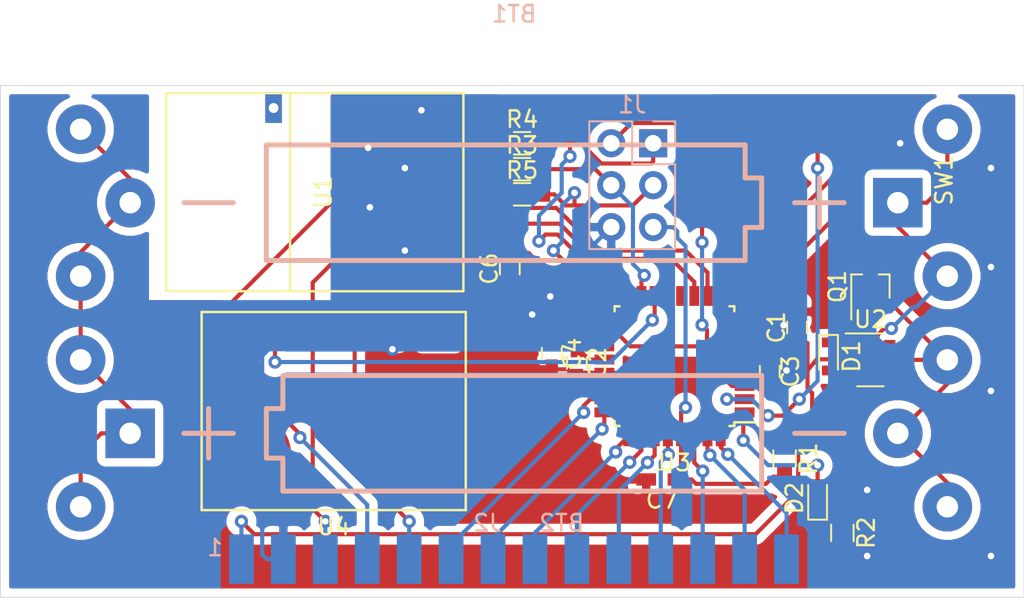
<source format=kicad_pcb>
(kicad_pcb (version 20171130) (host pcbnew 5.1.5-52549c5~84~ubuntu19.04.1)

  (general
    (thickness 1.6)
    (drawings 4)
    (tracks 398)
    (zones 0)
    (modules 23)
    (nets 38)
  )

  (page A4)
  (layers
    (0 F.Cu signal)
    (31 B.Cu signal)
    (32 B.Adhes user)
    (33 F.Adhes user)
    (34 B.Paste user)
    (35 F.Paste user)
    (36 B.SilkS user)
    (37 F.SilkS user)
    (38 B.Mask user)
    (39 F.Mask user)
    (40 Dwgs.User user)
    (41 Cmts.User user)
    (42 Eco1.User user)
    (43 Eco2.User user)
    (44 Edge.Cuts user)
    (45 Margin user)
    (46 B.CrtYd user)
    (47 F.CrtYd user)
    (48 B.Fab user)
    (49 F.Fab user)
  )

  (setup
    (last_trace_width 0.25)
    (trace_clearance 0.25)
    (zone_clearance 0.508)
    (zone_45_only no)
    (trace_min 0.25)
    (via_size 0.8)
    (via_drill 0.4)
    (via_min_size 0.4)
    (via_min_drill 0.3)
    (uvia_size 0.3)
    (uvia_drill 0.1)
    (uvias_allowed no)
    (uvia_min_size 0.2)
    (uvia_min_drill 0.1)
    (edge_width 0.05)
    (segment_width 0.2)
    (pcb_text_width 0.3)
    (pcb_text_size 1.5 1.5)
    (mod_edge_width 0.12)
    (mod_text_size 1 1)
    (mod_text_width 0.15)
    (pad_size 1.524 1.524)
    (pad_drill 0.762)
    (pad_to_mask_clearance 0.051)
    (solder_mask_min_width 0.25)
    (aux_axis_origin 0 0)
    (visible_elements FFFFFF7F)
    (pcbplotparams
      (layerselection 0x010fc_ffffffff)
      (usegerberextensions false)
      (usegerberattributes false)
      (usegerberadvancedattributes false)
      (creategerberjobfile false)
      (excludeedgelayer true)
      (linewidth 0.100000)
      (plotframeref false)
      (viasonmask false)
      (mode 1)
      (useauxorigin false)
      (hpglpennumber 1)
      (hpglpenspeed 20)
      (hpglpendiameter 15.000000)
      (psnegative false)
      (psa4output false)
      (plotreference true)
      (plotvalue true)
      (plotinvisibletext false)
      (padsonsilk false)
      (subtractmaskfromsilk false)
      (outputformat 1)
      (mirror false)
      (drillshape 1)
      (scaleselection 1)
      (outputdirectory ""))
  )

  (net 0 "")
  (net 1 VCC)
  (net 2 "Net-(BT1-Pad2)")
  (net 3 "Net-(BT2-Pad2)")
  (net 4 GND)
  (net 5 "Net-(C2-Pad1)")
  (net 6 Reset)
  (net 7 "Net-(D1-Pad1)")
  (net 8 ISP_MISO)
  (net 9 ISP_SCK)
  (net 10 MOSI)
  (net 11 MISO)
  (net 12 SCK)
  (net 13 CE)
  (net 14 NRF24_CS)
  (net 15 IRQ)
  (net 16 "Net-(U2-Pad6)")
  (net 17 "Net-(U2-Pad4)")
  (net 18 "Net-(U3-Pad22)")
  (net 19 "Net-(U3-Pad19)")
  (net 20 BME280_CS)
  (net 21 "Net-(U3-Pad12)")
  (net 22 PC0)
  (net 23 PC1)
  (net 24 PC2)
  (net 25 PC3)
  (net 26 PC4)
  (net 27 PC5)
  (net 28 PD0)
  (net 29 PD1)
  (net 30 PD2)
  (net 31 "Net-(U3-Pad13)")
  (net 32 ISP_MOSI)
  (net 33 pin_prog_1)
  (net 34 pin_prog_3)
  (net 35 pin_prog_2)
  (net 36 LED)
  (net 37 "Net-(D2-Pad1)")

  (net_class Default "This is the default net class."
    (clearance 0.25)
    (trace_width 0.25)
    (via_dia 0.8)
    (via_drill 0.4)
    (uvia_dia 0.3)
    (uvia_drill 0.1)
    (diff_pair_width 0.25)
    (diff_pair_gap 0.25)
    (add_net BME280_CS)
    (add_net CE)
    (add_net GND)
    (add_net IRQ)
    (add_net ISP_MISO)
    (add_net ISP_MOSI)
    (add_net ISP_SCK)
    (add_net LED)
    (add_net MISO)
    (add_net MOSI)
    (add_net NRF24_CS)
    (add_net "Net-(BT1-Pad2)")
    (add_net "Net-(BT2-Pad2)")
    (add_net "Net-(C2-Pad1)")
    (add_net "Net-(D1-Pad1)")
    (add_net "Net-(D2-Pad1)")
    (add_net "Net-(U2-Pad4)")
    (add_net "Net-(U2-Pad6)")
    (add_net "Net-(U3-Pad12)")
    (add_net "Net-(U3-Pad13)")
    (add_net "Net-(U3-Pad19)")
    (add_net "Net-(U3-Pad22)")
    (add_net PC0)
    (add_net PC1)
    (add_net PC2)
    (add_net PC3)
    (add_net PC4)
    (add_net PC5)
    (add_net PD0)
    (add_net PD1)
    (add_net PD2)
    (add_net Reset)
    (add_net SCK)
    (add_net VCC)
    (add_net pin_prog_1)
    (add_net pin_prog_2)
    (add_net pin_prog_3)
  )

  (module Housings_QFP:LQFP-32_7x7mm_Pitch0.8mm (layer F.Cu) (tedit 54130A77) (tstamp 5E7A7954)
    (at 127.83 48 180)
    (descr "LQFP32: plastic low profile quad flat package; 32 leads; body 7 x 7 x 1.4 mm (see NXP sot358-1_po.pdf and sot358-1_fr.pdf)")
    (tags "QFP 0.8")
    (path /5E857B8D)
    (attr smd)
    (fp_text reference U3 (at 0 -5.85) (layer F.SilkS)
      (effects (font (size 1 1) (thickness 0.15)))
    )
    (fp_text value ATmega48PA-AU (at 0 5.85) (layer F.Fab)
      (effects (font (size 1 1) (thickness 0.15)))
    )
    (fp_text user %R (at 0 0) (layer F.Fab)
      (effects (font (size 1 1) (thickness 0.15)))
    )
    (fp_line (start -2.5 -3.5) (end 3.5 -3.5) (layer F.Fab) (width 0.15))
    (fp_line (start 3.5 -3.5) (end 3.5 3.5) (layer F.Fab) (width 0.15))
    (fp_line (start 3.5 3.5) (end -3.5 3.5) (layer F.Fab) (width 0.15))
    (fp_line (start -3.5 3.5) (end -3.5 -2.5) (layer F.Fab) (width 0.15))
    (fp_line (start -3.5 -2.5) (end -2.5 -3.5) (layer F.Fab) (width 0.15))
    (fp_line (start -5.1 -5.1) (end -5.1 5.1) (layer F.CrtYd) (width 0.05))
    (fp_line (start 5.1 -5.1) (end 5.1 5.1) (layer F.CrtYd) (width 0.05))
    (fp_line (start -5.1 -5.1) (end 5.1 -5.1) (layer F.CrtYd) (width 0.05))
    (fp_line (start -5.1 5.1) (end 5.1 5.1) (layer F.CrtYd) (width 0.05))
    (fp_line (start -3.625 -3.625) (end -3.625 -3.4) (layer F.SilkS) (width 0.15))
    (fp_line (start 3.625 -3.625) (end 3.625 -3.325) (layer F.SilkS) (width 0.15))
    (fp_line (start 3.625 3.625) (end 3.625 3.325) (layer F.SilkS) (width 0.15))
    (fp_line (start -3.625 3.625) (end -3.625 3.325) (layer F.SilkS) (width 0.15))
    (fp_line (start -3.625 -3.625) (end -3.325 -3.625) (layer F.SilkS) (width 0.15))
    (fp_line (start -3.625 3.625) (end -3.325 3.625) (layer F.SilkS) (width 0.15))
    (fp_line (start 3.625 3.625) (end 3.325 3.625) (layer F.SilkS) (width 0.15))
    (fp_line (start 3.625 -3.625) (end 3.325 -3.625) (layer F.SilkS) (width 0.15))
    (fp_line (start -3.625 -3.4) (end -4.85 -3.4) (layer F.SilkS) (width 0.15))
    (pad 1 smd rect (at -4.25 -2.8 180) (size 1.2 0.6) (layers F.Cu F.Paste F.Mask)
      (net 36 LED))
    (pad 2 smd rect (at -4.25 -2 180) (size 1.2 0.6) (layers F.Cu F.Paste F.Mask)
      (net 34 pin_prog_3))
    (pad 3 smd rect (at -4.25 -1.2 180) (size 1.2 0.6) (layers F.Cu F.Paste F.Mask)
      (net 4 GND))
    (pad 4 smd rect (at -4.25 -0.4 180) (size 1.2 0.6) (layers F.Cu F.Paste F.Mask)
      (net 1 VCC))
    (pad 5 smd rect (at -4.25 0.4 180) (size 1.2 0.6) (layers F.Cu F.Paste F.Mask)
      (net 4 GND))
    (pad 6 smd rect (at -4.25 1.2 180) (size 1.2 0.6) (layers F.Cu F.Paste F.Mask)
      (net 1 VCC))
    (pad 7 smd rect (at -4.25 2 180) (size 1.2 0.6) (layers F.Cu F.Paste F.Mask)
      (net 33 pin_prog_1))
    (pad 8 smd rect (at -4.25 2.8 180) (size 1.2 0.6) (layers F.Cu F.Paste F.Mask)
      (net 35 pin_prog_2))
    (pad 9 smd rect (at -2.8 4.25 270) (size 1.2 0.6) (layers F.Cu F.Paste F.Mask)
      (net 15 IRQ))
    (pad 10 smd rect (at -2 4.25 270) (size 1.2 0.6) (layers F.Cu F.Paste F.Mask)
      (net 14 NRF24_CS))
    (pad 11 smd rect (at -1.2 4.25 270) (size 1.2 0.6) (layers F.Cu F.Paste F.Mask)
      (net 13 CE))
    (pad 12 smd rect (at -0.4 4.25 270) (size 1.2 0.6) (layers F.Cu F.Paste F.Mask)
      (net 21 "Net-(U3-Pad12)"))
    (pad 13 smd rect (at 0.4 4.25 270) (size 1.2 0.6) (layers F.Cu F.Paste F.Mask)
      (net 31 "Net-(U3-Pad13)"))
    (pad 14 smd rect (at 1.2 4.25 270) (size 1.2 0.6) (layers F.Cu F.Paste F.Mask)
      (net 20 BME280_CS))
    (pad 15 smd rect (at 2 4.25 270) (size 1.2 0.6) (layers F.Cu F.Paste F.Mask)
      (net 32 ISP_MOSI))
    (pad 16 smd rect (at 2.8 4.25 270) (size 1.2 0.6) (layers F.Cu F.Paste F.Mask)
      (net 8 ISP_MISO))
    (pad 17 smd rect (at 4.25 2.8 180) (size 1.2 0.6) (layers F.Cu F.Paste F.Mask)
      (net 9 ISP_SCK))
    (pad 18 smd rect (at 4.25 2 180) (size 1.2 0.6) (layers F.Cu F.Paste F.Mask)
      (net 1 VCC))
    (pad 19 smd rect (at 4.25 1.2 180) (size 1.2 0.6) (layers F.Cu F.Paste F.Mask)
      (net 19 "Net-(U3-Pad19)"))
    (pad 20 smd rect (at 4.25 0.4 180) (size 1.2 0.6) (layers F.Cu F.Paste F.Mask)
      (net 5 "Net-(C2-Pad1)"))
    (pad 21 smd rect (at 4.25 -0.4 180) (size 1.2 0.6) (layers F.Cu F.Paste F.Mask)
      (net 4 GND))
    (pad 22 smd rect (at 4.25 -1.2 180) (size 1.2 0.6) (layers F.Cu F.Paste F.Mask)
      (net 18 "Net-(U3-Pad22)"))
    (pad 23 smd rect (at 4.25 -2 180) (size 1.2 0.6) (layers F.Cu F.Paste F.Mask)
      (net 22 PC0))
    (pad 24 smd rect (at 4.25 -2.8 180) (size 1.2 0.6) (layers F.Cu F.Paste F.Mask)
      (net 23 PC1))
    (pad 25 smd rect (at 2.8 -4.25 270) (size 1.2 0.6) (layers F.Cu F.Paste F.Mask)
      (net 24 PC2))
    (pad 26 smd rect (at 2 -4.25 270) (size 1.2 0.6) (layers F.Cu F.Paste F.Mask)
      (net 25 PC3))
    (pad 27 smd rect (at 1.2 -4.25 270) (size 1.2 0.6) (layers F.Cu F.Paste F.Mask)
      (net 26 PC4))
    (pad 28 smd rect (at 0.4 -4.25 270) (size 1.2 0.6) (layers F.Cu F.Paste F.Mask)
      (net 27 PC5))
    (pad 29 smd rect (at -0.4 -4.25 270) (size 1.2 0.6) (layers F.Cu F.Paste F.Mask)
      (net 6 Reset))
    (pad 30 smd rect (at -1.2 -4.25 270) (size 1.2 0.6) (layers F.Cu F.Paste F.Mask)
      (net 28 PD0))
    (pad 31 smd rect (at -2 -4.25 270) (size 1.2 0.6) (layers F.Cu F.Paste F.Mask)
      (net 29 PD1))
    (pad 32 smd rect (at -2.8 -4.25 270) (size 1.2 0.6) (layers F.Cu F.Paste F.Mask)
      (net 30 PD2))
    (model ${KISYS3DMOD}/Housings_QFP.3dshapes/LQFP-32_7x7mm_Pitch0.8mm.wrl
      (at (xyz 0 0 0))
      (scale (xyz 1 1 1))
      (rotate (xyz 0 0 0))
    )
  )

  (module Capacitors_SMD:C_0603_HandSoldering (layer F.Cu) (tedit 58AA848B) (tstamp 5E7A2D4B)
    (at 135.255 45.654 90)
    (descr "Capacitor SMD 0603, hand soldering")
    (tags "capacitor 0603")
    (path /5E5D6526)
    (attr smd)
    (fp_text reference C1 (at 0 -1.25 90) (layer F.SilkS)
      (effects (font (size 1 1) (thickness 0.15)))
    )
    (fp_text value 10uF (at 0 1.5 90) (layer F.Fab)
      (effects (font (size 1 1) (thickness 0.15)))
    )
    (fp_text user %R (at 0 -1.25 90) (layer F.Fab)
      (effects (font (size 1 1) (thickness 0.15)))
    )
    (fp_line (start -0.8 0.4) (end -0.8 -0.4) (layer F.Fab) (width 0.1))
    (fp_line (start 0.8 0.4) (end -0.8 0.4) (layer F.Fab) (width 0.1))
    (fp_line (start 0.8 -0.4) (end 0.8 0.4) (layer F.Fab) (width 0.1))
    (fp_line (start -0.8 -0.4) (end 0.8 -0.4) (layer F.Fab) (width 0.1))
    (fp_line (start -0.35 -0.6) (end 0.35 -0.6) (layer F.SilkS) (width 0.12))
    (fp_line (start 0.35 0.6) (end -0.35 0.6) (layer F.SilkS) (width 0.12))
    (fp_line (start -1.8 -0.65) (end 1.8 -0.65) (layer F.CrtYd) (width 0.05))
    (fp_line (start -1.8 -0.65) (end -1.8 0.65) (layer F.CrtYd) (width 0.05))
    (fp_line (start 1.8 0.65) (end 1.8 -0.65) (layer F.CrtYd) (width 0.05))
    (fp_line (start 1.8 0.65) (end -1.8 0.65) (layer F.CrtYd) (width 0.05))
    (pad 1 smd rect (at -0.95 0 90) (size 1.2 0.75) (layers F.Cu F.Paste F.Mask)
      (net 1 VCC))
    (pad 2 smd rect (at 0.95 0 90) (size 1.2 0.75) (layers F.Cu F.Paste F.Mask)
      (net 4 GND))
    (model Capacitors_SMD.3dshapes/C_0603.wrl
      (at (xyz 0 0 0))
      (scale (xyz 1 1 1))
      (rotate (xyz 0 0 0))
    )
  )

  (module Capacitors_SMD:C_0603_HandSoldering (layer F.Cu) (tedit 58AA848B) (tstamp 5E7A79E8)
    (at 121.92 47.813 270)
    (descr "Capacitor SMD 0603, hand soldering")
    (tags "capacitor 0603")
    (path /5E863B11)
    (attr smd)
    (fp_text reference C2 (at 0 -1.25 90) (layer F.SilkS)
      (effects (font (size 1 1) (thickness 0.15)))
    )
    (fp_text value 100n (at 0 1.5 90) (layer F.Fab)
      (effects (font (size 1 1) (thickness 0.15)))
    )
    (fp_text user %R (at 0 -1.25 90) (layer F.Fab)
      (effects (font (size 1 1) (thickness 0.15)))
    )
    (fp_line (start -0.8 0.4) (end -0.8 -0.4) (layer F.Fab) (width 0.1))
    (fp_line (start 0.8 0.4) (end -0.8 0.4) (layer F.Fab) (width 0.1))
    (fp_line (start 0.8 -0.4) (end 0.8 0.4) (layer F.Fab) (width 0.1))
    (fp_line (start -0.8 -0.4) (end 0.8 -0.4) (layer F.Fab) (width 0.1))
    (fp_line (start -0.35 -0.6) (end 0.35 -0.6) (layer F.SilkS) (width 0.12))
    (fp_line (start 0.35 0.6) (end -0.35 0.6) (layer F.SilkS) (width 0.12))
    (fp_line (start -1.8 -0.65) (end 1.8 -0.65) (layer F.CrtYd) (width 0.05))
    (fp_line (start -1.8 -0.65) (end -1.8 0.65) (layer F.CrtYd) (width 0.05))
    (fp_line (start 1.8 0.65) (end 1.8 -0.65) (layer F.CrtYd) (width 0.05))
    (fp_line (start 1.8 0.65) (end -1.8 0.65) (layer F.CrtYd) (width 0.05))
    (pad 1 smd rect (at -0.95 0 270) (size 1.2 0.75) (layers F.Cu F.Paste F.Mask)
      (net 5 "Net-(C2-Pad1)"))
    (pad 2 smd rect (at 0.95 0 270) (size 1.2 0.75) (layers F.Cu F.Paste F.Mask)
      (net 4 GND))
    (model Capacitors_SMD.3dshapes/C_0603.wrl
      (at (xyz 0 0 0))
      (scale (xyz 1 1 1))
      (rotate (xyz 0 0 0))
    )
  )

  (module Capacitors_SMD:C_0603_HandSoldering (layer F.Cu) (tedit 58AA848B) (tstamp 5E7B0144)
    (at 133.604 48.326 270)
    (descr "Capacitor SMD 0603, hand soldering")
    (tags "capacitor 0603")
    (path /5E888344)
    (attr smd)
    (fp_text reference C3 (at 0 -1.25 90) (layer F.SilkS)
      (effects (font (size 1 1) (thickness 0.15)))
    )
    (fp_text value 100n (at 0 1.5 90) (layer F.Fab)
      (effects (font (size 1 1) (thickness 0.15)))
    )
    (fp_text user %R (at 0 -1.25 90) (layer F.Fab)
      (effects (font (size 1 1) (thickness 0.15)))
    )
    (fp_line (start -0.8 0.4) (end -0.8 -0.4) (layer F.Fab) (width 0.1))
    (fp_line (start 0.8 0.4) (end -0.8 0.4) (layer F.Fab) (width 0.1))
    (fp_line (start 0.8 -0.4) (end 0.8 0.4) (layer F.Fab) (width 0.1))
    (fp_line (start -0.8 -0.4) (end 0.8 -0.4) (layer F.Fab) (width 0.1))
    (fp_line (start -0.35 -0.6) (end 0.35 -0.6) (layer F.SilkS) (width 0.12))
    (fp_line (start 0.35 0.6) (end -0.35 0.6) (layer F.SilkS) (width 0.12))
    (fp_line (start -1.8 -0.65) (end 1.8 -0.65) (layer F.CrtYd) (width 0.05))
    (fp_line (start -1.8 -0.65) (end -1.8 0.65) (layer F.CrtYd) (width 0.05))
    (fp_line (start 1.8 0.65) (end 1.8 -0.65) (layer F.CrtYd) (width 0.05))
    (fp_line (start 1.8 0.65) (end -1.8 0.65) (layer F.CrtYd) (width 0.05))
    (pad 1 smd rect (at -0.95 0 270) (size 1.2 0.75) (layers F.Cu F.Paste F.Mask)
      (net 1 VCC))
    (pad 2 smd rect (at 0.95 0 270) (size 1.2 0.75) (layers F.Cu F.Paste F.Mask)
      (net 4 GND))
    (model Capacitors_SMD.3dshapes/C_0603.wrl
      (at (xyz 0 0 0))
      (scale (xyz 1 1 1))
      (rotate (xyz 0 0 0))
    )
  )

  (module Capacitors_SMD:C_0603_HandSoldering (layer F.Cu) (tedit 58AA848B) (tstamp 5E7A143B)
    (at 117.856 42.098 90)
    (descr "Capacitor SMD 0603, hand soldering")
    (tags "capacitor 0603")
    (path /5E588ABC)
    (attr smd)
    (fp_text reference C6 (at 0 -1.25 90) (layer F.SilkS)
      (effects (font (size 1 1) (thickness 0.15)))
    )
    (fp_text value 100n (at 0 1.5 90) (layer F.Fab)
      (effects (font (size 1 1) (thickness 0.15)))
    )
    (fp_text user %R (at 0 -1.25 90) (layer F.Fab)
      (effects (font (size 1 1) (thickness 0.15)))
    )
    (fp_line (start -0.8 0.4) (end -0.8 -0.4) (layer F.Fab) (width 0.1))
    (fp_line (start 0.8 0.4) (end -0.8 0.4) (layer F.Fab) (width 0.1))
    (fp_line (start 0.8 -0.4) (end 0.8 0.4) (layer F.Fab) (width 0.1))
    (fp_line (start -0.8 -0.4) (end 0.8 -0.4) (layer F.Fab) (width 0.1))
    (fp_line (start -0.35 -0.6) (end 0.35 -0.6) (layer F.SilkS) (width 0.12))
    (fp_line (start 0.35 0.6) (end -0.35 0.6) (layer F.SilkS) (width 0.12))
    (fp_line (start -1.8 -0.65) (end 1.8 -0.65) (layer F.CrtYd) (width 0.05))
    (fp_line (start -1.8 -0.65) (end -1.8 0.65) (layer F.CrtYd) (width 0.05))
    (fp_line (start 1.8 0.65) (end 1.8 -0.65) (layer F.CrtYd) (width 0.05))
    (fp_line (start 1.8 0.65) (end -1.8 0.65) (layer F.CrtYd) (width 0.05))
    (pad 1 smd rect (at -0.95 0 90) (size 1.2 0.75) (layers F.Cu F.Paste F.Mask)
      (net 1 VCC))
    (pad 2 smd rect (at 0.95 0 90) (size 1.2 0.75) (layers F.Cu F.Paste F.Mask)
      (net 4 GND))
    (model Capacitors_SMD.3dshapes/C_0603.wrl
      (at (xyz 0 0 0))
      (scale (xyz 1 1 1))
      (rotate (xyz 0 0 0))
    )
  )

  (module Capacitors_SMD:C_0603_HandSoldering (layer F.Cu) (tedit 58AA848B) (tstamp 5E7A144C)
    (at 127.066 54.864 180)
    (descr "Capacitor SMD 0603, hand soldering")
    (tags "capacitor 0603")
    (path /5E81E0CA)
    (attr smd)
    (fp_text reference C7 (at 0 -1.25) (layer F.SilkS)
      (effects (font (size 1 1) (thickness 0.15)))
    )
    (fp_text value 100n (at 0 1.5) (layer F.Fab)
      (effects (font (size 1 1) (thickness 0.15)))
    )
    (fp_text user %R (at 0 -1.25) (layer F.Fab)
      (effects (font (size 1 1) (thickness 0.15)))
    )
    (fp_line (start -0.8 0.4) (end -0.8 -0.4) (layer F.Fab) (width 0.1))
    (fp_line (start 0.8 0.4) (end -0.8 0.4) (layer F.Fab) (width 0.1))
    (fp_line (start 0.8 -0.4) (end 0.8 0.4) (layer F.Fab) (width 0.1))
    (fp_line (start -0.8 -0.4) (end 0.8 -0.4) (layer F.Fab) (width 0.1))
    (fp_line (start -0.35 -0.6) (end 0.35 -0.6) (layer F.SilkS) (width 0.12))
    (fp_line (start 0.35 0.6) (end -0.35 0.6) (layer F.SilkS) (width 0.12))
    (fp_line (start -1.8 -0.65) (end 1.8 -0.65) (layer F.CrtYd) (width 0.05))
    (fp_line (start -1.8 -0.65) (end -1.8 0.65) (layer F.CrtYd) (width 0.05))
    (fp_line (start 1.8 0.65) (end 1.8 -0.65) (layer F.CrtYd) (width 0.05))
    (fp_line (start 1.8 0.65) (end -1.8 0.65) (layer F.CrtYd) (width 0.05))
    (pad 1 smd rect (at -0.95 0 180) (size 1.2 0.75) (layers F.Cu F.Paste F.Mask)
      (net 6 Reset))
    (pad 2 smd rect (at 0.95 0 180) (size 1.2 0.75) (layers F.Cu F.Paste F.Mask)
      (net 4 GND))
    (model Capacitors_SMD.3dshapes/C_0603.wrl
      (at (xyz 0 0 0))
      (scale (xyz 1 1 1))
      (rotate (xyz 0 0 0))
    )
  )

  (module Diodes_SMD:D_0603 (layer F.Cu) (tedit 590CE922) (tstamp 5E7A2C47)
    (at 137.16 47.41 270)
    (descr "Diode SMD in 0603 package http://datasheets.avx.com/schottky.pdf")
    (tags "smd diode")
    (path /5E5B4A6A)
    (attr smd)
    (fp_text reference D1 (at 0 -1.4 90) (layer F.SilkS)
      (effects (font (size 1 1) (thickness 0.15)))
    )
    (fp_text value " ESDZL5-1F4" (at 0 1.4 90) (layer F.Fab)
      (effects (font (size 1 1) (thickness 0.15)))
    )
    (fp_text user %R (at 0 -1.4 90) (layer F.Fab)
      (effects (font (size 1 1) (thickness 0.15)))
    )
    (fp_line (start -1.3 -0.57) (end -1.3 0.57) (layer F.SilkS) (width 0.12))
    (fp_line (start 1.4 0.67) (end 1.4 -0.67) (layer F.CrtYd) (width 0.05))
    (fp_line (start -1.4 0.67) (end 1.4 0.67) (layer F.CrtYd) (width 0.05))
    (fp_line (start -1.4 -0.67) (end -1.4 0.67) (layer F.CrtYd) (width 0.05))
    (fp_line (start 1.4 -0.67) (end -1.4 -0.67) (layer F.CrtYd) (width 0.05))
    (fp_line (start 0.2 0) (end 0.4 0) (layer F.Fab) (width 0.1))
    (fp_line (start -0.1 0) (end -0.3 0) (layer F.Fab) (width 0.1))
    (fp_line (start -0.1 -0.2) (end -0.1 0.2) (layer F.Fab) (width 0.1))
    (fp_line (start 0.2 0.2) (end 0.2 -0.2) (layer F.Fab) (width 0.1))
    (fp_line (start -0.1 0) (end 0.2 0.2) (layer F.Fab) (width 0.1))
    (fp_line (start 0.2 -0.2) (end -0.1 0) (layer F.Fab) (width 0.1))
    (fp_line (start -0.8 0.45) (end -0.8 -0.45) (layer F.Fab) (width 0.1))
    (fp_line (start 0.8 0.45) (end -0.8 0.45) (layer F.Fab) (width 0.1))
    (fp_line (start 0.8 -0.45) (end 0.8 0.45) (layer F.Fab) (width 0.1))
    (fp_line (start -0.8 -0.45) (end 0.8 -0.45) (layer F.Fab) (width 0.1))
    (fp_line (start -1.3 0.57) (end 0.8 0.57) (layer F.SilkS) (width 0.12))
    (fp_line (start -1.3 -0.57) (end 0.8 -0.57) (layer F.SilkS) (width 0.12))
    (pad 1 smd rect (at -0.85 0 270) (size 0.6 0.8) (layers F.Cu F.Paste F.Mask)
      (net 7 "Net-(D1-Pad1)"))
    (pad 2 smd rect (at 0.85 0 270) (size 0.6 0.8) (layers F.Cu F.Paste F.Mask)
      (net 3 "Net-(BT2-Pad2)"))
    (model ${KISYS3DMOD}/Diodes_SMD.3dshapes/D_0603.wrl
      (at (xyz 0 0 0))
      (scale (xyz 1 1 1))
      (rotate (xyz 0 0 0))
    )
  )

  (module Pin_Headers:Pin_Header_Straight_2x03_Pitch2.54mm (layer B.Cu) (tedit 59650532) (tstamp 5E7A8215)
    (at 126.54 34.5 180)
    (descr "Through hole straight pin header, 2x03, 2.54mm pitch, double rows")
    (tags "Through hole pin header THT 2x03 2.54mm double row")
    (path /5E81C273)
    (fp_text reference J1 (at 1.27 2.33) (layer B.SilkS)
      (effects (font (size 1 1) (thickness 0.15)) (justify mirror))
    )
    (fp_text value Conn_02x03_Odd_Even (at 1.27 -7.41) (layer B.Fab)
      (effects (font (size 1 1) (thickness 0.15)) (justify mirror))
    )
    (fp_line (start 0 1.27) (end 3.81 1.27) (layer B.Fab) (width 0.1))
    (fp_line (start 3.81 1.27) (end 3.81 -6.35) (layer B.Fab) (width 0.1))
    (fp_line (start 3.81 -6.35) (end -1.27 -6.35) (layer B.Fab) (width 0.1))
    (fp_line (start -1.27 -6.35) (end -1.27 0) (layer B.Fab) (width 0.1))
    (fp_line (start -1.27 0) (end 0 1.27) (layer B.Fab) (width 0.1))
    (fp_line (start -1.33 -6.41) (end 3.87 -6.41) (layer B.SilkS) (width 0.12))
    (fp_line (start -1.33 -1.27) (end -1.33 -6.41) (layer B.SilkS) (width 0.12))
    (fp_line (start 3.87 1.33) (end 3.87 -6.41) (layer B.SilkS) (width 0.12))
    (fp_line (start -1.33 -1.27) (end 1.27 -1.27) (layer B.SilkS) (width 0.12))
    (fp_line (start 1.27 -1.27) (end 1.27 1.33) (layer B.SilkS) (width 0.12))
    (fp_line (start 1.27 1.33) (end 3.87 1.33) (layer B.SilkS) (width 0.12))
    (fp_line (start -1.33 0) (end -1.33 1.33) (layer B.SilkS) (width 0.12))
    (fp_line (start -1.33 1.33) (end 0 1.33) (layer B.SilkS) (width 0.12))
    (fp_line (start -1.8 1.8) (end -1.8 -6.85) (layer B.CrtYd) (width 0.05))
    (fp_line (start -1.8 -6.85) (end 4.35 -6.85) (layer B.CrtYd) (width 0.05))
    (fp_line (start 4.35 -6.85) (end 4.35 1.8) (layer B.CrtYd) (width 0.05))
    (fp_line (start 4.35 1.8) (end -1.8 1.8) (layer B.CrtYd) (width 0.05))
    (fp_text user %R (at 1.27 -2.54 180) (layer B.Fab)
      (effects (font (size 1 1) (thickness 0.15)) (justify mirror))
    )
    (pad 1 thru_hole rect (at 0 0 180) (size 1.7 1.7) (drill 1) (layers *.Cu *.Mask)
      (net 8 ISP_MISO))
    (pad 2 thru_hole oval (at 2.54 0 180) (size 1.7 1.7) (drill 1) (layers *.Cu *.Mask)
      (net 1 VCC))
    (pad 3 thru_hole oval (at 0 -2.54 180) (size 1.7 1.7) (drill 1) (layers *.Cu *.Mask)
      (net 9 ISP_SCK))
    (pad 4 thru_hole oval (at 2.54 -2.54 180) (size 1.7 1.7) (drill 1) (layers *.Cu *.Mask)
      (net 32 ISP_MOSI))
    (pad 5 thru_hole oval (at 0 -5.08 180) (size 1.7 1.7) (drill 1) (layers *.Cu *.Mask)
      (net 6 Reset))
    (pad 6 thru_hole oval (at 2.54 -5.08 180) (size 1.7 1.7) (drill 1) (layers *.Cu *.Mask)
      (net 4 GND))
    (model ${KISYS3DMOD}/Pin_Headers.3dshapes/Pin_Header_Straight_2x03_Pitch2.54mm.wrl
      (at (xyz 0 0 0))
      (scale (xyz 1 1 1))
      (rotate (xyz 0 0 0))
    )
  )

  (module Resistors_SMD:R_0603_HandSoldering (layer F.Cu) (tedit 58E0A804) (tstamp 5E7A4C3D)
    (at 134.5 53.6 270)
    (descr "Resistor SMD 0603, hand soldering")
    (tags "resistor 0603")
    (path /5E8179ED)
    (attr smd)
    (fp_text reference R1 (at 0 -1.45 90) (layer F.SilkS)
      (effects (font (size 1 1) (thickness 0.15)))
    )
    (fp_text value 4k7 (at 0 1.55 90) (layer F.Fab)
      (effects (font (size 1 1) (thickness 0.15)))
    )
    (fp_text user %R (at 0 0 90) (layer F.Fab)
      (effects (font (size 0.4 0.4) (thickness 0.075)))
    )
    (fp_line (start -0.8 0.4) (end -0.8 -0.4) (layer F.Fab) (width 0.1))
    (fp_line (start 0.8 0.4) (end -0.8 0.4) (layer F.Fab) (width 0.1))
    (fp_line (start 0.8 -0.4) (end 0.8 0.4) (layer F.Fab) (width 0.1))
    (fp_line (start -0.8 -0.4) (end 0.8 -0.4) (layer F.Fab) (width 0.1))
    (fp_line (start 0.5 0.68) (end -0.5 0.68) (layer F.SilkS) (width 0.12))
    (fp_line (start -0.5 -0.68) (end 0.5 -0.68) (layer F.SilkS) (width 0.12))
    (fp_line (start -1.96 -0.7) (end 1.95 -0.7) (layer F.CrtYd) (width 0.05))
    (fp_line (start -1.96 -0.7) (end -1.96 0.7) (layer F.CrtYd) (width 0.05))
    (fp_line (start 1.95 0.7) (end 1.95 -0.7) (layer F.CrtYd) (width 0.05))
    (fp_line (start 1.95 0.7) (end -1.96 0.7) (layer F.CrtYd) (width 0.05))
    (pad 1 smd rect (at -1.1 0 270) (size 1.2 0.9) (layers F.Cu F.Paste F.Mask)
      (net 1 VCC))
    (pad 2 smd rect (at 1.1 0 270) (size 1.2 0.9) (layers F.Cu F.Paste F.Mask)
      (net 6 Reset))
    (model ${KISYS3DMOD}/Resistors_SMD.3dshapes/R_0603.wrl
      (at (xyz 0 0 0))
      (scale (xyz 1 1 1))
      (rotate (xyz 0 0 0))
    )
  )

  (module Resistors_SMD:R_0603_HandSoldering (layer F.Cu) (tedit 58E0A804) (tstamp 5E7A71E9)
    (at 118.6 36.068)
    (descr "Resistor SMD 0603, hand soldering")
    (tags "resistor 0603")
    (path /5E925192)
    (attr smd)
    (fp_text reference R3 (at 0 -1.45) (layer F.SilkS)
      (effects (font (size 1 1) (thickness 0.15)))
    )
    (fp_text value 330 (at 0 1.55) (layer F.Fab)
      (effects (font (size 1 1) (thickness 0.15)))
    )
    (fp_text user %R (at 0 0) (layer F.Fab)
      (effects (font (size 0.4 0.4) (thickness 0.075)))
    )
    (fp_line (start -0.8 0.4) (end -0.8 -0.4) (layer F.Fab) (width 0.1))
    (fp_line (start 0.8 0.4) (end -0.8 0.4) (layer F.Fab) (width 0.1))
    (fp_line (start 0.8 -0.4) (end 0.8 0.4) (layer F.Fab) (width 0.1))
    (fp_line (start -0.8 -0.4) (end 0.8 -0.4) (layer F.Fab) (width 0.1))
    (fp_line (start 0.5 0.68) (end -0.5 0.68) (layer F.SilkS) (width 0.12))
    (fp_line (start -0.5 -0.68) (end 0.5 -0.68) (layer F.SilkS) (width 0.12))
    (fp_line (start -1.96 -0.7) (end 1.95 -0.7) (layer F.CrtYd) (width 0.05))
    (fp_line (start -1.96 -0.7) (end -1.96 0.7) (layer F.CrtYd) (width 0.05))
    (fp_line (start 1.95 0.7) (end 1.95 -0.7) (layer F.CrtYd) (width 0.05))
    (fp_line (start 1.95 0.7) (end -1.96 0.7) (layer F.CrtYd) (width 0.05))
    (pad 1 smd rect (at -1.1 0) (size 1.2 0.9) (layers F.Cu F.Paste F.Mask)
      (net 10 MOSI))
    (pad 2 smd rect (at 1.1 0) (size 1.2 0.9) (layers F.Cu F.Paste F.Mask)
      (net 32 ISP_MOSI))
    (model ${KISYS3DMOD}/Resistors_SMD.3dshapes/R_0603.wrl
      (at (xyz 0 0 0))
      (scale (xyz 1 1 1))
      (rotate (xyz 0 0 0))
    )
  )

  (module Resistors_SMD:R_0603_HandSoldering (layer F.Cu) (tedit 58E0A804) (tstamp 5E7A3F13)
    (at 118.6 34.5)
    (descr "Resistor SMD 0603, hand soldering")
    (tags "resistor 0603")
    (path /5E92566D)
    (attr smd)
    (fp_text reference R4 (at 0 -1.45) (layer F.SilkS)
      (effects (font (size 1 1) (thickness 0.15)))
    )
    (fp_text value 330 (at 0 1.55) (layer F.Fab)
      (effects (font (size 1 1) (thickness 0.15)))
    )
    (fp_text user %R (at 0 0) (layer F.Fab)
      (effects (font (size 0.4 0.4) (thickness 0.075)))
    )
    (fp_line (start -0.8 0.4) (end -0.8 -0.4) (layer F.Fab) (width 0.1))
    (fp_line (start 0.8 0.4) (end -0.8 0.4) (layer F.Fab) (width 0.1))
    (fp_line (start 0.8 -0.4) (end 0.8 0.4) (layer F.Fab) (width 0.1))
    (fp_line (start -0.8 -0.4) (end 0.8 -0.4) (layer F.Fab) (width 0.1))
    (fp_line (start 0.5 0.68) (end -0.5 0.68) (layer F.SilkS) (width 0.12))
    (fp_line (start -0.5 -0.68) (end 0.5 -0.68) (layer F.SilkS) (width 0.12))
    (fp_line (start -1.96 -0.7) (end 1.95 -0.7) (layer F.CrtYd) (width 0.05))
    (fp_line (start -1.96 -0.7) (end -1.96 0.7) (layer F.CrtYd) (width 0.05))
    (fp_line (start 1.95 0.7) (end 1.95 -0.7) (layer F.CrtYd) (width 0.05))
    (fp_line (start 1.95 0.7) (end -1.96 0.7) (layer F.CrtYd) (width 0.05))
    (pad 1 smd rect (at -1.1 0) (size 1.2 0.9) (layers F.Cu F.Paste F.Mask)
      (net 11 MISO))
    (pad 2 smd rect (at 1.1 0) (size 1.2 0.9) (layers F.Cu F.Paste F.Mask)
      (net 8 ISP_MISO))
    (model ${KISYS3DMOD}/Resistors_SMD.3dshapes/R_0603.wrl
      (at (xyz 0 0 0))
      (scale (xyz 1 1 1))
      (rotate (xyz 0 0 0))
    )
  )

  (module Resistors_SMD:R_0603_HandSoldering (layer F.Cu) (tedit 58E0A804) (tstamp 5E7A3F43)
    (at 118.6 37.592)
    (descr "Resistor SMD 0603, hand soldering")
    (tags "resistor 0603")
    (path /5E9299BA)
    (attr smd)
    (fp_text reference R5 (at 0 -1.45) (layer F.SilkS)
      (effects (font (size 1 1) (thickness 0.15)))
    )
    (fp_text value 330 (at 0 1.55) (layer F.Fab)
      (effects (font (size 1 1) (thickness 0.15)))
    )
    (fp_text user %R (at 0 0) (layer F.Fab)
      (effects (font (size 0.4 0.4) (thickness 0.075)))
    )
    (fp_line (start -0.8 0.4) (end -0.8 -0.4) (layer F.Fab) (width 0.1))
    (fp_line (start 0.8 0.4) (end -0.8 0.4) (layer F.Fab) (width 0.1))
    (fp_line (start 0.8 -0.4) (end 0.8 0.4) (layer F.Fab) (width 0.1))
    (fp_line (start -0.8 -0.4) (end 0.8 -0.4) (layer F.Fab) (width 0.1))
    (fp_line (start 0.5 0.68) (end -0.5 0.68) (layer F.SilkS) (width 0.12))
    (fp_line (start -0.5 -0.68) (end 0.5 -0.68) (layer F.SilkS) (width 0.12))
    (fp_line (start -1.96 -0.7) (end 1.95 -0.7) (layer F.CrtYd) (width 0.05))
    (fp_line (start -1.96 -0.7) (end -1.96 0.7) (layer F.CrtYd) (width 0.05))
    (fp_line (start 1.95 0.7) (end 1.95 -0.7) (layer F.CrtYd) (width 0.05))
    (fp_line (start 1.95 0.7) (end -1.96 0.7) (layer F.CrtYd) (width 0.05))
    (pad 1 smd rect (at -1.1 0) (size 1.2 0.9) (layers F.Cu F.Paste F.Mask)
      (net 12 SCK))
    (pad 2 smd rect (at 1.1 0) (size 1.2 0.9) (layers F.Cu F.Paste F.Mask)
      (net 9 ISP_SCK))
    (model ${KISYS3DMOD}/Resistors_SMD.3dshapes/R_0603.wrl
      (at (xyz 0 0 0))
      (scale (xyz 1 1 1))
      (rotate (xyz 0 0 0))
    )
  )

  (module Housings_SSOP:TSOP-5_1.65x3.05mm_Pitch0.95mm (layer F.Cu) (tedit 59EF70C1) (tstamp 5E7A2C89)
    (at 139.7 47.62)
    (descr "TSOP-5 package (comparable to TSOT-23), https://www.vishay.com/docs/71200/71200.pdf")
    (tags "Jedec MO-193C TSOP-5L")
    (path /5E8BAA55)
    (attr smd)
    (fp_text reference U2 (at 0 -2.45) (layer F.SilkS)
      (effects (font (size 1 1) (thickness 0.15)))
    )
    (fp_text value BU4920G-TR (at 0 2.5) (layer F.Fab)
      (effects (font (size 1 1) (thickness 0.15)))
    )
    (fp_text user %R (at 0 0 90) (layer F.Fab)
      (effects (font (size 0.5 0.5) (thickness 0.075)))
    )
    (fp_line (start -0.8 1.6) (end 0.8 1.6) (layer F.SilkS) (width 0.12))
    (fp_line (start 0.8 -1.6) (end -1.5 -1.6) (layer F.SilkS) (width 0.12))
    (fp_line (start -0.825 -1.1) (end -0.425 -1.525) (layer F.Fab) (width 0.1))
    (fp_line (start 0.825 -1.525) (end -0.425 -1.525) (layer F.Fab) (width 0.1))
    (fp_line (start -0.825 -1.1) (end -0.825 1.525) (layer F.Fab) (width 0.1))
    (fp_line (start 0.825 1.525) (end -0.825 1.525) (layer F.Fab) (width 0.1))
    (fp_line (start 0.825 -1.525) (end 0.825 1.525) (layer F.Fab) (width 0.1))
    (fp_line (start -1.76 -1.78) (end 1.76 -1.78) (layer F.CrtYd) (width 0.05))
    (fp_line (start -1.76 -1.78) (end -1.76 1.77) (layer F.CrtYd) (width 0.05))
    (fp_line (start 1.76 1.77) (end 1.76 -1.78) (layer F.CrtYd) (width 0.05))
    (fp_line (start 1.76 1.77) (end -1.76 1.77) (layer F.CrtYd) (width 0.05))
    (pad 1 smd rect (at -1.16 -0.95) (size 0.7 0.51) (layers F.Cu F.Paste F.Mask)
      (net 7 "Net-(D1-Pad1)"))
    (pad 2 smd rect (at -1.16 0) (size 0.7 0.51) (layers F.Cu F.Paste F.Mask)
      (net 1 VCC))
    (pad 3 smd rect (at -1.16 0.95) (size 0.7 0.51) (layers F.Cu F.Paste F.Mask)
      (net 3 "Net-(BT2-Pad2)"))
    (pad 4 smd rect (at 1.16 0.95) (size 0.7 0.51) (layers F.Cu F.Paste F.Mask)
      (net 17 "Net-(U2-Pad4)"))
    (pad 6 smd rect (at 1.16 -0.95) (size 0.7 0.51) (layers F.Cu F.Paste F.Mask)
      (net 16 "Net-(U2-Pad6)"))
    (model ${KISYS3DMOD}/Housings_SSOP.3dshapes/TSOP-5_1.65x3.05mm_Pitch0.95mm.wrl
      (at (xyz 0 0 0))
      (scale (xyz 1 1 1))
      (rotate (xyz 0 0 0))
    )
  )

  (module Capacitors_SMD:C_0603_HandSoldering (layer F.Cu) (tedit 58AA848B) (tstamp 5E7A78A4)
    (at 120.396 47.244 270)
    (descr "Capacitor SMD 0603, hand soldering")
    (tags "capacitor 0603")
    (path /5E817D49)
    (attr smd)
    (fp_text reference C4 (at 0 -1.25 90) (layer F.SilkS)
      (effects (font (size 1 1) (thickness 0.15)))
    )
    (fp_text value 100n (at 0 1.5 90) (layer F.Fab)
      (effects (font (size 1 1) (thickness 0.15)))
    )
    (fp_text user %R (at 0 -1.25 90) (layer F.Fab)
      (effects (font (size 1 1) (thickness 0.15)))
    )
    (fp_line (start -0.8 0.4) (end -0.8 -0.4) (layer F.Fab) (width 0.1))
    (fp_line (start 0.8 0.4) (end -0.8 0.4) (layer F.Fab) (width 0.1))
    (fp_line (start 0.8 -0.4) (end 0.8 0.4) (layer F.Fab) (width 0.1))
    (fp_line (start -0.8 -0.4) (end 0.8 -0.4) (layer F.Fab) (width 0.1))
    (fp_line (start -0.35 -0.6) (end 0.35 -0.6) (layer F.SilkS) (width 0.12))
    (fp_line (start 0.35 0.6) (end -0.35 0.6) (layer F.SilkS) (width 0.12))
    (fp_line (start -1.8 -0.65) (end 1.8 -0.65) (layer F.CrtYd) (width 0.05))
    (fp_line (start -1.8 -0.65) (end -1.8 0.65) (layer F.CrtYd) (width 0.05))
    (fp_line (start 1.8 0.65) (end 1.8 -0.65) (layer F.CrtYd) (width 0.05))
    (fp_line (start 1.8 0.65) (end -1.8 0.65) (layer F.CrtYd) (width 0.05))
    (pad 1 smd rect (at -0.95 0 270) (size 1.2 0.75) (layers F.Cu F.Paste F.Mask)
      (net 1 VCC))
    (pad 2 smd rect (at 0.95 0 270) (size 1.2 0.75) (layers F.Cu F.Paste F.Mask)
      (net 4 GND))
    (model Capacitors_SMD.3dshapes/C_0603.wrl
      (at (xyz 0 0 0))
      (scale (xyz 1 1 1))
      (rotate (xyz 0 0 0))
    )
  )

  (module footprints:aaa_holder_keystone_591+597 (layer B.Cu) (tedit 5E7A314B) (tstamp 5E7AFEE5)
    (at 118.11 38.1)
    (descr "Footprint for a AAA-battery holder using the Keystone 591 and 597")
    (path /5E5BF5B4)
    (fp_text reference BT1 (at 0 -11.43) (layer B.SilkS)
      (effects (font (size 1 1) (thickness 0.15)) (justify mirror))
    )
    (fp_text value "AAA battery" (at 0 -8.89) (layer B.Fab)
      (effects (font (size 1 1) (thickness 0.15)) (justify mirror))
    )
    (fp_line (start -17 0) (end -20 0) (layer B.SilkS) (width 0.3))
    (fp_line (start 18.5 1.5) (end 18.5 -1.5) (layer B.SilkS) (width 0.3))
    (fp_line (start 20 0) (end 17 0) (layer B.SilkS) (width 0.3))
    (fp_line (start 15 -1.5) (end 15 1.5) (layer B.SilkS) (width 0.3))
    (fp_line (start 14 -1.5) (end 15 -1.5) (layer B.SilkS) (width 0.3))
    (fp_line (start 14 -3.5) (end 14 -1.5) (layer B.SilkS) (width 0.3))
    (fp_line (start -15 -3.5) (end 14 -3.5) (layer B.SilkS) (width 0.3))
    (fp_line (start -15 3.5) (end -15 -3.5) (layer B.SilkS) (width 0.3))
    (fp_line (start 14 3.5) (end -15 3.5) (layer B.SilkS) (width 0.3))
    (fp_line (start 14 1.5) (end 14 3.5) (layer B.SilkS) (width 0.3))
    (fp_line (start 15 1.5) (end 14 1.5) (layer B.SilkS) (width 0.3))
    (fp_line (start -29.75 5.5) (end -29.75 -5.5) (layer B.CrtYd) (width 0.12))
    (fp_line (start -29.75 -5.5) (end 29.75 -5.5) (layer B.CrtYd) (width 0.12))
    (fp_line (start 29.75 -5.5) (end 29.75 5.5) (layer B.CrtYd) (width 0.12))
    (fp_line (start 29.75 5.5) (end -29.75 5.5) (layer B.CrtYd) (width 0.12))
    (pad 1 thru_hole circle (at 26.25 -4.45) (size 3 3) (drill 1.3) (layers *.Cu *.Mask)
      (net 1 VCC))
    (pad 1 thru_hole circle (at 26.25 4.45) (size 3 3) (drill 1.3) (layers *.Cu *.Mask)
      (net 1 VCC))
    (pad 2 thru_hole circle (at -26.25 -4.45) (size 3 3) (drill 1.3) (layers *.Cu *.Mask)
      (net 2 "Net-(BT1-Pad2)"))
    (pad 2 thru_hole circle (at -26.25 4.45) (size 3 3) (drill 1.3) (layers *.Cu *.Mask)
      (net 2 "Net-(BT1-Pad2)"))
    (pad 2 thru_hole circle (at -23.25 0) (size 3 3) (drill 1.3) (layers *.Cu *.Mask)
      (net 2 "Net-(BT1-Pad2)"))
    (pad 1 thru_hole rect (at 23.25 0) (size 3 3) (drill 1.3) (layers *.Cu *.Mask)
      (net 1 VCC))
  )

  (module footprints:aaa_holder_keystone_591+597 (layer B.Cu) (tedit 5E7A314B) (tstamp 5E7A6F56)
    (at 118.11 52.07 180)
    (descr "Footprint for a AAA-battery holder using the Keystone 591 and 597")
    (path /5E5C0221)
    (fp_text reference BT2 (at -2.89 -5.43) (layer B.SilkS)
      (effects (font (size 1 1) (thickness 0.15)) (justify mirror))
    )
    (fp_text value "AAA battery" (at 0 -8.89) (layer B.Fab)
      (effects (font (size 1 1) (thickness 0.15)) (justify mirror))
    )
    (fp_line (start 29.75 5.5) (end -29.75 5.5) (layer B.CrtYd) (width 0.12))
    (fp_line (start 29.75 -5.5) (end 29.75 5.5) (layer B.CrtYd) (width 0.12))
    (fp_line (start -29.75 -5.5) (end 29.75 -5.5) (layer B.CrtYd) (width 0.12))
    (fp_line (start -29.75 5.5) (end -29.75 -5.5) (layer B.CrtYd) (width 0.12))
    (fp_line (start 15 1.5) (end 14 1.5) (layer B.SilkS) (width 0.3))
    (fp_line (start 14 1.5) (end 14 3.5) (layer B.SilkS) (width 0.3))
    (fp_line (start 14 3.5) (end -15 3.5) (layer B.SilkS) (width 0.3))
    (fp_line (start -15 3.5) (end -15 -3.5) (layer B.SilkS) (width 0.3))
    (fp_line (start -15 -3.5) (end 14 -3.5) (layer B.SilkS) (width 0.3))
    (fp_line (start 14 -3.5) (end 14 -1.5) (layer B.SilkS) (width 0.3))
    (fp_line (start 14 -1.5) (end 15 -1.5) (layer B.SilkS) (width 0.3))
    (fp_line (start 15 -1.5) (end 15 1.5) (layer B.SilkS) (width 0.3))
    (fp_line (start 20 0) (end 17 0) (layer B.SilkS) (width 0.3))
    (fp_line (start 18.5 1.5) (end 18.5 -1.5) (layer B.SilkS) (width 0.3))
    (fp_line (start -17 0) (end -20 0) (layer B.SilkS) (width 0.3))
    (pad 1 thru_hole rect (at 23.25 0 180) (size 3 3) (drill 1.3) (layers *.Cu *.Mask)
      (net 2 "Net-(BT1-Pad2)"))
    (pad 2 thru_hole circle (at -23.25 0 180) (size 3 3) (drill 1.3) (layers *.Cu *.Mask)
      (net 3 "Net-(BT2-Pad2)"))
    (pad 2 thru_hole circle (at -26.25 4.45 180) (size 3 3) (drill 1.3) (layers *.Cu *.Mask)
      (net 3 "Net-(BT2-Pad2)"))
    (pad 2 thru_hole circle (at -26.25 -4.45 180) (size 3 3) (drill 1.3) (layers *.Cu *.Mask)
      (net 3 "Net-(BT2-Pad2)"))
    (pad 1 thru_hole circle (at 26.25 4.45 180) (size 3 3) (drill 1.3) (layers *.Cu *.Mask)
      (net 2 "Net-(BT1-Pad2)"))
    (pad 1 thru_hole circle (at 26.25 -4.45 180) (size 3 3) (drill 1.3) (layers *.Cu *.Mask)
      (net 2 "Net-(BT1-Pad2)"))
  )

  (module footprints:Pin_Header_Side_1x14_Pitch2.54mm_SMD (layer B.Cu) (tedit 5E7A229D) (tstamp 5E7A6F6E)
    (at 118.11 59.69)
    (path /5E93123D)
    (fp_text reference J2 (at -1.61 -2.19) (layer B.SilkS)
      (effects (font (size 1 1) (thickness 0.15)) (justify mirror))
    )
    (fp_text value Conn_01x14 (at 0 -2.54) (layer B.Fab)
      (effects (font (size 1 1) (thickness 0.15)) (justify mirror))
    )
    (fp_text user 1 (at -18.11 -0.69) (layer B.SilkS)
      (effects (font (size 1 1) (thickness 0.15)) (justify mirror))
    )
    (pad 1 smd rect (at -16.51 0) (size 1.5 3) (layers B.Cu B.Paste B.Mask)
      (net 1 VCC))
    (pad 2 smd rect (at -13.97 0) (size 1.5 3) (layers B.Cu B.Paste B.Mask)
      (net 4 GND))
    (pad 3 smd rect (at -11.43 0) (size 1.5 3) (layers B.Cu B.Paste B.Mask)
      (net 10 MOSI))
    (pad 4 smd rect (at -8.89 0) (size 1.5 3) (layers B.Cu B.Paste B.Mask)
      (net 11 MISO))
    (pad 5 smd rect (at -6.35 0) (size 1.5 3) (layers B.Cu B.Paste B.Mask)
      (net 12 SCK))
    (pad 6 smd rect (at -3.81 0) (size 1.5 3) (layers B.Cu B.Paste B.Mask)
      (net 22 PC0))
    (pad 7 smd rect (at -1.27 0) (size 1.5 3) (layers B.Cu B.Paste B.Mask)
      (net 23 PC1))
    (pad 8 smd rect (at 1.27 0) (size 1.5 3) (layers B.Cu B.Paste B.Mask)
      (net 24 PC2))
    (pad 9 smd rect (at 3.81 0) (size 1.5 3) (layers B.Cu B.Paste B.Mask)
      (net 25 PC3))
    (pad 10 smd rect (at 6.35 0) (size 1.5 3) (layers B.Cu B.Paste B.Mask)
      (net 26 PC4))
    (pad 11 smd rect (at 8.89 0) (size 1.5 3) (layers B.Cu B.Paste B.Mask)
      (net 27 PC5))
    (pad 12 smd rect (at 11.43 0) (size 1.5 3) (layers B.Cu B.Paste B.Mask)
      (net 28 PD0))
    (pad 13 smd rect (at 13.97 0) (size 1.5 3) (layers B.Cu B.Paste B.Mask)
      (net 29 PD1))
    (pad 14 smd rect (at 16.51 0) (size 1.5 3) (layers B.Cu B.Paste B.Mask)
      (net 30 PD2))
  )

  (module footprints:SOT-416_SC-90_Handsoldering (layer F.Cu) (tedit 5E78CE2C) (tstamp 5E7A6F80)
    (at 139.7 43.18 90)
    (descr "SOT-323, SC-70 Handsoldering")
    (tags "SOT-323 SC-70 Handsoldering")
    (path /5E5B7982)
    (attr smd)
    (fp_text reference Q1 (at 0 -2 90) (layer F.SilkS)
      (effects (font (size 1 1) (thickness 0.15)))
    )
    (fp_text value SSM3K36FS (at 0 2.05 90) (layer F.Fab)
      (effects (font (size 1 1) (thickness 0.15)))
    )
    (fp_line (start -0.175 -1.1) (end -0.675 -0.6) (layer F.Fab) (width 0.1))
    (fp_line (start 0.675 1.1) (end -0.675 1.1) (layer F.Fab) (width 0.1))
    (fp_line (start 0.675 -1.1) (end 0.675 1.1) (layer F.Fab) (width 0.1))
    (fp_line (start -0.675 -0.6) (end -0.675 1.1) (layer F.Fab) (width 0.1))
    (fp_line (start 0.675 -1.1) (end -0.175 -1.1) (layer F.Fab) (width 0.1))
    (fp_line (start -0.675 1.16) (end 0.735 1.16) (layer F.SilkS) (width 0.12))
    (fp_line (start 0.735 -1.16) (end -2 -1.16) (layer F.SilkS) (width 0.12))
    (fp_line (start -2.4 1.3) (end -2.4 -1.3) (layer F.CrtYd) (width 0.05))
    (fp_line (start -2.4 -1.3) (end 2.4 -1.3) (layer F.CrtYd) (width 0.05))
    (fp_line (start 2.4 -1.3) (end 2.4 1.3) (layer F.CrtYd) (width 0.05))
    (fp_line (start 2.4 1.3) (end -2.4 1.3) (layer F.CrtYd) (width 0.05))
    (fp_line (start 0.735 -1.17) (end 0.735 -0.5) (layer F.SilkS) (width 0.12))
    (fp_line (start 0.735 0.5) (end 0.735 1.16) (layer F.SilkS) (width 0.12))
    (fp_text user %R (at 0 0) (layer F.Fab)
      (effects (font (size 0.5 0.5) (thickness 0.075)))
    )
    (pad 3 smd rect (at 1.2 0) (size 0.5 1.5) (layers F.Cu F.Paste F.Mask)
      (net 4 GND))
    (pad 2 smd rect (at -1.2 0.5) (size 0.5 1.5) (layers F.Cu F.Paste F.Mask)
      (net 3 "Net-(BT2-Pad2)"))
    (pad 1 smd rect (at -1.2 -0.5) (size 0.5 1.5) (layers F.Cu F.Paste F.Mask)
      (net 7 "Net-(D1-Pad1)"))
    (model ${KISYS3DMOD}/TO_SOT_Packages_SMD.3dshapes/SOT-323_SC-70.wrl
      (at (xyz 0 0 0))
      (scale (xyz 1 1 1))
      (rotate (xyz 0 0 0))
    )
  )

  (module footprints:NRF24L01+breakout_SMD (layer F.Cu) (tedit 5E78B67B) (tstamp 5E7A6F94)
    (at 106.045 37.465 90)
    (path /5E84E88A)
    (fp_text reference U1 (at 0 0.5 90) (layer F.SilkS)
      (effects (font (size 1 1) (thickness 0.15)))
    )
    (fp_text value NRF24L01_Breakout_SMD (at 0 -0.5 90) (layer F.Fab)
      (effects (font (size 1 1) (thickness 0.15)))
    )
    (fp_line (start 6 -1.5) (end -6 -1.5) (layer F.SilkS) (width 0.15))
    (fp_line (start -6 9) (end -6 -9) (layer F.SilkS) (width 0.15))
    (fp_line (start 6 9) (end -6 9) (layer F.SilkS) (width 0.15))
    (fp_line (start 6 -9) (end 6 9) (layer F.SilkS) (width 0.15))
    (fp_line (start -6 -9) (end 6 -9) (layer F.SilkS) (width 0.15))
    (pad 1 smd rect (at -4.445 9 90) (size 1 3) (layers F.Cu F.Paste F.Mask)
      (net 1 VCC))
    (pad 2 smd rect (at -3.175 9 90) (size 1 3) (layers F.Cu F.Paste F.Mask)
      (net 4 GND))
    (pad 3 smd rect (at -1.905 9 90) (size 1 3) (layers F.Cu F.Paste F.Mask)
      (net 13 CE))
    (pad 4 smd rect (at -0.635 9 90) (size 1 3) (layers F.Cu F.Paste F.Mask)
      (net 14 NRF24_CS))
    (pad 5 smd rect (at 0.635 9 90) (size 1 3) (layers F.Cu F.Paste F.Mask)
      (net 12 SCK))
    (pad 6 smd rect (at 1.905 9 90) (size 1 3) (layers F.Cu F.Paste F.Mask)
      (net 10 MOSI))
    (pad 7 smd rect (at 3.175 9 90) (size 1 3) (layers F.Cu F.Paste F.Mask)
      (net 11 MISO))
    (pad 8 smd rect (at 4.445 9 90) (size 1 3) (layers F.Cu F.Paste F.Mask)
      (net 15 IRQ))
    (pad "" thru_hole rect (at 5.1 -2.5 90) (size 1.8 1) (drill 0.6) (layers *.Cu *.Mask))
  )

  (module footprints:GY-B11_EP_280_SMD (layer F.Cu) (tedit 5E7A31C0) (tstamp 5E7AFFDD)
    (at 107.188 50.72 180)
    (path /5E7E5A65)
    (attr smd)
    (fp_text reference U4 (at 0 -7) (layer F.SilkS)
      (effects (font (size 1 1) (thickness 0.15)))
    )
    (fp_text value GY-B11_EP_280 (at 0 7) (layer F.Fab)
      (effects (font (size 1 1) (thickness 0.15)))
    )
    (fp_line (start -8 -6) (end -8 6) (layer F.SilkS) (width 0.15))
    (fp_line (start -8 6) (end 8 6) (layer F.SilkS) (width 0.15))
    (fp_line (start 8 6) (end 8 -6) (layer F.SilkS) (width 0.15))
    (fp_line (start 8 -6) (end -8 -6) (layer F.SilkS) (width 0.15))
    (fp_line (start -8.2 -6.2) (end -8.2 6.2) (layer F.CrtYd) (width 0.12))
    (fp_line (start -8.2 6.2) (end 8.2 6.2) (layer F.CrtYd) (width 0.12))
    (fp_line (start 8.2 6.2) (end 8.2 -6.2) (layer F.CrtYd) (width 0.12))
    (fp_line (start 8.2 -6.2) (end -8.2 -6.2) (layer F.CrtYd) (width 0.12))
    (pad 2 smd circle (at -3.73 5 180) (size 2 2) (layers F.Cu F.Paste F.Mask)
      (net 4 GND))
    (pad 3 smd circle (at -1.27 5 180) (size 2 2) (layers F.Cu F.Paste F.Mask)
      (net 12 SCK))
    (pad 4 smd circle (at 1.27 5 180) (size 2 2) (layers F.Cu F.Paste F.Mask)
      (net 10 MOSI))
    (pad 5 smd circle (at 3.81 5 180) (size 2 2) (layers F.Cu F.Paste F.Mask)
      (net 20 BME280_CS))
    (pad 6 smd circle (at 6.35 5 180) (size 2 2) (layers F.Cu F.Paste F.Mask)
      (net 11 MISO))
    (pad 1 smd rect (at -6.35 5 180) (size 2 2) (layers F.Cu F.Paste F.Mask)
      (net 1 VCC))
    (pad "" smd circle (at 5.08 -2.62 180) (size 5 5) (layers F.Cu F.Paste F.Mask))
    (pad "" smd circle (at -5.08 -2.62 180) (size 5 5) (layers F.Cu F.Paste F.Mask))
  )

  (module footprints:DS04-254-2-03BK-SMT (layer F.Cu) (tedit 5E7A8180) (tstamp 5E7AFDF4)
    (at 134 36.54 90)
    (path /5E7B54BE)
    (fp_text reference SW1 (at -0.2 10.16 90) (layer F.SilkS)
      (effects (font (size 1 1) (thickness 0.15)))
    )
    (fp_text value SW_DIP_x03 (at -0.1 7.62 90) (layer F.Fab)
      (effects (font (size 1 1) (thickness 0.15)))
    )
    (fp_line (start -4.31 -3.1) (end -4.31 3.1) (layer F.CrtYd) (width 0.12))
    (fp_line (start -4.31 3.1) (end 4.31 3.1) (layer F.CrtYd) (width 0.12))
    (fp_line (start 4.31 3.1) (end 4.31 -3.1) (layer F.CrtYd) (width 0.12))
    (fp_line (start 4.31 -3.1) (end -4.31 -3.1) (layer F.CrtYd) (width 0.12))
    (pad 1 smd rect (at -2.54 4.45 90) (size 1.1 1.5) (layers F.Cu F.Paste F.Mask)
      (net 33 pin_prog_1))
    (pad 6 smd rect (at -2.54 -4.45 90) (size 1.1 1.5) (layers F.Cu F.Paste F.Mask)
      (net 1 VCC))
    (pad 5 smd rect (at 0 -4.45 90) (size 1.1 1.5) (layers F.Cu F.Paste F.Mask)
      (net 1 VCC))
    (pad 4 smd rect (at 2.54 -4.45 90) (size 1.1 1.5) (layers F.Cu F.Paste F.Mask)
      (net 1 VCC))
    (pad 3 smd rect (at 2.54 4.45 90) (size 1.1 1.5) (layers F.Cu F.Paste F.Mask)
      (net 34 pin_prog_3))
    (pad 2 smd rect (at 0 4.45 90) (size 1.1 1.5) (layers F.Cu F.Paste F.Mask)
      (net 35 pin_prog_2))
  )

  (module Diodes_SMD:D_0603 (layer F.Cu) (tedit 590CE922) (tstamp 5E7BA1F1)
    (at 136.5 56 90)
    (descr "Diode SMD in 0603 package http://datasheets.avx.com/schottky.pdf")
    (tags "smd diode")
    (path /5E7DCBE7)
    (attr smd)
    (fp_text reference D2 (at 0 -1.4 90) (layer F.SilkS)
      (effects (font (size 1 1) (thickness 0.15)))
    )
    (fp_text value 150060SS75000 (at 0 1.4 90) (layer F.Fab)
      (effects (font (size 1 1) (thickness 0.15)))
    )
    (fp_line (start -1.3 -0.57) (end 0.8 -0.57) (layer F.SilkS) (width 0.12))
    (fp_line (start -1.3 0.57) (end 0.8 0.57) (layer F.SilkS) (width 0.12))
    (fp_line (start -0.8 -0.45) (end 0.8 -0.45) (layer F.Fab) (width 0.1))
    (fp_line (start 0.8 -0.45) (end 0.8 0.45) (layer F.Fab) (width 0.1))
    (fp_line (start 0.8 0.45) (end -0.8 0.45) (layer F.Fab) (width 0.1))
    (fp_line (start -0.8 0.45) (end -0.8 -0.45) (layer F.Fab) (width 0.1))
    (fp_line (start 0.2 -0.2) (end -0.1 0) (layer F.Fab) (width 0.1))
    (fp_line (start -0.1 0) (end 0.2 0.2) (layer F.Fab) (width 0.1))
    (fp_line (start 0.2 0.2) (end 0.2 -0.2) (layer F.Fab) (width 0.1))
    (fp_line (start -0.1 -0.2) (end -0.1 0.2) (layer F.Fab) (width 0.1))
    (fp_line (start -0.1 0) (end -0.3 0) (layer F.Fab) (width 0.1))
    (fp_line (start 0.2 0) (end 0.4 0) (layer F.Fab) (width 0.1))
    (fp_line (start 1.4 -0.67) (end -1.4 -0.67) (layer F.CrtYd) (width 0.05))
    (fp_line (start -1.4 -0.67) (end -1.4 0.67) (layer F.CrtYd) (width 0.05))
    (fp_line (start -1.4 0.67) (end 1.4 0.67) (layer F.CrtYd) (width 0.05))
    (fp_line (start 1.4 0.67) (end 1.4 -0.67) (layer F.CrtYd) (width 0.05))
    (fp_line (start -1.3 -0.57) (end -1.3 0.57) (layer F.SilkS) (width 0.12))
    (fp_text user %R (at 0 -1.4 90) (layer F.Fab)
      (effects (font (size 1 1) (thickness 0.15)))
    )
    (pad 2 smd rect (at 0.85 0 90) (size 0.6 0.8) (layers F.Cu F.Paste F.Mask)
      (net 36 LED))
    (pad 1 smd rect (at -0.85 0 90) (size 0.6 0.8) (layers F.Cu F.Paste F.Mask)
      (net 37 "Net-(D2-Pad1)"))
    (model ${KISYS3DMOD}/Diodes_SMD.3dshapes/D_0603.wrl
      (at (xyz 0 0 0))
      (scale (xyz 1 1 1))
      (rotate (xyz 0 0 0))
    )
  )

  (module Resistors_SMD:R_0603_HandSoldering (layer F.Cu) (tedit 58E0A804) (tstamp 5E7BA22F)
    (at 138 58.1 270)
    (descr "Resistor SMD 0603, hand soldering")
    (tags "resistor 0603")
    (path /5E7C7865)
    (attr smd)
    (fp_text reference R2 (at 0 -1.45 90) (layer F.SilkS)
      (effects (font (size 1 1) (thickness 0.15)))
    )
    (fp_text value 47 (at 0 1.55 90) (layer F.Fab)
      (effects (font (size 1 1) (thickness 0.15)))
    )
    (fp_line (start 1.95 0.7) (end -1.96 0.7) (layer F.CrtYd) (width 0.05))
    (fp_line (start 1.95 0.7) (end 1.95 -0.7) (layer F.CrtYd) (width 0.05))
    (fp_line (start -1.96 -0.7) (end -1.96 0.7) (layer F.CrtYd) (width 0.05))
    (fp_line (start -1.96 -0.7) (end 1.95 -0.7) (layer F.CrtYd) (width 0.05))
    (fp_line (start -0.5 -0.68) (end 0.5 -0.68) (layer F.SilkS) (width 0.12))
    (fp_line (start 0.5 0.68) (end -0.5 0.68) (layer F.SilkS) (width 0.12))
    (fp_line (start -0.8 -0.4) (end 0.8 -0.4) (layer F.Fab) (width 0.1))
    (fp_line (start 0.8 -0.4) (end 0.8 0.4) (layer F.Fab) (width 0.1))
    (fp_line (start 0.8 0.4) (end -0.8 0.4) (layer F.Fab) (width 0.1))
    (fp_line (start -0.8 0.4) (end -0.8 -0.4) (layer F.Fab) (width 0.1))
    (fp_text user %R (at 0 0 90) (layer F.Fab)
      (effects (font (size 0.4 0.4) (thickness 0.075)))
    )
    (pad 2 smd rect (at 1.1 0 270) (size 1.2 0.9) (layers F.Cu F.Paste F.Mask)
      (net 4 GND))
    (pad 1 smd rect (at -1.1 0 270) (size 1.2 0.9) (layers F.Cu F.Paste F.Mask)
      (net 37 "Net-(D2-Pad1)"))
    (model ${KISYS3DMOD}/Resistors_SMD.3dshapes/R_0603.wrl
      (at (xyz 0 0 0))
      (scale (xyz 1 1 1))
      (rotate (xyz 0 0 0))
    )
  )

  (gr_line (start 149 31) (end 87 31) (layer Edge.Cuts) (width 0.05) (tstamp 5E7A83EB))
  (gr_line (start 149 62) (end 149 31) (layer Edge.Cuts) (width 0.05))
  (gr_line (start 87 62) (end 149 62) (layer Edge.Cuts) (width 0.05))
  (gr_line (start 87 31) (end 87 62) (layer Edge.Cuts) (width 0.05))

  (segment (start 137.904999 47.584999) (end 136.459999 47.584999) (width 0.25) (layer F.Cu) (net 1))
  (segment (start 137.94 47.62) (end 137.904999 47.584999) (width 0.25) (layer F.Cu) (net 1))
  (segment (start 136.459999 47.584999) (end 136.384999 47.659999) (width 0.25) (layer F.Cu) (net 1))
  (segment (start 138.54 47.62) (end 137.94 47.62) (width 0.25) (layer F.Cu) (net 1))
  (segment (start 136.384999 47.659999) (end 135.89 48.26) (width 0.25) (layer F.Cu) (net 1))
  (segment (start 141.36 39.55) (end 141.36 38.1) (width 0.25) (layer F.Cu) (net 1))
  (segment (start 144.36 42.55) (end 141.36 39.55) (width 0.25) (layer F.Cu) (net 1))
  (segment (start 144.36 35.77132) (end 144.36 33.65) (width 0.25) (layer F.Cu) (net 1))
  (segment (start 144.36 36.85) (end 144.36 35.77132) (width 0.25) (layer F.Cu) (net 1))
  (segment (start 143.11 38.1) (end 144.36 36.85) (width 0.25) (layer F.Cu) (net 1))
  (segment (start 141.36 38.1) (end 143.11 38.1) (width 0.25) (layer F.Cu) (net 1))
  (via (at 140.97 45.72) (size 0.8) (drill 0.4) (layers F.Cu B.Cu) (net 1))
  (segment (start 139.14 47.62) (end 140.134999 46.625001) (width 0.25) (layer F.Cu) (net 1))
  (segment (start 140.134999 46.625001) (end 140.134999 46.114999) (width 0.25) (layer F.Cu) (net 1))
  (segment (start 138.54 47.62) (end 139.14 47.62) (width 0.25) (layer F.Cu) (net 1))
  (segment (start 140.134999 46.114999) (end 140.529998 45.72) (width 0.25) (layer F.Cu) (net 1))
  (segment (start 140.529998 45.72) (end 140.97 45.72) (width 0.25) (layer F.Cu) (net 1))
  (segment (start 140.97 45.72) (end 142.263008 44.426992) (width 0.25) (layer B.Cu) (net 1))
  (segment (start 144.14 42.55) (end 144.36 42.55) (width 0.25) (layer F.Cu) (net 1))
  (segment (start 135.89 46.614) (end 135.89 48.26) (width 0.25) (layer F.Cu) (net 1))
  (segment (start 135.88 46.604) (end 135.89 46.614) (width 0.25) (layer F.Cu) (net 1))
  (segment (start 135.255 46.604) (end 135.88 46.604) (width 0.25) (layer F.Cu) (net 1))
  (segment (start 122.617999 45.887999) (end 122.73 46) (width 0.25) (layer F.Cu) (net 1))
  (segment (start 120.577001 45.887999) (end 122.617999 45.887999) (width 0.25) (layer F.Cu) (net 1))
  (segment (start 120.396 46.069) (end 120.577001 45.887999) (width 0.25) (layer F.Cu) (net 1))
  (segment (start 122.73 46) (end 123.58 46) (width 0.25) (layer F.Cu) (net 1))
  (segment (start 120.396 46.294) (end 120.396 46.069) (width 0.25) (layer F.Cu) (net 1))
  (segment (start 124.355002 46) (end 123.58 46) (width 0.25) (layer F.Cu) (net 1))
  (segment (start 125.155002 46.8) (end 124.355002 46) (width 0.25) (layer F.Cu) (net 1))
  (segment (start 115.045 42.66) (end 115.045 41.91) (width 0.25) (layer F.Cu) (net 1))
  (segment (start 115.433 43.048) (end 115.045 42.66) (width 0.25) (layer F.Cu) (net 1))
  (segment (start 117.856 43.048) (end 115.433 43.048) (width 0.25) (layer F.Cu) (net 1))
  (segment (start 115.433 45.075) (end 115.433 43.048) (width 0.25) (layer F.Cu) (net 1))
  (segment (start 114.788 45.72) (end 115.433 45.075) (width 0.25) (layer F.Cu) (net 1))
  (segment (start 113.538 45.72) (end 114.788 45.72) (width 0.25) (layer F.Cu) (net 1))
  (segment (start 120.396 45.444) (end 120.396 46.294) (width 0.25) (layer F.Cu) (net 1))
  (segment (start 120.396 44.963) (end 120.396 45.444) (width 0.25) (layer F.Cu) (net 1))
  (segment (start 117.856 43.048) (end 118.481 43.048) (width 0.25) (layer F.Cu) (net 1))
  (segment (start 118.481 43.048) (end 118.4885 43.0555) (width 0.25) (layer F.Cu) (net 1))
  (segment (start 118.4885 43.0555) (end 120.396 44.963) (width 0.25) (layer F.Cu) (net 1))
  (segment (start 101.6 57.404) (end 101.6 59.69) (width 0.25) (layer B.Cu) (net 1))
  (segment (start 135.89 48.26) (end 135.89 48.39) (width 0.25) (layer F.Cu) (net 1))
  (via (at 101.6 57.404) (size 0.8) (drill 0.4) (layers F.Cu B.Cu) (net 1))
  (segment (start 128.55 34) (end 129.55 34) (width 0.25) (layer F.Cu) (net 1))
  (segment (start 127.824999 33.274999) (end 128.55 34) (width 0.25) (layer F.Cu) (net 1))
  (segment (start 125.225001 33.274999) (end 127.824999 33.274999) (width 0.25) (layer F.Cu) (net 1))
  (segment (start 124 34.5) (end 125.225001 33.274999) (width 0.25) (layer F.Cu) (net 1))
  (segment (start 129.55 34) (end 129.55 36.54) (width 0.25) (layer F.Cu) (net 1))
  (segment (start 129.55 36.54) (end 129.55 39.08) (width 0.25) (layer F.Cu) (net 1))
  (segment (start 132.08 46.8) (end 133.028 46.8) (width 0.25) (layer F.Cu) (net 1))
  (segment (start 133.028 46.8) (end 133.604 47.376) (width 0.25) (layer F.Cu) (net 1))
  (segment (start 133.604 47.376) (end 134.483 47.376) (width 0.25) (layer F.Cu) (net 1))
  (segment (start 134.483 47.376) (end 135.255 46.604) (width 0.25) (layer F.Cu) (net 1))
  (segment (start 132.805 48.4) (end 133.604 47.601) (width 0.25) (layer F.Cu) (net 1))
  (segment (start 133.604 47.601) (end 133.604 47.376) (width 0.25) (layer F.Cu) (net 1))
  (segment (start 132.08 48.4) (end 132.805 48.4) (width 0.25) (layer F.Cu) (net 1))
  (via (at 129.5 45.5) (size 0.8) (drill 0.4) (layers F.Cu B.Cu) (net 1))
  (segment (start 129.8 45.8) (end 129.5 45.5) (width 0.25) (layer F.Cu) (net 1))
  (segment (start 129.8 46.8) (end 129.8 45.8) (width 0.25) (layer F.Cu) (net 1))
  (segment (start 129.8 46.8) (end 125.155002 46.8) (width 0.25) (layer F.Cu) (net 1))
  (segment (start 132.08 46.8) (end 129.8 46.8) (width 0.25) (layer F.Cu) (net 1))
  (via (at 129.5 40.5) (size 0.8) (drill 0.4) (layers F.Cu B.Cu) (net 1))
  (segment (start 129.5 45.5) (end 129.5 40.5) (width 0.25) (layer B.Cu) (net 1))
  (segment (start 129.5 39.13) (end 129.55 39.08) (width 0.25) (layer F.Cu) (net 1))
  (segment (start 129.5 40.5) (end 129.5 39.13) (width 0.25) (layer F.Cu) (net 1))
  (segment (start 135.2 52.5) (end 134.5 52.5) (width 0.25) (layer F.Cu) (net 1))
  (segment (start 136.170001 51.529999) (end 135.2 52.5) (width 0.25) (layer F.Cu) (net 1))
  (segment (start 136.170001 49.627999) (end 136.170001 51.529999) (width 0.25) (layer F.Cu) (net 1))
  (segment (start 135.89 49.347998) (end 136.170001 49.627999) (width 0.25) (layer F.Cu) (net 1))
  (segment (start 135.89 48.26) (end 135.89 49.347998) (width 0.25) (layer F.Cu) (net 1))
  (segment (start 132.746001 58.179001) (end 102.375001 58.179001) (width 0.25) (layer F.Cu) (net 1))
  (segment (start 102.375001 58.179001) (end 101.999999 57.803999) (width 0.25) (layer F.Cu) (net 1))
  (segment (start 135.325001 55.600001) (end 132.746001 58.179001) (width 0.25) (layer F.Cu) (net 1))
  (segment (start 101.999999 57.803999) (end 101.6 57.404) (width 0.25) (layer F.Cu) (net 1))
  (segment (start 135.325001 52.625001) (end 135.325001 55.600001) (width 0.25) (layer F.Cu) (net 1))
  (segment (start 135.2 52.5) (end 135.325001 52.625001) (width 0.25) (layer F.Cu) (net 1))
  (segment (start 142.483008 44.426992) (end 144.36 42.55) (width 0.25) (layer B.Cu) (net 1))
  (segment (start 142.263008 44.426992) (end 142.483008 44.426992) (width 0.25) (layer B.Cu) (net 1))
  (segment (start 94.86 36.65) (end 94.86 38.1) (width 0.25) (layer F.Cu) (net 2))
  (segment (start 91.86 33.65) (end 94.86 36.65) (width 0.25) (layer F.Cu) (net 2))
  (segment (start 91.86 41.1) (end 91.86 42.55) (width 0.25) (layer F.Cu) (net 2))
  (segment (start 94.86 38.1) (end 91.86 41.1) (width 0.25) (layer F.Cu) (net 2))
  (segment (start 91.86 44.67132) (end 91.86 47.62) (width 0.25) (layer F.Cu) (net 2))
  (segment (start 91.86 42.55) (end 91.86 44.67132) (width 0.25) (layer F.Cu) (net 2))
  (segment (start 94.86 50.62) (end 94.86 52.07) (width 0.25) (layer F.Cu) (net 2))
  (segment (start 91.86 47.62) (end 94.86 50.62) (width 0.25) (layer F.Cu) (net 2))
  (segment (start 91.86 54.39868) (end 91.86 56.52) (width 0.25) (layer F.Cu) (net 2))
  (segment (start 91.86 53.32) (end 91.86 54.39868) (width 0.25) (layer F.Cu) (net 2))
  (segment (start 93.11 52.07) (end 91.86 53.32) (width 0.25) (layer F.Cu) (net 2))
  (segment (start 94.86 52.07) (end 93.11 52.07) (width 0.25) (layer F.Cu) (net 2))
  (segment (start 137.47 48.57) (end 137.16 48.26) (width 0.25) (layer F.Cu) (net 3))
  (segment (start 138.54 48.57) (end 137.47 48.57) (width 0.25) (layer F.Cu) (net 3))
  (segment (start 141.12 44.38) (end 140.2 44.38) (width 0.25) (layer F.Cu) (net 3))
  (segment (start 144.36 47.62) (end 141.12 44.38) (width 0.25) (layer F.Cu) (net 3))
  (segment (start 142.23868 47.62) (end 144.36 47.62) (width 0.25) (layer F.Cu) (net 3))
  (segment (start 140.529998 47.62) (end 142.23868 47.62) (width 0.25) (layer F.Cu) (net 3))
  (segment (start 139.579998 48.57) (end 140.529998 47.62) (width 0.25) (layer F.Cu) (net 3))
  (segment (start 138.54 48.57) (end 139.579998 48.57) (width 0.25) (layer F.Cu) (net 3))
  (segment (start 144.36 55.07) (end 141.36 52.07) (width 0.25) (layer F.Cu) (net 3))
  (segment (start 144.36 56.52) (end 144.36 55.07) (width 0.25) (layer F.Cu) (net 3))
  (segment (start 144.36 49.07) (end 144.36 47.62) (width 0.25) (layer F.Cu) (net 3))
  (segment (start 141.36 52.07) (end 144.36 49.07) (width 0.25) (layer F.Cu) (net 3))
  (segment (start 139.7 42.48) (end 139.7 41.98) (width 0.25) (layer F.Cu) (net 4))
  (segment (start 139.2 42.98) (end 139.7 42.48) (width 0.25) (layer F.Cu) (net 4))
  (segment (start 138.7 42.98) (end 139.2 42.98) (width 0.25) (layer F.Cu) (net 4))
  (segment (start 136.976 44.704) (end 138.7 42.98) (width 0.25) (layer F.Cu) (net 4))
  (segment (start 135.255 44.704) (end 136.976 44.704) (width 0.25) (layer F.Cu) (net 4))
  (segment (start 122.283 48.4) (end 121.92 48.763) (width 0.25) (layer F.Cu) (net 4))
  (segment (start 123.58 48.4) (end 122.283 48.4) (width 0.25) (layer F.Cu) (net 4))
  (segment (start 121.351 48.194) (end 121.92 48.763) (width 0.25) (layer F.Cu) (net 4))
  (segment (start 120.396 48.194) (end 121.351 48.194) (width 0.25) (layer F.Cu) (net 4))
  (segment (start 126.116 54.864) (end 120.396 54.864) (width 0.25) (layer F.Cu) (net 4))
  (segment (start 132.156 49.276) (end 132.08 49.2) (width 0.25) (layer F.Cu) (net 4))
  (segment (start 131.104999 47.725001) (end 131.23 47.6) (width 0.25) (layer F.Cu) (net 4))
  (segment (start 131.23 47.6) (end 132.08 47.6) (width 0.25) (layer F.Cu) (net 4))
  (segment (start 131.304998 49.2) (end 131.104999 49.000001) (width 0.25) (layer F.Cu) (net 4))
  (segment (start 132.08 49.2) (end 131.304998 49.2) (width 0.25) (layer F.Cu) (net 4))
  (segment (start 123.58 48.4) (end 130.416 48.4) (width 0.25) (layer F.Cu) (net 4))
  (segment (start 131.104999 49.000001) (end 131.064 47.752) (width 0.25) (layer F.Cu) (net 4))
  (segment (start 130.416 48.4) (end 131.064 47.752) (width 0.25) (layer F.Cu) (net 4))
  (segment (start 131.064 47.752) (end 131.104999 47.725001) (width 0.25) (layer F.Cu) (net 4))
  (via (at 134.62 48.26) (size 0.8) (drill 0.4) (layers F.Cu B.Cu) (net 4))
  (via (at 134.441084 45.524568) (size 0.8) (drill 0.4) (layers F.Cu B.Cu) (net 4))
  (segment (start 134.62 48.26) (end 134.62 45.703484) (width 0.25) (layer B.Cu) (net 4))
  (segment (start 134.62 45.703484) (end 134.441084 45.524568) (width 0.25) (layer B.Cu) (net 4))
  (segment (start 134.441084 45.517916) (end 135.255 44.704) (width 0.25) (layer F.Cu) (net 4))
  (segment (start 134.441084 45.524568) (end 134.441084 45.517916) (width 0.25) (layer F.Cu) (net 4))
  (segment (start 117.348 40.64) (end 117.856 41.148) (width 0.25) (layer F.Cu) (net 4))
  (segment (start 115.045 40.64) (end 117.348 40.64) (width 0.25) (layer F.Cu) (net 4))
  (segment (start 110.918 43.017) (end 110.918 44.305787) (width 0.25) (layer F.Cu) (net 4))
  (segment (start 110.918 44.305787) (end 110.918 45.72) (width 0.25) (layer F.Cu) (net 4))
  (segment (start 115.045 40.64) (end 113.295 40.64) (width 0.25) (layer F.Cu) (net 4))
  (via (at 110.744 46.977) (size 0.8) (drill 0.4) (layers F.Cu B.Cu) (net 4))
  (segment (start 110.918 45.72) (end 110.918 46.803) (width 0.25) (layer F.Cu) (net 4))
  (segment (start 110.918 46.803) (end 110.744 46.977) (width 0.25) (layer F.Cu) (net 4))
  (segment (start 103.14 59.69) (end 104.14 59.69) (width 0.25) (layer B.Cu) (net 4))
  (segment (start 102.856999 59.406999) (end 103.14 59.69) (width 0.25) (layer B.Cu) (net 4))
  (segment (start 102.856999 47.379999) (end 102.856999 59.406999) (width 0.25) (layer B.Cu) (net 4))
  (segment (start 103.259998 46.977) (end 102.856999 47.379999) (width 0.25) (layer B.Cu) (net 4))
  (segment (start 110.744 46.977) (end 103.259998 46.977) (width 0.25) (layer B.Cu) (net 4))
  (segment (start 119.210492 47.633492) (end 119.210492 44.873508) (width 0.25) (layer F.Cu) (net 4))
  (via (at 119.210492 44.873508) (size 0.8) (drill 0.4) (layers F.Cu B.Cu) (net 4))
  (segment (start 120.396 48.194) (end 119.771 48.194) (width 0.25) (layer F.Cu) (net 4))
  (segment (start 119.771 48.194) (end 119.210492 47.633492) (width 0.25) (layer F.Cu) (net 4))
  (via (at 120.306508 43.777492) (size 0.8) (drill 0.4) (layers F.Cu B.Cu) (net 4))
  (segment (start 119.210492 44.873508) (end 120.306508 43.777492) (width 0.25) (layer B.Cu) (net 4))
  (segment (start 118.481 41.148) (end 117.856 41.148) (width 0.25) (layer F.Cu) (net 4))
  (segment (start 119.003002 41.148) (end 118.481 41.148) (width 0.25) (layer F.Cu) (net 4))
  (segment (start 120.306508 42.451506) (end 119.003002 41.148) (width 0.25) (layer F.Cu) (net 4))
  (segment (start 120.306508 43.777492) (end 120.306508 42.451506) (width 0.25) (layer F.Cu) (net 4))
  (via (at 139.5 55.5) (size 0.8) (drill 0.4) (layers F.Cu B.Cu) (net 4))
  (segment (start 134.62 48.26) (end 134.62 50.62) (width 0.25) (layer B.Cu) (net 4))
  (segment (start 134.62 50.62) (end 139.5 55.5) (width 0.25) (layer B.Cu) (net 4))
  (segment (start 139.5 55.5) (end 139.5 59.5) (width 0.25) (layer F.Cu) (net 4))
  (via (at 139.5 59.5) (size 0.8) (drill 0.4) (layers F.Cu B.Cu) (net 4))
  (segment (start 133.604 49.276) (end 134.62 48.26) (width 0.25) (layer F.Cu) (net 4))
  (segment (start 133.604 49.276) (end 132.156 49.276) (width 0.25) (layer F.Cu) (net 4))
  (segment (start 124 39.58) (end 123.630622 39.58) (width 0.25) (layer F.Cu) (net 4))
  (via (at 147 59.5) (size 0.8) (drill 0.4) (layers F.Cu B.Cu) (net 4))
  (segment (start 139.5 59.5) (end 147 59.5) (width 0.25) (layer B.Cu) (net 4))
  (via (at 147 49.5) (size 0.8) (drill 0.4) (layers F.Cu B.Cu) (net 4))
  (segment (start 147 59.5) (end 147 49.5) (width 0.25) (layer F.Cu) (net 4))
  (via (at 147 42) (size 0.8) (drill 0.4) (layers F.Cu B.Cu) (net 4))
  (segment (start 147 49.5) (end 147 42) (width 0.25) (layer B.Cu) (net 4))
  (via (at 147 36) (size 0.8) (drill 0.4) (layers F.Cu B.Cu) (net 4))
  (segment (start 147 42) (end 147 36) (width 0.25) (layer F.Cu) (net 4))
  (via (at 141.5 34.5) (size 0.8) (drill 0.4) (layers F.Cu B.Cu) (net 4))
  (segment (start 147 36) (end 143 36) (width 0.25) (layer B.Cu) (net 4))
  (segment (start 143 36) (end 141.5 34.5) (width 0.25) (layer B.Cu) (net 4))
  (segment (start 111.9675 41.9675) (end 111.9675 41.4675) (width 0.25) (layer F.Cu) (net 4))
  (segment (start 111.9675 41.9675) (end 110.918 43.017) (width 0.25) (layer F.Cu) (net 4))
  (segment (start 113.295 40.64) (end 111.9675 41.9675) (width 0.25) (layer F.Cu) (net 4))
  (via (at 111.5 41) (size 0.8) (drill 0.4) (layers F.Cu B.Cu) (net 4))
  (segment (start 111.9675 41.4675) (end 111.5 41) (width 0.25) (layer F.Cu) (net 4))
  (via (at 109.379492 38.379492) (size 0.8) (drill 0.4) (layers F.Cu B.Cu) (net 4))
  (segment (start 111.5 41) (end 109.379492 38.879492) (width 0.25) (layer B.Cu) (net 4))
  (segment (start 109.379492 38.879492) (end 109.379492 38.379492) (width 0.25) (layer B.Cu) (net 4))
  (segment (start 109.379492 38.379492) (end 111.5 36.258984) (width 0.25) (layer F.Cu) (net 4))
  (via (at 111.5 36) (size 0.8) (drill 0.4) (layers F.Cu B.Cu) (net 4))
  (segment (start 111.5 36.258984) (end 111.5 36) (width 0.25) (layer F.Cu) (net 4))
  (segment (start 111.5 36) (end 110.500001 36) (width 0.25) (layer B.Cu) (net 4))
  (via (at 109.273886 34.773885) (size 0.8) (drill 0.4) (layers F.Cu B.Cu) (net 4))
  (segment (start 110.500001 36) (end 109.273886 34.773885) (width 0.25) (layer B.Cu) (net 4))
  (segment (start 109.673885 34.373886) (end 109.673885 33.826115) (width 0.25) (layer F.Cu) (net 4))
  (segment (start 109.273886 34.773885) (end 109.673885 34.373886) (width 0.25) (layer F.Cu) (net 4))
  (segment (start 109.673885 33.826115) (end 110.5 33) (width 0.25) (layer F.Cu) (net 4))
  (via (at 112.5 32.5) (size 0.8) (drill 0.4) (layers F.Cu B.Cu) (net 4))
  (segment (start 110.5 33) (end 112 33) (width 0.25) (layer F.Cu) (net 4))
  (segment (start 112 33) (end 112.5 32.5) (width 0.25) (layer F.Cu) (net 4))
  (segment (start 120.396 53.896) (end 120.396 48.194) (width 0.25) (layer F.Cu) (net 4))
  (segment (start 120.396 54.864) (end 120.396 53.896) (width 0.25) (layer F.Cu) (net 4))
  (segment (start 139.2 59.2) (end 139.5 59.5) (width 0.25) (layer F.Cu) (net 4))
  (segment (start 138 59.2) (end 139.2 59.2) (width 0.25) (layer F.Cu) (net 4))
  (segment (start 120.306508 43.273492) (end 120.306508 43.777492) (width 0.25) (layer B.Cu) (net 4))
  (segment (start 124 39.58) (end 120.306508 43.273492) (width 0.25) (layer B.Cu) (net 4))
  (segment (start 122.657 47.6) (end 121.92 46.863) (width 0.25) (layer F.Cu) (net 5))
  (segment (start 123.58 47.6) (end 122.657 47.6) (width 0.25) (layer F.Cu) (net 5))
  (segment (start 128.23 52.25) (end 128.23 54.65) (width 0.25) (layer F.Cu) (net 6))
  (segment (start 126.54 39.58) (end 127.355 39.58) (width 0.25) (layer F.Cu) (net 6))
  (segment (start 128 40.225) (end 128.5 40.725) (width 0.25) (layer B.Cu) (net 6))
  (via (at 128.5 50.5) (size 0.8) (drill 0.4) (layers F.Cu B.Cu) (net 6))
  (segment (start 128.5 40.725) (end 128.5 50.5) (width 0.25) (layer B.Cu) (net 6))
  (segment (start 128.23 50.77) (end 128.23 52.25) (width 0.25) (layer F.Cu) (net 6))
  (segment (start 128.5 50.5) (end 128.23 50.77) (width 0.25) (layer F.Cu) (net 6))
  (segment (start 128.866 54.864) (end 128.016 54.864) (width 0.25) (layer F.Cu) (net 6))
  (segment (start 129.133001 55.131001) (end 128.866 54.864) (width 0.25) (layer F.Cu) (net 6))
  (segment (start 133.368999 55.131001) (end 129.133001 55.131001) (width 0.25) (layer F.Cu) (net 6))
  (segment (start 133.8 54.7) (end 133.368999 55.131001) (width 0.25) (layer F.Cu) (net 6))
  (segment (start 134.5 54.7) (end 133.8 54.7) (width 0.25) (layer F.Cu) (net 6))
  (segment (start 127.742081 39.58) (end 126.54 39.58) (width 0.25) (layer B.Cu) (net 6))
  (segment (start 128 39.837919) (end 127.742081 39.58) (width 0.25) (layer B.Cu) (net 6))
  (segment (start 128 40.225) (end 128 39.837919) (width 0.25) (layer B.Cu) (net 6))
  (segment (start 137.27 46.67) (end 137.16 46.56) (width 0.25) (layer F.Cu) (net 7))
  (segment (start 138.54 46.67) (end 137.27 46.67) (width 0.25) (layer F.Cu) (net 7))
  (segment (start 138.7 44.38) (end 139.2 44.38) (width 0.25) (layer F.Cu) (net 7))
  (segment (start 138.54 44.54) (end 138.7 44.38) (width 0.25) (layer F.Cu) (net 7))
  (segment (start 138.54 46.67) (end 138.54 44.54) (width 0.25) (layer F.Cu) (net 7))
  (segment (start 120.55 34.5) (end 119.7 34.5) (width 0.25) (layer F.Cu) (net 8))
  (segment (start 123.392121 35.725001) (end 122.16712 34.5) (width 0.25) (layer F.Cu) (net 8))
  (segment (start 126.54 35.6) (end 126.414999 35.725001) (width 0.25) (layer F.Cu) (net 8))
  (segment (start 126.54 34.5) (end 126.54 35.6) (width 0.25) (layer F.Cu) (net 8))
  (segment (start 125.274999 35.725001) (end 123.392121 35.725001) (width 0.25) (layer F.Cu) (net 8))
  (segment (start 126.414999 35.725001) (end 125.274999 35.725001) (width 0.25) (layer F.Cu) (net 8))
  (via (at 121.5 35.293) (size 0.8) (drill 0.4) (layers F.Cu B.Cu) (net 8))
  (segment (start 121.5 34.5) (end 121.5 35.293) (width 0.25) (layer F.Cu) (net 8))
  (segment (start 121.5 34.5) (end 120.55 34.5) (width 0.25) (layer F.Cu) (net 8))
  (segment (start 122.16712 34.5) (end 121.5 34.5) (width 0.25) (layer F.Cu) (net 8))
  (via (at 119.619822 40.42747) (size 0.8) (drill 0.4) (layers F.Cu B.Cu) (net 8))
  (segment (start 124.48 43.75) (end 125.03 43.75) (width 0.25) (layer F.Cu) (net 8))
  (segment (start 120.757471 40.027471) (end 124.48 43.75) (width 0.25) (layer F.Cu) (net 8))
  (segment (start 120.019821 40.027471) (end 120.757471 40.027471) (width 0.25) (layer F.Cu) (net 8))
  (segment (start 119.619822 40.42747) (end 120.019821 40.027471) (width 0.25) (layer F.Cu) (net 8))
  (segment (start 119.619822 40.42747) (end 119.619822 38.880178) (width 0.25) (layer B.Cu) (net 8))
  (segment (start 119.619822 38.880178) (end 121 37.5) (width 0.25) (layer B.Cu) (net 8))
  (segment (start 121 35.793) (end 121.5 35.293) (width 0.25) (layer B.Cu) (net 8))
  (segment (start 121 37.5) (end 121 35.793) (width 0.25) (layer B.Cu) (net 8))
  (segment (start 120.55 37.592) (end 119.7 37.592) (width 0.25) (layer F.Cu) (net 9))
  (segment (start 121.223001 38.265001) (end 120.55 37.592) (width 0.25) (layer F.Cu) (net 9))
  (segment (start 126.54 37.04) (end 125.314999 38.265001) (width 0.25) (layer F.Cu) (net 9))
  (segment (start 121.765001 38.265001) (end 121.223001 38.265001) (width 0.25) (layer F.Cu) (net 9))
  (segment (start 125.314999 38.265001) (end 121.765001 38.265001) (width 0.25) (layer F.Cu) (net 9))
  (via (at 120.5 41) (size 0.8) (drill 0.4) (layers F.Cu B.Cu) (net 9))
  (segment (start 121 40.5) (end 120.5 41) (width 0.25) (layer B.Cu) (net 9))
  (segment (start 121.081509 41.581509) (end 121.081509 44.581509) (width 0.25) (layer F.Cu) (net 9))
  (segment (start 120.5 41) (end 121.081509 41.581509) (width 0.25) (layer F.Cu) (net 9))
  (segment (start 121.7 45.2) (end 123.58 45.2) (width 0.25) (layer F.Cu) (net 9))
  (segment (start 121.081509 44.581509) (end 121.7 45.2) (width 0.25) (layer F.Cu) (net 9))
  (via (at 121.775 37.5) (size 0.8) (drill 0.4) (layers F.Cu B.Cu) (net 9))
  (segment (start 121 40.5) (end 121 38.275) (width 0.25) (layer B.Cu) (net 9))
  (segment (start 121 38.275) (end 121.775 37.5) (width 0.25) (layer B.Cu) (net 9))
  (segment (start 121.775 38.255002) (end 121.765001 38.265001) (width 0.25) (layer F.Cu) (net 9))
  (segment (start 121.775 37.5) (end 121.775 38.255002) (width 0.25) (layer F.Cu) (net 9))
  (segment (start 105.918 44.305787) (end 105.918 45.72) (width 0.25) (layer F.Cu) (net 10))
  (segment (start 105.918 42.937) (end 105.918 44.305787) (width 0.25) (layer F.Cu) (net 10))
  (segment (start 113.295 35.56) (end 105.918 42.937) (width 0.25) (layer F.Cu) (net 10))
  (segment (start 115.045 35.56) (end 113.295 35.56) (width 0.25) (layer F.Cu) (net 10))
  (via (at 106.68 57.404) (size 0.8) (drill 0.4) (layers F.Cu B.Cu) (net 10))
  (segment (start 105.918 45.72) (end 105.918 56.642) (width 0.25) (layer F.Cu) (net 10))
  (segment (start 105.918 56.642) (end 106.68 57.404) (width 0.25) (layer F.Cu) (net 10))
  (segment (start 106.68 57.404) (end 106.68 59.69) (width 0.25) (layer B.Cu) (net 10))
  (segment (start 116.842 35.56) (end 116.795 35.56) (width 0.25) (layer F.Cu) (net 10))
  (segment (start 116.795 35.56) (end 115.045 35.56) (width 0.25) (layer F.Cu) (net 10))
  (segment (start 117.35 36.068) (end 116.842 35.56) (width 0.25) (layer F.Cu) (net 10))
  (segment (start 117.5 36.068) (end 117.35 36.068) (width 0.25) (layer F.Cu) (net 10))
  (segment (start 113.295 34.29) (end 115.045 34.29) (width 0.25) (layer F.Cu) (net 11))
  (segment (start 110.853787 34.29) (end 113.295 34.29) (width 0.25) (layer F.Cu) (net 11))
  (segment (start 100.838 44.305787) (end 110.853787 34.29) (width 0.25) (layer F.Cu) (net 11))
  (segment (start 100.838 45.72) (end 100.838 44.305787) (width 0.25) (layer F.Cu) (net 11))
  (via (at 105.143 52.324) (size 0.8) (drill 0.4) (layers F.Cu B.Cu) (net 11))
  (segment (start 105.143 52.119998) (end 105.143 52.324) (width 0.25) (layer F.Cu) (net 11))
  (segment (start 100.838 45.72) (end 100.838 47.814998) (width 0.25) (layer F.Cu) (net 11))
  (segment (start 100.838 47.814998) (end 105.143 52.119998) (width 0.25) (layer F.Cu) (net 11))
  (segment (start 109.22 56.401) (end 109.22 59.69) (width 0.25) (layer B.Cu) (net 11))
  (segment (start 105.143 52.324) (end 109.22 56.401) (width 0.25) (layer B.Cu) (net 11))
  (segment (start 115.255 34.5) (end 115.045 34.29) (width 0.25) (layer F.Cu) (net 11))
  (segment (start 117.5 34.5) (end 115.255 34.5) (width 0.25) (layer F.Cu) (net 11))
  (segment (start 113.295 36.83) (end 115.045 36.83) (width 0.25) (layer F.Cu) (net 12))
  (segment (start 108.458 41.667) (end 113.295 36.83) (width 0.25) (layer F.Cu) (net 12))
  (segment (start 108.458 45.72) (end 108.458 41.667) (width 0.25) (layer F.Cu) (net 12))
  (via (at 111.76 57.404) (size 0.8) (drill 0.4) (layers F.Cu B.Cu) (net 12))
  (segment (start 111.76 59.69) (end 111.76 57.404) (width 0.25) (layer B.Cu) (net 12))
  (segment (start 108.458 54.102) (end 108.458 45.72) (width 0.25) (layer F.Cu) (net 12))
  (segment (start 111.76 57.404) (end 108.458 54.102) (width 0.25) (layer F.Cu) (net 12))
  (segment (start 117.35 37.592) (end 117.5 37.592) (width 0.25) (layer F.Cu) (net 12))
  (segment (start 116.588 36.83) (end 117.35 37.592) (width 0.25) (layer F.Cu) (net 12))
  (segment (start 115.045 36.83) (end 116.588 36.83) (width 0.25) (layer F.Cu) (net 12))
  (segment (start 127.63001 41.50001) (end 123.00001 41.50001) (width 0.25) (layer F.Cu) (net 13))
  (segment (start 129.03 43.75) (end 129.03 42.9) (width 0.25) (layer F.Cu) (net 13))
  (segment (start 129.03 42.9) (end 127.63001 41.50001) (width 0.25) (layer F.Cu) (net 13))
  (segment (start 120.87 39.37) (end 115.045 39.37) (width 0.25) (layer F.Cu) (net 13))
  (segment (start 123.00001 41.50001) (end 120.87 39.37) (width 0.25) (layer F.Cu) (net 13))
  (segment (start 120.667881 38.417001) (end 123.25088 41) (width 0.25) (layer F.Cu) (net 14))
  (segment (start 115.045 38.1) (end 115.362001 38.417001) (width 0.25) (layer F.Cu) (net 14))
  (segment (start 115.362001 38.417001) (end 120.667881 38.417001) (width 0.25) (layer F.Cu) (net 14))
  (segment (start 123.25088 41) (end 128.5 41) (width 0.25) (layer F.Cu) (net 14))
  (segment (start 129.83 42.33) (end 129.83 43.75) (width 0.25) (layer F.Cu) (net 14))
  (segment (start 128.5 41) (end 129.83 42.33) (width 0.25) (layer F.Cu) (net 14))
  (segment (start 116.795 33.02) (end 115.045 33.02) (width 0.25) (layer F.Cu) (net 15))
  (segment (start 129.795002 32.27) (end 117.545 32.27) (width 0.25) (layer F.Cu) (net 15))
  (segment (start 130.675001 33.149999) (end 129.795002 32.27) (width 0.25) (layer F.Cu) (net 15))
  (segment (start 130.675001 43.584999) (end 130.675001 33.149999) (width 0.25) (layer F.Cu) (net 15))
  (segment (start 130.63 43.63) (end 130.675001 43.584999) (width 0.25) (layer F.Cu) (net 15))
  (segment (start 117.545 32.27) (end 116.795 33.02) (width 0.25) (layer F.Cu) (net 15))
  (segment (start 130.63 43.75) (end 130.63 43.63) (width 0.25) (layer F.Cu) (net 15))
  (via (at 126.492 45.212) (size 0.8) (drill 0.4) (layers F.Cu B.Cu) (net 20))
  (segment (start 126.63 43.75) (end 126.63 45.074) (width 0.25) (layer F.Cu) (net 20))
  (segment (start 126.63 45.074) (end 126.492 45.212) (width 0.25) (layer F.Cu) (net 20))
  (via (at 103.632 47.752) (size 0.8) (drill 0.4) (layers F.Cu B.Cu) (net 20))
  (segment (start 126.492 45.212) (end 123.952 47.752) (width 0.25) (layer B.Cu) (net 20))
  (segment (start 123.952 47.752) (end 103.632 47.752) (width 0.25) (layer B.Cu) (net 20))
  (segment (start 103.632 45.974) (end 103.378 45.72) (width 0.25) (layer F.Cu) (net 20))
  (segment (start 103.632 47.752) (end 103.632 45.974) (width 0.25) (layer F.Cu) (net 20))
  (segment (start 122.329998 50.400002) (end 122.329998 50.8) (width 0.25) (layer F.Cu) (net 22))
  (via (at 122.329998 50.8) (size 0.8) (drill 0.4) (layers F.Cu B.Cu) (net 22))
  (segment (start 123.58 50) (end 122.73 50) (width 0.25) (layer F.Cu) (net 22))
  (segment (start 122.73 50) (end 122.329998 50.400002) (width 0.25) (layer F.Cu) (net 22))
  (segment (start 114.3 58.829998) (end 114.3 59.69) (width 0.25) (layer B.Cu) (net 22))
  (segment (start 122.329998 50.8) (end 114.3 58.829998) (width 0.25) (layer B.Cu) (net 22))
  (via (at 123.444 51.816) (size 0.8) (drill 0.4) (layers F.Cu B.Cu) (net 23))
  (segment (start 123.58 50.8) (end 123.58 51.68) (width 0.25) (layer F.Cu) (net 23))
  (segment (start 123.58 51.68) (end 123.444 51.816) (width 0.25) (layer F.Cu) (net 23))
  (segment (start 116.84 58.42) (end 116.84 59.69) (width 0.25) (layer B.Cu) (net 23))
  (segment (start 123.444 51.816) (end 116.84 58.42) (width 0.25) (layer B.Cu) (net 23))
  (segment (start 125.03 52.25) (end 125.03 52.262) (width 0.25) (layer F.Cu) (net 24))
  (via (at 124.269702 53.199843) (size 0.8) (drill 0.4) (layers F.Cu B.Cu) (net 24))
  (segment (start 125.03 52.262) (end 124.269702 53.022298) (width 0.25) (layer F.Cu) (net 24))
  (segment (start 124.269702 53.022298) (end 124.269702 53.199843) (width 0.25) (layer F.Cu) (net 24))
  (segment (start 119.38 58.089545) (end 119.38 59.69) (width 0.25) (layer B.Cu) (net 24))
  (segment (start 124.269702 53.199843) (end 119.38 58.089545) (width 0.25) (layer B.Cu) (net 24))
  (via (at 125.115144 53.822525) (size 0.8) (drill 0.4) (layers F.Cu B.Cu) (net 25))
  (segment (start 125.83 52.25) (end 125.83 53.107669) (width 0.25) (layer F.Cu) (net 25))
  (segment (start 125.83 53.107669) (end 125.115144 53.822525) (width 0.25) (layer F.Cu) (net 25))
  (segment (start 121.92 57.017669) (end 121.92 59.69) (width 0.25) (layer B.Cu) (net 25))
  (segment (start 125.115144 53.822525) (end 121.92 57.017669) (width 0.25) (layer B.Cu) (net 25))
  (segment (start 126.63 52.25) (end 126.63 53.403685) (width 0.25) (layer F.Cu) (net 26))
  (via (at 126.194687 53.838998) (size 0.8) (drill 0.4) (layers F.Cu B.Cu) (net 26))
  (segment (start 126.63 53.403685) (end 126.194687 53.838998) (width 0.25) (layer F.Cu) (net 26))
  (segment (start 124.46 55.573685) (end 124.46 59.69) (width 0.25) (layer B.Cu) (net 26))
  (segment (start 126.194687 53.838998) (end 124.46 55.573685) (width 0.25) (layer B.Cu) (net 26))
  (via (at 127.455 53.342523) (size 0.8) (drill 0.4) (layers F.Cu B.Cu) (net 27))
  (segment (start 127.43 52.25) (end 127.43 53.317523) (width 0.25) (layer F.Cu) (net 27))
  (segment (start 127.43 53.317523) (end 127.455 53.342523) (width 0.25) (layer F.Cu) (net 27))
  (segment (start 127 53.797523) (end 127 59.69) (width 0.25) (layer B.Cu) (net 27))
  (segment (start 127.455 53.342523) (end 127 53.797523) (width 0.25) (layer B.Cu) (net 27))
  (segment (start 129.03 52.25) (end 129.03 53.846) (width 0.25) (layer F.Cu) (net 28))
  (via (at 129.54 54.356) (size 0.8) (drill 0.4) (layers F.Cu B.Cu) (net 28))
  (segment (start 129.03 53.846) (end 129.54 54.356) (width 0.25) (layer F.Cu) (net 28))
  (segment (start 129.54 54.356) (end 129.54 59.69) (width 0.25) (layer B.Cu) (net 28))
  (segment (start 129.83 52.25) (end 129.83 53.248542) (width 0.25) (layer F.Cu) (net 29))
  (via (at 129.977716 53.396258) (size 0.8) (drill 0.4) (layers F.Cu B.Cu) (net 29))
  (segment (start 129.83 53.248542) (end 129.977716 53.396258) (width 0.25) (layer F.Cu) (net 29))
  (segment (start 132.08 55.498542) (end 132.08 59.69) (width 0.25) (layer B.Cu) (net 29))
  (segment (start 129.977716 53.396258) (end 132.08 55.498542) (width 0.25) (layer B.Cu) (net 29))
  (segment (start 130.63 52.25) (end 130.63 52.906) (width 0.25) (layer F.Cu) (net 30))
  (via (at 131.064 53.34) (size 0.8) (drill 0.4) (layers F.Cu B.Cu) (net 30))
  (segment (start 130.63 52.906) (end 131.064 53.34) (width 0.25) (layer F.Cu) (net 30))
  (segment (start 134.62 56.896) (end 134.62 59.69) (width 0.25) (layer B.Cu) (net 30))
  (segment (start 131.064 53.34) (end 134.62 56.896) (width 0.25) (layer B.Cu) (net 30))
  (segment (start 123.028 36.068) (end 119.7 36.068) (width 0.25) (layer F.Cu) (net 32))
  (segment (start 124 37.04) (end 123.028 36.068) (width 0.25) (layer F.Cu) (net 32))
  (segment (start 124 37.04) (end 124.549999 37.04) (width 0.25) (layer F.Cu) (net 32))
  (via (at 126 42.5) (size 0.8) (drill 0.4) (layers F.Cu B.Cu) (net 32))
  (segment (start 125.83 42.67) (end 125.83 43.75) (width 0.25) (layer F.Cu) (net 32))
  (segment (start 126 42.5) (end 125.83 42.67) (width 0.25) (layer F.Cu) (net 32))
  (segment (start 125.314999 38.354999) (end 124 37.04) (width 0.25) (layer B.Cu) (net 32))
  (segment (start 126 42.5) (end 125.314999 41.814999) (width 0.25) (layer B.Cu) (net 32))
  (segment (start 125.314999 41.814999) (end 125.314999 38.354999) (width 0.25) (layer B.Cu) (net 32))
  (segment (start 133.055001 43.474999) (end 133.055001 45.874999) (width 0.25) (layer F.Cu) (net 33))
  (segment (start 132.93 46) (end 132.08 46) (width 0.25) (layer F.Cu) (net 33))
  (segment (start 137.45 39.08) (end 133.055001 43.474999) (width 0.25) (layer F.Cu) (net 33))
  (segment (start 133.055001 45.874999) (end 132.93 46) (width 0.25) (layer F.Cu) (net 33))
  (segment (start 138.45 39.08) (end 137.45 39.08) (width 0.25) (layer F.Cu) (net 33))
  (via (at 136.5 36) (size 0.8) (drill 0.4) (layers F.Cu B.Cu) (net 34))
  (segment (start 136.5 34.95) (end 136.5 36) (width 0.25) (layer F.Cu) (net 34))
  (segment (start 138.45 34) (end 137.45 34) (width 0.25) (layer F.Cu) (net 34))
  (segment (start 137.45 34) (end 136.5 34.95) (width 0.25) (layer F.Cu) (net 34))
  (segment (start 136.5 36) (end 136.5 48.895) (width 0.25) (layer B.Cu) (net 34))
  (via (at 135.395 50) (size 0.8) (drill 0.4) (layers F.Cu B.Cu) (net 34))
  (segment (start 136.5 48.895) (end 135.395 50) (width 0.25) (layer B.Cu) (net 34))
  (via (at 131 50) (size 0.8) (drill 0.4) (layers F.Cu B.Cu) (net 34))
  (segment (start 132.08 50) (end 131 50) (width 0.25) (layer F.Cu) (net 34))
  (via (at 133.5 51) (size 0.8) (drill 0.4) (layers F.Cu B.Cu) (net 34))
  (segment (start 131 50) (end 132.5 50) (width 0.25) (layer B.Cu) (net 34))
  (segment (start 132.5 50) (end 133.5 51) (width 0.25) (layer B.Cu) (net 34))
  (segment (start 134.395 51) (end 135.395 50) (width 0.25) (layer F.Cu) (net 34))
  (segment (start 133.5 51) (end 134.395 51) (width 0.25) (layer F.Cu) (net 34))
  (segment (start 137.45 36.54) (end 138.45 36.54) (width 0.25) (layer F.Cu) (net 35))
  (segment (start 132.08 41.91) (end 137.45 36.54) (width 0.25) (layer F.Cu) (net 35))
  (segment (start 132.08 45.2) (end 132.08 41.91) (width 0.25) (layer F.Cu) (net 35))
  (via (at 136.5 54) (size 0.8) (drill 0.4) (layers F.Cu B.Cu) (net 36))
  (segment (start 136.5 55.15) (end 136.5 54) (width 0.25) (layer F.Cu) (net 36))
  (segment (start 136.5 54) (end 133.5 54) (width 0.25) (layer B.Cu) (net 36))
  (via (at 132 52.5) (size 0.8) (drill 0.4) (layers F.Cu B.Cu) (net 36))
  (segment (start 133.5 54) (end 132 52.5) (width 0.25) (layer B.Cu) (net 36))
  (segment (start 132 50.88) (end 132.08 50.8) (width 0.25) (layer F.Cu) (net 36))
  (segment (start 132 52.5) (end 132 50.88) (width 0.25) (layer F.Cu) (net 36))
  (segment (start 137.85 56.85) (end 138 57) (width 0.25) (layer F.Cu) (net 37))
  (segment (start 136.5 56.85) (end 137.85 56.85) (width 0.25) (layer F.Cu) (net 37))

  (zone (net 4) (net_name GND) (layer F.Cu) (tstamp 5E7A6FC2) (hatch edge 0.508)
    (connect_pads (clearance 0.508))
    (min_thickness 0.254)
    (fill yes (arc_segments 32) (thermal_gap 0.508) (thermal_bridge_width 0.508))
    (polygon
      (pts
        (xy 96 44) (xy 107 44) (xy 107 31.5) (xy 148.5 31.5) (xy 148.5 61.5)
        (xy 87.5 61.5) (xy 87.5 31.5) (xy 96 31.5)
      )
    )
    (filled_polygon
      (pts
        (xy 90.848698 31.757988) (xy 90.499017 31.991637) (xy 90.201637 32.289017) (xy 89.967988 32.638698) (xy 89.807047 33.027244)
        (xy 89.725 33.439721) (xy 89.725 33.860279) (xy 89.807047 34.272756) (xy 89.967988 34.661302) (xy 90.201637 35.010983)
        (xy 90.499017 35.308363) (xy 90.848698 35.542012) (xy 91.237244 35.702953) (xy 91.649721 35.785) (xy 92.070279 35.785)
        (xy 92.482756 35.702953) (xy 92.734059 35.59886) (xy 93.545666 36.410467) (xy 93.499017 36.441637) (xy 93.201637 36.739017)
        (xy 92.967988 37.088698) (xy 92.807047 37.477244) (xy 92.725 37.889721) (xy 92.725 38.310279) (xy 92.807047 38.722756)
        (xy 92.91114 38.974059) (xy 91.425623 40.459576) (xy 91.237244 40.497047) (xy 90.848698 40.657988) (xy 90.499017 40.891637)
        (xy 90.201637 41.189017) (xy 89.967988 41.538698) (xy 89.807047 41.927244) (xy 89.725 42.339721) (xy 89.725 42.760279)
        (xy 89.807047 43.172756) (xy 89.967988 43.561302) (xy 90.201637 43.910983) (xy 90.499017 44.208363) (xy 90.848698 44.442012)
        (xy 91.100001 44.546105) (xy 91.100001 44.633978) (xy 91.1 44.633988) (xy 91.1 45.623895) (xy 90.848698 45.727988)
        (xy 90.499017 45.961637) (xy 90.201637 46.259017) (xy 89.967988 46.608698) (xy 89.807047 46.997244) (xy 89.725 47.409721)
        (xy 89.725 47.830279) (xy 89.807047 48.242756) (xy 89.967988 48.631302) (xy 90.201637 48.980983) (xy 90.499017 49.278363)
        (xy 90.848698 49.512012) (xy 91.237244 49.672953) (xy 91.649721 49.755) (xy 92.070279 49.755) (xy 92.482756 49.672953)
        (xy 92.734059 49.56886) (xy 93.138743 49.973544) (xy 93.11582 49.980498) (xy 93.005506 50.039463) (xy 92.908815 50.118815)
        (xy 92.829463 50.215506) (xy 92.770498 50.32582) (xy 92.734188 50.445518) (xy 92.721928 50.57) (xy 92.721928 51.415674)
        (xy 92.685723 51.435026) (xy 92.63635 51.475546) (xy 92.569999 51.529999) (xy 92.546201 51.558997) (xy 91.349003 52.756196)
        (xy 91.319999 52.779999) (xy 91.267662 52.843772) (xy 91.225026 52.895724) (xy 91.177325 52.984966) (xy 91.154454 53.027754)
        (xy 91.110997 53.171015) (xy 91.1 53.282668) (xy 91.1 53.282678) (xy 91.096324 53.32) (xy 91.1 53.357323)
        (xy 91.100001 54.361339) (xy 91.1 54.361348) (xy 91.1 54.523895) (xy 90.848698 54.627988) (xy 90.499017 54.861637)
        (xy 90.201637 55.159017) (xy 89.967988 55.508698) (xy 89.807047 55.897244) (xy 89.725 56.309721) (xy 89.725 56.730279)
        (xy 89.807047 57.142756) (xy 89.967988 57.531302) (xy 90.201637 57.880983) (xy 90.499017 58.178363) (xy 90.848698 58.412012)
        (xy 91.237244 58.572953) (xy 91.649721 58.655) (xy 92.070279 58.655) (xy 92.482756 58.572953) (xy 92.871302 58.412012)
        (xy 93.220983 58.178363) (xy 93.518363 57.880983) (xy 93.752012 57.531302) (xy 93.912953 57.142756) (xy 93.995 56.730279)
        (xy 93.995 56.309721) (xy 93.912953 55.897244) (xy 93.752012 55.508698) (xy 93.518363 55.159017) (xy 93.220983 54.861637)
        (xy 92.871302 54.627988) (xy 92.62 54.523895) (xy 92.62 53.634801) (xy 92.721928 53.532873) (xy 92.721928 53.57)
        (xy 92.734188 53.694482) (xy 92.770498 53.81418) (xy 92.829463 53.924494) (xy 92.908815 54.021185) (xy 93.005506 54.100537)
        (xy 93.11582 54.159502) (xy 93.235518 54.195812) (xy 93.36 54.208072) (xy 96.36 54.208072) (xy 96.484482 54.195812)
        (xy 96.60418 54.159502) (xy 96.714494 54.100537) (xy 96.811185 54.021185) (xy 96.890537 53.924494) (xy 96.949502 53.81418)
        (xy 96.985812 53.694482) (xy 96.998072 53.57) (xy 96.998072 50.57) (xy 96.985812 50.445518) (xy 96.949502 50.32582)
        (xy 96.890537 50.215506) (xy 96.811185 50.118815) (xy 96.714494 50.039463) (xy 96.60418 49.980498) (xy 96.484482 49.944188)
        (xy 96.36 49.931928) (xy 95.24673 49.931928) (xy 93.80886 48.494059) (xy 93.912953 48.242756) (xy 93.995 47.830279)
        (xy 93.995 47.409721) (xy 93.912953 46.997244) (xy 93.752012 46.608698) (xy 93.518363 46.259017) (xy 93.220983 45.961637)
        (xy 92.871302 45.727988) (xy 92.62 45.623895) (xy 92.62 44.546105) (xy 92.871302 44.442012) (xy 93.220983 44.208363)
        (xy 93.518363 43.910983) (xy 93.752012 43.561302) (xy 93.912953 43.172756) (xy 93.995 42.760279) (xy 93.995 42.339721)
        (xy 93.912953 41.927244) (xy 93.752012 41.538698) (xy 93.518363 41.189017) (xy 93.220983 40.891637) (xy 93.174334 40.860467)
        (xy 93.985941 40.04886) (xy 94.237244 40.152953) (xy 94.649721 40.235) (xy 95.070279 40.235) (xy 95.482756 40.152953)
        (xy 95.871302 39.992012) (xy 95.873 39.990877) (xy 95.873 44) (xy 95.87544 44.024776) (xy 95.882667 44.048601)
        (xy 95.894403 44.070557) (xy 95.910197 44.089803) (xy 95.929443 44.105597) (xy 95.951399 44.117333) (xy 95.975224 44.12456)
        (xy 96 44.127) (xy 100.098038 44.127) (xy 100.088998 44.156801) (xy 100.08105 44.237502) (xy 100.078346 44.264948)
        (xy 100.063537 44.271082) (xy 99.795748 44.450013) (xy 99.568013 44.677748) (xy 99.389082 44.945537) (xy 99.265832 45.243088)
        (xy 99.203 45.558967) (xy 99.203 45.881033) (xy 99.265832 46.196912) (xy 99.389082 46.494463) (xy 99.568013 46.762252)
        (xy 99.795748 46.989987) (xy 100.063537 47.168918) (xy 100.078001 47.174909) (xy 100.078001 47.777666) (xy 100.074324 47.814998)
        (xy 100.078001 47.852331) (xy 100.088998 47.963984) (xy 100.090142 47.967754) (xy 100.132454 48.107244) (xy 100.203026 48.239274)
        (xy 100.274201 48.326) (xy 100.298 48.354999) (xy 100.326998 48.378797) (xy 102.1532 50.205) (xy 101.799229 50.205)
        (xy 101.193554 50.325476) (xy 100.623021 50.561799) (xy 100.109554 50.904886) (xy 99.672886 51.341554) (xy 99.329799 51.855021)
        (xy 99.093476 52.425554) (xy 98.973 53.031229) (xy 98.973 53.648771) (xy 99.093476 54.254446) (xy 99.329799 54.824979)
        (xy 99.672886 55.338446) (xy 100.109554 55.775114) (xy 100.623021 56.118201) (xy 101.193554 56.354524) (xy 101.382195 56.392047)
        (xy 101.298102 56.408774) (xy 101.109744 56.486795) (xy 100.940226 56.600063) (xy 100.796063 56.744226) (xy 100.682795 56.913744)
        (xy 100.604774 57.102102) (xy 100.565 57.302061) (xy 100.565 57.505939) (xy 100.604774 57.705898) (xy 100.682795 57.894256)
        (xy 100.796063 58.063774) (xy 100.940226 58.207937) (xy 101.109744 58.321205) (xy 101.298102 58.399226) (xy 101.498061 58.439)
        (xy 101.560199 58.439) (xy 101.811197 58.689998) (xy 101.835 58.719002) (xy 101.950725 58.813975) (xy 102.082754 58.884547)
        (xy 102.226015 58.928004) (xy 102.337668 58.939001) (xy 102.337678 58.939001) (xy 102.375001 58.942677) (xy 102.412324 58.939001)
        (xy 132.708679 58.939001) (xy 132.746001 58.942677) (xy 132.783323 58.939001) (xy 132.783334 58.939001) (xy 132.894987 58.928004)
        (xy 133.038248 58.884547) (xy 133.170277 58.813975) (xy 133.286002 58.719002) (xy 133.309805 58.689998) (xy 135.463253 56.536551)
        (xy 135.461928 56.55) (xy 135.461928 57.15) (xy 135.474188 57.274482) (xy 135.510498 57.39418) (xy 135.569463 57.504494)
        (xy 135.648815 57.601185) (xy 135.745506 57.680537) (xy 135.85582 57.739502) (xy 135.975518 57.775812) (xy 136.1 57.788072)
        (xy 136.9 57.788072) (xy 136.942217 57.783914) (xy 136.960498 57.84418) (xy 137.019463 57.954494) (xy 137.098815 58.051185)
        (xy 137.158296 58.1) (xy 137.098815 58.148815) (xy 137.019463 58.245506) (xy 136.960498 58.35582) (xy 136.924188 58.475518)
        (xy 136.911928 58.6) (xy 136.915 58.91425) (xy 137.07375 59.073) (xy 137.873 59.073) (xy 137.873 59.053)
        (xy 138.127 59.053) (xy 138.127 59.073) (xy 138.92625 59.073) (xy 139.085 58.91425) (xy 139.088072 58.6)
        (xy 139.075812 58.475518) (xy 139.039502 58.35582) (xy 138.980537 58.245506) (xy 138.901185 58.148815) (xy 138.841704 58.1)
        (xy 138.901185 58.051185) (xy 138.980537 57.954494) (xy 139.039502 57.84418) (xy 139.075812 57.724482) (xy 139.088072 57.6)
        (xy 139.088072 56.4) (xy 139.075812 56.275518) (xy 139.039502 56.15582) (xy 138.980537 56.045506) (xy 138.901185 55.948815)
        (xy 138.804494 55.869463) (xy 138.69418 55.810498) (xy 138.574482 55.774188) (xy 138.45 55.761928) (xy 137.55 55.761928)
        (xy 137.447915 55.771982) (xy 137.489502 55.69418) (xy 137.525812 55.574482) (xy 137.538072 55.45) (xy 137.538072 54.85)
        (xy 137.525812 54.725518) (xy 137.489502 54.60582) (xy 137.430537 54.495506) (xy 137.420232 54.482949) (xy 137.495226 54.301898)
        (xy 137.535 54.101939) (xy 137.535 53.898061) (xy 137.495226 53.698102) (xy 137.417205 53.509744) (xy 137.303937 53.340226)
        (xy 137.159774 53.196063) (xy 136.990256 53.082795) (xy 136.801898 53.004774) (xy 136.601939 52.965) (xy 136.398061 52.965)
        (xy 136.198102 53.004774) (xy 136.085001 53.051622) (xy 136.085001 52.6898) (xy 136.681004 52.093798) (xy 136.710002 52.07)
        (xy 136.804975 51.954275) (xy 136.875547 51.822246) (xy 136.919004 51.678985) (xy 136.930001 51.567332) (xy 136.933678 51.529999)
        (xy 136.930001 51.492666) (xy 136.930001 49.665321) (xy 136.933677 49.627998) (xy 136.930001 49.590675) (xy 136.930001 49.590666)
        (xy 136.919004 49.479013) (xy 136.875547 49.335752) (xy 136.804975 49.203723) (xy 136.800337 49.198072) (xy 137.037314 49.198072)
        (xy 137.045724 49.204974) (xy 137.177753 49.275546) (xy 137.321014 49.319003) (xy 137.432667 49.33) (xy 137.432676 49.33)
        (xy 137.469999 49.333676) (xy 137.507322 49.33) (xy 137.804389 49.33) (xy 137.835506 49.355537) (xy 137.94582 49.414502)
        (xy 138.065518 49.450812) (xy 138.19 49.463072) (xy 138.89 49.463072) (xy 139.014482 49.450812) (xy 139.13418 49.414502)
        (xy 139.244494 49.355537) (xy 139.275611 49.33) (xy 139.542676 49.33) (xy 139.579998 49.333676) (xy 139.61732 49.33)
        (xy 139.617331 49.33) (xy 139.728984 49.319003) (xy 139.872245 49.275546) (xy 140.001563 49.206423) (xy 140.058815 49.276185)
        (xy 140.155506 49.355537) (xy 140.26582 49.414502) (xy 140.385518 49.450812) (xy 140.51 49.463072) (xy 141.21 49.463072)
        (xy 141.334482 49.450812) (xy 141.45418 49.414502) (xy 141.564494 49.355537) (xy 141.661185 49.276185) (xy 141.740537 49.179494)
        (xy 141.799502 49.06918) (xy 141.835812 48.949482) (xy 141.848072 48.825) (xy 141.848072 48.38) (xy 142.363895 48.38)
        (xy 142.467988 48.631302) (xy 142.701637 48.980983) (xy 142.999017 49.278363) (xy 143.045666 49.309533) (xy 142.234059 50.12114)
        (xy 141.982756 50.017047) (xy 141.570279 49.935) (xy 141.149721 49.935) (xy 140.737244 50.017047) (xy 140.348698 50.177988)
        (xy 139.999017 50.411637) (xy 139.701637 50.709017) (xy 139.467988 51.058698) (xy 139.307047 51.447244) (xy 139.225 51.859721)
        (xy 139.225 52.280279) (xy 139.307047 52.692756) (xy 139.467988 53.081302) (xy 139.701637 53.430983) (xy 139.999017 53.728363)
        (xy 140.348698 53.962012) (xy 140.737244 54.122953) (xy 141.149721 54.205) (xy 141.570279 54.205) (xy 141.982756 54.122953)
        (xy 142.234059 54.01886) (xy 143.045666 54.830467) (xy 142.999017 54.861637) (xy 142.701637 55.159017) (xy 142.467988 55.508698)
        (xy 142.307047 55.897244) (xy 142.225 56.309721) (xy 142.225 56.730279) (xy 142.307047 57.142756) (xy 142.467988 57.531302)
        (xy 142.701637 57.880983) (xy 142.999017 58.178363) (xy 143.348698 58.412012) (xy 143.737244 58.572953) (xy 144.149721 58.655)
        (xy 144.570279 58.655) (xy 144.982756 58.572953) (xy 145.371302 58.412012) (xy 145.720983 58.178363) (xy 146.018363 57.880983)
        (xy 146.252012 57.531302) (xy 146.412953 57.142756) (xy 146.495 56.730279) (xy 146.495 56.309721) (xy 146.412953 55.897244)
        (xy 146.252012 55.508698) (xy 146.018363 55.159017) (xy 145.720983 54.861637) (xy 145.371302 54.627988) (xy 144.982756 54.467047)
        (xy 144.794378 54.429576) (xy 143.30886 52.944059) (xy 143.412953 52.692756) (xy 143.495 52.280279) (xy 143.495 51.859721)
        (xy 143.412953 51.447244) (xy 143.30886 51.195941) (xy 144.794378 49.710424) (xy 144.982756 49.672953) (xy 145.371302 49.512012)
        (xy 145.720983 49.278363) (xy 146.018363 48.980983) (xy 146.252012 48.631302) (xy 146.412953 48.242756) (xy 146.495 47.830279)
        (xy 146.495 47.409721) (xy 146.412953 46.997244) (xy 146.252012 46.608698) (xy 146.018363 46.259017) (xy 145.720983 45.961637)
        (xy 145.371302 45.727988) (xy 144.982756 45.567047) (xy 144.570279 45.485) (xy 144.149721 45.485) (xy 143.737244 45.567047)
        (xy 143.485941 45.67114) (xy 141.683804 43.869003) (xy 141.660001 43.839999) (xy 141.544276 43.745026) (xy 141.412247 43.674454)
        (xy 141.268986 43.630997) (xy 141.157333 43.62) (xy 141.157322 43.62) (xy 141.12 43.616324) (xy 141.087045 43.61957)
        (xy 141.075812 43.505518) (xy 141.039502 43.38582) (xy 140.980537 43.275506) (xy 140.901185 43.178815) (xy 140.804494 43.099463)
        (xy 140.69418 43.040498) (xy 140.574482 43.004188) (xy 140.525548 42.999369) (xy 140.543067 42.965387) (xy 140.577593 42.845162)
        (xy 140.588001 42.720512) (xy 140.585 42.26575) (xy 140.42625 42.107) (xy 139.823 42.107) (xy 139.823 42.127)
        (xy 139.577 42.127) (xy 139.577 42.107) (xy 138.97375 42.107) (xy 138.815 42.26575) (xy 138.811999 42.720512)
        (xy 138.822407 42.845162) (xy 138.856933 42.965387) (xy 138.874452 42.999369) (xy 138.825518 43.004188) (xy 138.70582 43.040498)
        (xy 138.595506 43.099463) (xy 138.498815 43.178815) (xy 138.419463 43.275506) (xy 138.360498 43.38582) (xy 138.324188 43.505518)
        (xy 138.311928 43.63) (xy 138.311928 43.725674) (xy 138.275724 43.745026) (xy 138.159999 43.839999) (xy 138.136196 43.869003)
        (xy 138.028998 43.976201) (xy 138 43.999999) (xy 137.976202 44.028997) (xy 137.976201 44.028998) (xy 137.905026 44.115724)
        (xy 137.834454 44.247754) (xy 137.812483 44.320186) (xy 137.790998 44.391014) (xy 137.787848 44.422999) (xy 137.776324 44.54)
        (xy 137.780001 44.577332) (xy 137.78 45.663163) (xy 137.684482 45.634188) (xy 137.56 45.621928) (xy 136.76 45.621928)
        (xy 136.635518 45.634188) (xy 136.51582 45.670498) (xy 136.405506 45.729463) (xy 136.308815 45.808815) (xy 136.254457 45.875051)
        (xy 136.219502 45.75982) (xy 136.162939 45.654) (xy 136.219502 45.54818) (xy 136.255812 45.428482) (xy 136.268072 45.304)
        (xy 136.265 44.98975) (xy 136.10625 44.831) (xy 135.382 44.831) (xy 135.382 44.851) (xy 135.128 44.851)
        (xy 135.128 44.831) (xy 134.40375 44.831) (xy 134.245 44.98975) (xy 134.241928 45.304) (xy 134.254188 45.428482)
        (xy 134.290498 45.54818) (xy 134.347061 45.654) (xy 134.290498 45.75982) (xy 134.254188 45.879518) (xy 134.241928 46.004)
        (xy 134.241928 46.196519) (xy 134.22318 46.186498) (xy 134.103482 46.150188) (xy 133.979 46.137928) (xy 133.76944 46.137928)
        (xy 133.804004 46.023985) (xy 133.815001 45.912332) (xy 133.815001 45.912322) (xy 133.818677 45.875) (xy 133.815001 45.837677)
        (xy 133.815001 44.104) (xy 134.241928 44.104) (xy 134.245 44.41825) (xy 134.40375 44.577) (xy 135.128 44.577)
        (xy 135.128 43.62775) (xy 135.382 43.62775) (xy 135.382 44.577) (xy 136.10625 44.577) (xy 136.265 44.41825)
        (xy 136.268072 44.104) (xy 136.255812 43.979518) (xy 136.219502 43.85982) (xy 136.160537 43.749506) (xy 136.081185 43.652815)
        (xy 135.984494 43.573463) (xy 135.87418 43.514498) (xy 135.754482 43.478188) (xy 135.63 43.465928) (xy 135.54075 43.469)
        (xy 135.382 43.62775) (xy 135.128 43.62775) (xy 134.96925 43.469) (xy 134.88 43.465928) (xy 134.755518 43.478188)
        (xy 134.63582 43.514498) (xy 134.525506 43.573463) (xy 134.428815 43.652815) (xy 134.349463 43.749506) (xy 134.290498 43.85982)
        (xy 134.254188 43.979518) (xy 134.241928 44.104) (xy 133.815001 44.104) (xy 133.815001 43.7898) (xy 136.365313 41.239488)
        (xy 138.811999 41.239488) (xy 138.815 41.69425) (xy 138.97375 41.853) (xy 139.577 41.853) (xy 139.577 40.75375)
        (xy 139.823 40.75375) (xy 139.823 41.853) (xy 140.42625 41.853) (xy 140.585 41.69425) (xy 140.588001 41.239488)
        (xy 140.577593 41.114838) (xy 140.543067 40.994613) (xy 140.48575 40.883434) (xy 140.407844 40.785574) (xy 140.312343 40.704792)
        (xy 140.202918 40.644194) (xy 140.083773 40.606109) (xy 139.98175 40.595) (xy 139.823 40.75375) (xy 139.577 40.75375)
        (xy 139.41825 40.595) (xy 139.316227 40.606109) (xy 139.197082 40.644194) (xy 139.087657 40.704792) (xy 138.992156 40.785574)
        (xy 138.91425 40.883434) (xy 138.856933 40.994613) (xy 138.822407 41.114838) (xy 138.811999 41.239488) (xy 136.365313 41.239488)
        (xy 137.409864 40.194938) (xy 137.45582 40.219502) (xy 137.575518 40.255812) (xy 137.7 40.268072) (xy 139.2 40.268072)
        (xy 139.324482 40.255812) (xy 139.44418 40.219502) (xy 139.554494 40.160537) (xy 139.557309 40.158227) (xy 139.61582 40.189502)
        (xy 139.735518 40.225812) (xy 139.86 40.238072) (xy 140.973271 40.238072) (xy 142.41114 41.675941) (xy 142.307047 41.927244)
        (xy 142.225 42.339721) (xy 142.225 42.760279) (xy 142.307047 43.172756) (xy 142.467988 43.561302) (xy 142.701637 43.910983)
        (xy 142.999017 44.208363) (xy 143.348698 44.442012) (xy 143.737244 44.602953) (xy 144.149721 44.685) (xy 144.570279 44.685)
        (xy 144.982756 44.602953) (xy 145.371302 44.442012) (xy 145.720983 44.208363) (xy 146.018363 43.910983) (xy 146.252012 43.561302)
        (xy 146.412953 43.172756) (xy 146.495 42.760279) (xy 146.495 42.339721) (xy 146.412953 41.927244) (xy 146.252012 41.538698)
        (xy 146.018363 41.189017) (xy 145.720983 40.891637) (xy 145.371302 40.657988) (xy 144.982756 40.497047) (xy 144.570279 40.415)
        (xy 144.149721 40.415) (xy 143.737244 40.497047) (xy 143.485941 40.60114) (xy 143.081257 40.196456) (xy 143.10418 40.189502)
        (xy 143.214494 40.130537) (xy 143.311185 40.051185) (xy 143.390537 39.954494) (xy 143.449502 39.84418) (xy 143.485812 39.724482)
        (xy 143.498072 39.6) (xy 143.498072 38.754326) (xy 143.534276 38.734974) (xy 143.650001 38.640001) (xy 143.673804 38.610997)
        (xy 144.871004 37.413798) (xy 144.900001 37.390001) (xy 144.940213 37.341003) (xy 144.994974 37.274277) (xy 145.065546 37.142247)
        (xy 145.071613 37.122246) (xy 145.109003 36.998986) (xy 145.12 36.887333) (xy 145.12 36.887323) (xy 145.123676 36.85)
        (xy 145.12 36.812677) (xy 145.12 35.646105) (xy 145.371302 35.542012) (xy 145.720983 35.308363) (xy 146.018363 35.010983)
        (xy 146.252012 34.661302) (xy 146.412953 34.272756) (xy 146.495 33.860279) (xy 146.495 33.439721) (xy 146.412953 33.027244)
        (xy 146.252012 32.638698) (xy 146.018363 32.289017) (xy 145.720983 31.991637) (xy 145.371302 31.757988) (xy 145.134738 31.66)
        (xy 148.340001 31.66) (xy 148.34 61.34) (xy 87.66 61.34) (xy 87.66 59.8) (xy 136.911928 59.8)
        (xy 136.924188 59.924482) (xy 136.960498 60.04418) (xy 137.019463 60.154494) (xy 137.098815 60.251185) (xy 137.195506 60.330537)
        (xy 137.30582 60.389502) (xy 137.425518 60.425812) (xy 137.55 60.438072) (xy 137.71425 60.435) (xy 137.873 60.27625)
        (xy 137.873 59.327) (xy 138.127 59.327) (xy 138.127 60.27625) (xy 138.28575 60.435) (xy 138.45 60.438072)
        (xy 138.574482 60.425812) (xy 138.69418 60.389502) (xy 138.804494 60.330537) (xy 138.901185 60.251185) (xy 138.980537 60.154494)
        (xy 139.039502 60.04418) (xy 139.075812 59.924482) (xy 139.088072 59.8) (xy 139.085 59.48575) (xy 138.92625 59.327)
        (xy 138.127 59.327) (xy 137.873 59.327) (xy 137.07375 59.327) (xy 136.915 59.48575) (xy 136.911928 59.8)
        (xy 87.66 59.8) (xy 87.66 31.66) (xy 91.085262 31.66)
      )
    )
    (filled_polygon
      (pts
        (xy 112.906928 38.6) (xy 112.919188 38.724482) (xy 112.922379 38.735) (xy 112.919188 38.745518) (xy 112.906928 38.87)
        (xy 112.906928 39.87) (xy 112.919188 39.994482) (xy 112.922379 40.005) (xy 112.919188 40.015518) (xy 112.906928 40.14)
        (xy 112.91 40.35425) (xy 113.06875 40.513) (xy 114.918 40.513) (xy 114.918 40.508072) (xy 115.172 40.508072)
        (xy 115.172 40.513) (xy 115.192 40.513) (xy 115.192 40.767) (xy 115.172 40.767) (xy 115.172 40.771928)
        (xy 114.918 40.771928) (xy 114.918 40.767) (xy 113.06875 40.767) (xy 112.91 40.92575) (xy 112.906928 41.14)
        (xy 112.919188 41.264482) (xy 112.922379 41.275) (xy 112.919188 41.285518) (xy 112.906928 41.41) (xy 112.906928 42.41)
        (xy 112.919188 42.534482) (xy 112.955498 42.65418) (xy 113.014463 42.764494) (xy 113.093815 42.861185) (xy 113.190506 42.940537)
        (xy 113.30082 42.999502) (xy 113.420518 43.035812) (xy 113.545 43.048072) (xy 114.390674 43.048072) (xy 114.410026 43.084276)
        (xy 114.42249 43.099463) (xy 114.504999 43.200001) (xy 114.534003 43.223804) (xy 114.673001 43.362802) (xy 114.673 44.097379)
        (xy 114.662482 44.094188) (xy 114.538 44.081928) (xy 112.538 44.081928) (xy 112.413518 44.094188) (xy 112.29382 44.130498)
        (xy 112.183506 44.189463) (xy 112.086815 44.268815) (xy 112.007463 44.365506) (xy 111.948498 44.47582) (xy 111.933661 44.524731)
        (xy 111.873807 44.584585) (xy 111.778044 44.320186) (xy 111.488429 44.179296) (xy 111.176892 44.097616) (xy 110.855405 44.078282)
        (xy 110.536325 44.122039) (xy 110.231912 44.227205) (xy 110.057956 44.320186) (xy 109.962192 44.584587) (xy 110.918 45.540395)
        (xy 110.932143 45.526253) (xy 111.111748 45.705858) (xy 111.097605 45.72) (xy 111.111748 45.734143) (xy 110.932143 45.913748)
        (xy 110.918 45.899605) (xy 109.962192 46.855413) (xy 110.057956 47.119814) (xy 110.347571 47.260704) (xy 110.659108 47.342384)
        (xy 110.980595 47.361718) (xy 111.299675 47.317961) (xy 111.604088 47.212795) (xy 111.778044 47.119814) (xy 111.873807 46.855415)
        (xy 111.933661 46.915269) (xy 111.948498 46.96418) (xy 112.007463 47.074494) (xy 112.086815 47.171185) (xy 112.183506 47.250537)
        (xy 112.29382 47.309502) (xy 112.413518 47.345812) (xy 112.538 47.358072) (xy 114.538 47.358072) (xy 114.662482 47.345812)
        (xy 114.78218 47.309502) (xy 114.892494 47.250537) (xy 114.989185 47.171185) (xy 115.068537 47.074494) (xy 115.127502 46.96418)
        (xy 115.163812 46.844482) (xy 115.176072 46.72) (xy 115.176072 46.374326) (xy 115.212276 46.354974) (xy 115.328001 46.260001)
        (xy 115.351803 46.230998) (xy 115.944004 45.638798) (xy 115.973001 45.615001) (xy 116.067974 45.499276) (xy 116.138546 45.367247)
        (xy 116.182003 45.223986) (xy 116.193 45.112333) (xy 116.193 45.112325) (xy 116.196676 45.075) (xy 116.193 45.037675)
        (xy 116.193 43.808) (xy 116.865962 43.808) (xy 116.891498 43.89218) (xy 116.950463 44.002494) (xy 117.029815 44.099185)
        (xy 117.126506 44.178537) (xy 117.23682 44.237502) (xy 117.356518 44.273812) (xy 117.481 44.286072) (xy 118.231 44.286072)
        (xy 118.355482 44.273812) (xy 118.47518 44.237502) (xy 118.55372 44.195521) (xy 119.58695 45.228752) (xy 119.569815 45.242815)
        (xy 119.490463 45.339506) (xy 119.431498 45.44982) (xy 119.395188 45.569518) (xy 119.382928 45.694) (xy 119.382928 46.894)
        (xy 119.395188 47.018482) (xy 119.431498 47.13818) (xy 119.488061 47.244) (xy 119.431498 47.34982) (xy 119.395188 47.469518)
        (xy 119.382928 47.594) (xy 119.386 47.90825) (xy 119.54475 48.067) (xy 120.269 48.067) (xy 120.269 48.047)
        (xy 120.523 48.047) (xy 120.523 48.067) (xy 120.543 48.067) (xy 120.543 48.321) (xy 120.523 48.321)
        (xy 120.523 49.27025) (xy 120.68175 49.429) (xy 120.771 49.432072) (xy 120.895482 49.419812) (xy 120.912029 49.414793)
        (xy 120.919188 49.487482) (xy 120.955498 49.60718) (xy 121.014463 49.717494) (xy 121.093815 49.814185) (xy 121.190506 49.893537)
        (xy 121.30082 49.952502) (xy 121.420518 49.988812) (xy 121.545 50.001072) (xy 121.63425 49.998) (xy 121.792998 49.839252)
        (xy 121.792998 49.857538) (xy 121.789997 49.860001) (xy 121.734869 49.927176) (xy 121.695024 49.975726) (xy 121.691892 49.981585)
        (xy 121.670224 49.996063) (xy 121.526061 50.140226) (xy 121.412793 50.309744) (xy 121.334772 50.498102) (xy 121.294998 50.698061)
        (xy 121.294998 50.901939) (xy 121.334772 51.101898) (xy 121.412793 51.290256) (xy 121.526061 51.459774) (xy 121.670224 51.603937)
        (xy 121.839742 51.717205) (xy 122.0281 51.795226) (xy 122.228059 51.835) (xy 122.409 51.835) (xy 122.409 51.917939)
        (xy 122.448774 52.117898) (xy 122.526795 52.306256) (xy 122.640063 52.475774) (xy 122.784226 52.619937) (xy 122.953744 52.733205)
        (xy 123.142102 52.811226) (xy 123.297586 52.842153) (xy 123.274476 52.897945) (xy 123.234702 53.097904) (xy 123.234702 53.301782)
        (xy 123.274476 53.501741) (xy 123.352497 53.690099) (xy 123.465765 53.859617) (xy 123.609928 54.00378) (xy 123.779446 54.117048)
        (xy 123.967804 54.195069) (xy 124.165467 54.234386) (xy 124.197939 54.312781) (xy 124.311207 54.482299) (xy 124.45537 54.626462)
        (xy 124.624888 54.73973) (xy 124.813246 54.817751) (xy 125.013205 54.857525) (xy 125.217083 54.857525) (xy 125.417042 54.817751)
        (xy 125.6054 54.73973) (xy 125.609486 54.737) (xy 125.675692 54.737) (xy 125.704431 54.756203) (xy 125.892789 54.834224)
        (xy 126.092748 54.873998) (xy 126.263 54.873998) (xy 126.263 54.991) (xy 126.243 54.991) (xy 126.243 55.71525)
        (xy 126.40175 55.874) (xy 126.716 55.877072) (xy 126.840482 55.864812) (xy 126.96018 55.828502) (xy 127.066 55.771939)
        (xy 127.17182 55.828502) (xy 127.291518 55.864812) (xy 127.416 55.877072) (xy 128.616 55.877072) (xy 128.740482 55.864812)
        (xy 128.838185 55.835174) (xy 128.840754 55.836547) (xy 128.984015 55.880004) (xy 129.095668 55.891001) (xy 129.095677 55.891001)
        (xy 129.133 55.894677) (xy 129.170323 55.891001) (xy 133.331677 55.891001) (xy 133.368999 55.894677) (xy 133.406321 55.891001)
        (xy 133.406332 55.891001) (xy 133.517985 55.880004) (xy 133.661246 55.836547) (xy 133.686428 55.823087) (xy 133.695506 55.830537)
        (xy 133.80582 55.889502) (xy 133.924651 55.925549) (xy 132.4312 57.419001) (xy 112.795 57.419001) (xy 112.795 57.302061)
        (xy 112.755226 57.102102) (xy 112.677205 56.913744) (xy 112.563937 56.744226) (xy 112.419774 56.600063) (xy 112.250256 56.486795)
        (xy 112.221781 56.475) (xy 112.576771 56.475) (xy 113.182446 56.354524) (xy 113.752979 56.118201) (xy 114.266446 55.775114)
        (xy 114.703114 55.338446) (xy 114.769561 55.239) (xy 124.877928 55.239) (xy 124.890188 55.363482) (xy 124.926498 55.48318)
        (xy 124.985463 55.593494) (xy 125.064815 55.690185) (xy 125.161506 55.769537) (xy 125.27182 55.828502) (xy 125.391518 55.864812)
        (xy 125.516 55.877072) (xy 125.83025 55.874) (xy 125.989 55.71525) (xy 125.989 54.991) (xy 125.03975 54.991)
        (xy 124.881 55.14975) (xy 124.877928 55.239) (xy 114.769561 55.239) (xy 115.046201 54.824979) (xy 115.282524 54.254446)
        (xy 115.403 53.648771) (xy 115.403 53.031229) (xy 115.282524 52.425554) (xy 115.046201 51.855021) (xy 114.703114 51.341554)
        (xy 114.266446 50.904886) (xy 113.752979 50.561799) (xy 113.182446 50.325476) (xy 112.576771 50.205) (xy 111.959229 50.205)
        (xy 111.353554 50.325476) (xy 110.783021 50.561799) (xy 110.269554 50.904886) (xy 109.832886 51.341554) (xy 109.489799 51.855021)
        (xy 109.253476 52.425554) (xy 109.218 52.603904) (xy 109.218 48.794) (xy 119.382928 48.794) (xy 119.395188 48.918482)
        (xy 119.431498 49.03818) (xy 119.490463 49.148494) (xy 119.569815 49.245185) (xy 119.666506 49.324537) (xy 119.77682 49.383502)
        (xy 119.896518 49.419812) (xy 120.021 49.432072) (xy 120.11025 49.429) (xy 120.269 49.27025) (xy 120.269 48.321)
        (xy 119.54475 48.321) (xy 119.386 48.47975) (xy 119.382928 48.794) (xy 109.218 48.794) (xy 109.218 47.174909)
        (xy 109.232463 47.168918) (xy 109.500252 46.989987) (xy 109.727987 46.762252) (xy 109.79211 46.666285) (xy 110.738395 45.72)
        (xy 109.79211 44.773715) (xy 109.727987 44.677748) (xy 109.500252 44.450013) (xy 109.232463 44.271082) (xy 109.218 44.265091)
        (xy 109.218 41.981801) (xy 112.906928 38.292874)
      )
    )
    (filled_polygon
      (pts
        (xy 124.862755 47.505546) (xy 125.006016 47.549003) (xy 125.117669 47.56) (xy 125.117679 47.56) (xy 125.155002 47.563676)
        (xy 125.192325 47.56) (xy 129.762667 47.56) (xy 129.8 47.563677) (xy 129.837333 47.56) (xy 131.039556 47.56)
        (xy 131.088296 47.6) (xy 131.028815 47.648815) (xy 130.949463 47.745506) (xy 130.908375 47.822375) (xy 130.845 47.88575)
        (xy 130.841928 47.9) (xy 130.851777 48) (xy 130.841928 48.1) (xy 130.841928 48.7) (xy 130.851777 48.8)
        (xy 130.841928 48.9) (xy 130.845 48.91425) (xy 130.896133 48.965383) (xy 130.698102 49.004774) (xy 130.509744 49.082795)
        (xy 130.340226 49.196063) (xy 130.196063 49.340226) (xy 130.082795 49.509744) (xy 130.004774 49.698102) (xy 129.965 49.898061)
        (xy 129.965 50.101939) (xy 130.004774 50.301898) (xy 130.082795 50.490256) (xy 130.196063 50.659774) (xy 130.340226 50.803937)
        (xy 130.509744 50.917205) (xy 130.698102 50.995226) (xy 130.782069 51.011928) (xy 130.33 51.011928) (xy 130.23 51.021777)
        (xy 130.13 51.011928) (xy 129.53 51.011928) (xy 129.43 51.021777) (xy 129.398234 51.018648) (xy 129.417205 50.990256)
        (xy 129.495226 50.801898) (xy 129.535 50.601939) (xy 129.535 50.398061) (xy 129.495226 50.198102) (xy 129.417205 50.009744)
        (xy 129.303937 49.840226) (xy 129.159774 49.696063) (xy 128.990256 49.582795) (xy 128.801898 49.504774) (xy 128.601939 49.465)
        (xy 128.398061 49.465) (xy 128.198102 49.504774) (xy 128.009744 49.582795) (xy 127.840226 49.696063) (xy 127.696063 49.840226)
        (xy 127.582795 50.009744) (xy 127.504774 50.198102) (xy 127.465 50.398061) (xy 127.465 50.601939) (xy 127.476956 50.662045)
        (xy 127.47 50.732668) (xy 127.47 50.732678) (xy 127.466324 50.77) (xy 127.47 50.807323) (xy 127.47 51.011928)
        (xy 127.13 51.011928) (xy 127.03 51.021777) (xy 126.93 51.011928) (xy 126.33 51.011928) (xy 126.23 51.021777)
        (xy 126.13 51.011928) (xy 125.53 51.011928) (xy 125.43 51.021777) (xy 125.33 51.011928) (xy 124.818072 51.011928)
        (xy 124.818072 50.5) (xy 124.808223 50.4) (xy 124.818072 50.3) (xy 124.818072 49.7) (xy 124.808223 49.6)
        (xy 124.818072 49.5) (xy 124.818072 48.9) (xy 124.808223 48.8) (xy 124.818072 48.7) (xy 124.815 48.68575)
        (xy 124.751625 48.622375) (xy 124.710537 48.545506) (xy 124.631185 48.448815) (xy 124.571704 48.4) (xy 124.631185 48.351185)
        (xy 124.710537 48.254494) (xy 124.751625 48.177625) (xy 124.815 48.11425) (xy 124.818072 48.1) (xy 124.808223 48)
        (xy 124.818072 47.9) (xy 124.818072 47.481662)
      )
    )
    (filled_polygon
      (pts
        (xy 135.130001 48.222658) (xy 135.13 48.222668) (xy 135.13 48.259392) (xy 135.129811 48.332896) (xy 135.13 48.33386)
        (xy 135.130001 48.997434) (xy 135.093102 49.004774) (xy 134.904744 49.082795) (xy 134.735226 49.196063) (xy 134.591063 49.340226)
        (xy 134.51152 49.45927) (xy 134.45525 49.403) (xy 133.731 49.403) (xy 133.731 49.423) (xy 133.477 49.423)
        (xy 133.477 49.403) (xy 133.457 49.403) (xy 133.457 49.149) (xy 133.477 49.149) (xy 133.477 49.129)
        (xy 133.731 49.129) (xy 133.731 49.149) (xy 134.45525 49.149) (xy 134.614 48.99025) (xy 134.617072 48.676)
        (xy 134.604812 48.551518) (xy 134.568502 48.43182) (xy 134.511939 48.326) (xy 134.568502 48.22018) (xy 134.596308 48.128517)
        (xy 134.631986 48.125003) (xy 134.775247 48.081546) (xy 134.907276 48.010974) (xy 135.023001 47.916001) (xy 135.046803 47.886998)
        (xy 135.091729 47.842072) (xy 135.130001 47.842072)
      )
    )
    (filled_polygon
      (pts
        (xy 122.047 48.636) (xy 122.067 48.636) (xy 122.067 48.89) (xy 122.047 48.89) (xy 122.047 48.91)
        (xy 121.793 48.91) (xy 121.793 48.89) (xy 121.773 48.89) (xy 121.773 48.636) (xy 121.793 48.636)
        (xy 121.793 48.616) (xy 122.047 48.616)
      )
    )
    (filled_polygon
      (pts
        (xy 118.815885 41.087244) (xy 118.960048 41.231407) (xy 119.129566 41.344675) (xy 119.317924 41.422696) (xy 119.517883 41.46247)
        (xy 119.571286 41.46247) (xy 119.582795 41.490256) (xy 119.696063 41.659774) (xy 119.840226 41.803937) (xy 120.009744 41.917205)
        (xy 120.198102 41.995226) (xy 120.321509 42.019773) (xy 120.32151 43.813708) (xy 119.044804 42.537003) (xy 119.021001 42.507999)
        (xy 118.905276 42.413026) (xy 118.863424 42.390655) (xy 118.856812 42.323518) (xy 118.820502 42.20382) (xy 118.763939 42.098)
        (xy 118.820502 41.99218) (xy 118.856812 41.872482) (xy 118.869072 41.748) (xy 118.866 41.43375) (xy 118.70725 41.275)
        (xy 117.983 41.275) (xy 117.983 41.295) (xy 117.729 41.295) (xy 117.729 41.275) (xy 117.709 41.275)
        (xy 117.709 41.021) (xy 117.729 41.021) (xy 117.729 41.001) (xy 117.983 41.001) (xy 117.983 41.021)
        (xy 118.70725 41.021) (xy 118.745838 40.982412)
      )
    )
    (filled_polygon
      (pts
        (xy 143.348698 31.757988) (xy 142.999017 31.991637) (xy 142.701637 32.289017) (xy 142.467988 32.638698) (xy 142.307047 33.027244)
        (xy 142.225 33.439721) (xy 142.225 33.860279) (xy 142.307047 34.272756) (xy 142.467988 34.661302) (xy 142.701637 35.010983)
        (xy 142.999017 35.308363) (xy 143.348698 35.542012) (xy 143.6 35.646105) (xy 143.6 35.808652) (xy 143.600001 35.808661)
        (xy 143.6 36.535198) (xy 143.498072 36.637126) (xy 143.498072 36.6) (xy 143.485812 36.475518) (xy 143.449502 36.35582)
        (xy 143.390537 36.245506) (xy 143.311185 36.148815) (xy 143.214494 36.069463) (xy 143.10418 36.010498) (xy 142.984482 35.974188)
        (xy 142.86 35.961928) (xy 139.86 35.961928) (xy 139.835544 35.964337) (xy 139.825812 35.865518) (xy 139.789502 35.74582)
        (xy 139.730537 35.635506) (xy 139.651185 35.538815) (xy 139.554494 35.459463) (xy 139.44418 35.400498) (xy 139.324482 35.364188)
        (xy 139.2 35.351928) (xy 137.7 35.351928) (xy 137.575518 35.364188) (xy 137.45582 35.400498) (xy 137.373581 35.444456)
        (xy 137.303937 35.340226) (xy 137.26 35.296289) (xy 137.26 35.264801) (xy 137.409864 35.114938) (xy 137.45582 35.139502)
        (xy 137.575518 35.175812) (xy 137.7 35.188072) (xy 139.2 35.188072) (xy 139.324482 35.175812) (xy 139.44418 35.139502)
        (xy 139.554494 35.080537) (xy 139.651185 35.001185) (xy 139.730537 34.904494) (xy 139.789502 34.79418) (xy 139.825812 34.674482)
        (xy 139.838072 34.55) (xy 139.838072 33.45) (xy 139.825812 33.325518) (xy 139.789502 33.20582) (xy 139.730537 33.095506)
        (xy 139.651185 32.998815) (xy 139.554494 32.919463) (xy 139.44418 32.860498) (xy 139.324482 32.824188) (xy 139.2 32.811928)
        (xy 137.7 32.811928) (xy 137.575518 32.824188) (xy 137.45582 32.860498) (xy 137.345506 32.919463) (xy 137.248815 32.998815)
        (xy 137.169463 33.095506) (xy 137.110498 33.20582) (xy 137.074188 33.325518) (xy 137.072774 33.339877) (xy 137.025723 33.365026)
        (xy 136.953883 33.423984) (xy 136.909999 33.459999) (xy 136.886201 33.488997) (xy 135.989002 34.386196) (xy 135.959999 34.409999)
        (xy 135.916776 34.462667) (xy 135.865026 34.525724) (xy 135.834814 34.582246) (xy 135.794454 34.657754) (xy 135.750997 34.801015)
        (xy 135.74 34.912668) (xy 135.74 34.912678) (xy 135.736324 34.95) (xy 135.74 34.987323) (xy 135.74 35.296289)
        (xy 135.696063 35.340226) (xy 135.582795 35.509744) (xy 135.504774 35.698102) (xy 135.465 35.898061) (xy 135.465 36.101939)
        (xy 135.504774 36.301898) (xy 135.582795 36.490256) (xy 135.696063 36.659774) (xy 135.840226 36.803937) (xy 136.0027 36.912498)
        (xy 131.568998 41.346201) (xy 131.54 41.369999) (xy 131.516202 41.398997) (xy 131.516201 41.398998) (xy 131.445026 41.485724)
        (xy 131.435001 41.504479) (xy 131.435001 33.187332) (xy 131.438678 33.149999) (xy 131.424004 33.001013) (xy 131.380547 32.857752)
        (xy 131.309975 32.725723) (xy 131.284167 32.694276) (xy 131.215002 32.609998) (xy 131.186004 32.5862) (xy 130.358805 31.759002)
        (xy 130.335003 31.729999) (xy 130.249709 31.66) (xy 143.585262 31.66)
      )
    )
    (filled_polygon
      (pts
        (xy 107.127 40.653199) (xy 107.127 39.091589) (xy 111.168589 35.05) (xy 112.730197 35.05)
      )
    )
    (filled_polygon
      (pts
        (xy 124.127 39.453) (xy 124.147 39.453) (xy 124.147 39.707) (xy 124.127 39.707) (xy 124.127 39.727)
        (xy 123.873 39.727) (xy 123.873 39.707) (xy 123.853 39.707) (xy 123.853 39.453) (xy 123.873 39.453)
        (xy 123.873 39.433) (xy 124.127 39.433)
      )
    )
    (filled_polygon
      (pts
        (xy 117.004999 31.729999) (xy 116.981201 31.758998) (xy 116.802552 31.937646) (xy 116.78918 31.930498) (xy 116.669482 31.894188)
        (xy 116.545 31.881928) (xy 113.545 31.881928) (xy 113.420518 31.894188) (xy 113.30082 31.930498) (xy 113.190506 31.989463)
        (xy 113.093815 32.068815) (xy 113.014463 32.165506) (xy 112.955498 32.27582) (xy 112.919188 32.395518) (xy 112.906928 32.52)
        (xy 112.906928 33.52) (xy 112.907913 33.53) (xy 110.89111 33.53) (xy 110.853787 33.526324) (xy 110.816464 33.53)
        (xy 110.816454 33.53) (xy 110.704801 33.540997) (xy 110.56154 33.584454) (xy 110.429511 33.655026) (xy 110.313786 33.749999)
        (xy 110.289988 33.778997) (xy 107.127 36.941985) (xy 107.127 31.66) (xy 117.090293 31.66)
      )
    )
  )
  (zone (net 4) (net_name GND) (layer B.Cu) (tstamp 5E7A6FBF) (hatch edge 0.508)
    (connect_pads (clearance 0.508))
    (min_thickness 0.254)
    (fill yes (arc_segments 32) (thermal_gap 0.508) (thermal_bridge_width 0.508))
    (polygon
      (pts
        (xy 96 44) (xy 107 44) (xy 107 31.5) (xy 148.5 31.5) (xy 148.5 61.5)
        (xy 87.5 61.5) (xy 87.5 31.5) (xy 96 31.5)
      )
    )
    (filled_polygon
      (pts
        (xy 90.848698 31.757988) (xy 90.499017 31.991637) (xy 90.201637 32.289017) (xy 89.967988 32.638698) (xy 89.807047 33.027244)
        (xy 89.725 33.439721) (xy 89.725 33.860279) (xy 89.807047 34.272756) (xy 89.967988 34.661302) (xy 90.201637 35.010983)
        (xy 90.499017 35.308363) (xy 90.848698 35.542012) (xy 91.237244 35.702953) (xy 91.649721 35.785) (xy 92.070279 35.785)
        (xy 92.482756 35.702953) (xy 92.871302 35.542012) (xy 93.220983 35.308363) (xy 93.518363 35.010983) (xy 93.752012 34.661302)
        (xy 93.912953 34.272756) (xy 93.995 33.860279) (xy 93.995 33.439721) (xy 93.912953 33.027244) (xy 93.752012 32.638698)
        (xy 93.518363 32.289017) (xy 93.220983 31.991637) (xy 92.871302 31.757988) (xy 92.634738 31.66) (xy 95.873 31.66)
        (xy 95.873 36.209123) (xy 95.871302 36.207988) (xy 95.482756 36.047047) (xy 95.070279 35.965) (xy 94.649721 35.965)
        (xy 94.237244 36.047047) (xy 93.848698 36.207988) (xy 93.499017 36.441637) (xy 93.201637 36.739017) (xy 92.967988 37.088698)
        (xy 92.807047 37.477244) (xy 92.725 37.889721) (xy 92.725 38.310279) (xy 92.807047 38.722756) (xy 92.967988 39.111302)
        (xy 93.201637 39.460983) (xy 93.499017 39.758363) (xy 93.848698 39.992012) (xy 94.237244 40.152953) (xy 94.649721 40.235)
        (xy 95.070279 40.235) (xy 95.482756 40.152953) (xy 95.871302 39.992012) (xy 95.873 39.990877) (xy 95.873 44)
        (xy 95.87544 44.024776) (xy 95.882667 44.048601) (xy 95.894403 44.070557) (xy 95.910197 44.089803) (xy 95.929443 44.105597)
        (xy 95.951399 44.117333) (xy 95.975224 44.12456) (xy 96 44.127) (xy 107 44.127) (xy 107.024776 44.12456)
        (xy 107.048601 44.117333) (xy 107.070557 44.105597) (xy 107.089803 44.089803) (xy 107.105597 44.070557) (xy 107.117333 44.048601)
        (xy 107.12456 44.024776) (xy 107.127 44) (xy 107.127 40.325531) (xy 118.584822 40.325531) (xy 118.584822 40.529409)
        (xy 118.624596 40.729368) (xy 118.702617 40.917726) (xy 118.815885 41.087244) (xy 118.960048 41.231407) (xy 119.129566 41.344675)
        (xy 119.317924 41.422696) (xy 119.517883 41.46247) (xy 119.571286 41.46247) (xy 119.582795 41.490256) (xy 119.696063 41.659774)
        (xy 119.840226 41.803937) (xy 120.009744 41.917205) (xy 120.198102 41.995226) (xy 120.398061 42.035) (xy 120.601939 42.035)
        (xy 120.801898 41.995226) (xy 120.990256 41.917205) (xy 121.159774 41.803937) (xy 121.303937 41.659774) (xy 121.417205 41.490256)
        (xy 121.495226 41.301898) (xy 121.535 41.101939) (xy 121.535 41.044105) (xy 121.540001 41.040001) (xy 121.634974 40.924276)
        (xy 121.705546 40.792247) (xy 121.749003 40.648986) (xy 121.76 40.537333) (xy 121.76 40.537325) (xy 121.763676 40.5)
        (xy 121.76 40.462675) (xy 121.76 39.93689) (xy 122.558524 39.93689) (xy 122.603175 40.084099) (xy 122.728359 40.34692)
        (xy 122.902412 40.580269) (xy 123.118645 40.775178) (xy 123.368748 40.924157) (xy 123.643109 41.021481) (xy 123.873 40.900814)
        (xy 123.873 39.707) (xy 122.679845 39.707) (xy 122.558524 39.93689) (xy 121.76 39.93689) (xy 121.76 38.589801)
        (xy 121.814801 38.535) (xy 121.876939 38.535) (xy 122.076898 38.495226) (xy 122.265256 38.417205) (xy 122.434774 38.303937)
        (xy 122.578937 38.159774) (xy 122.692205 37.990256) (xy 122.752188 37.845446) (xy 122.846525 37.986632) (xy 123.053368 38.193475)
        (xy 123.235534 38.315195) (xy 123.118645 38.384822) (xy 122.902412 38.579731) (xy 122.728359 38.81308) (xy 122.603175 39.075901)
        (xy 122.558524 39.22311) (xy 122.679845 39.453) (xy 123.873 39.453) (xy 123.873 39.433) (xy 124.127 39.433)
        (xy 124.127 39.453) (xy 124.147 39.453) (xy 124.147 39.707) (xy 124.127 39.707) (xy 124.127 40.900814)
        (xy 124.356891 41.021481) (xy 124.554999 40.951206) (xy 124.554999 41.777676) (xy 124.551323 41.814999) (xy 124.554999 41.852321)
        (xy 124.554999 41.852331) (xy 124.565996 41.963984) (xy 124.609453 42.107245) (xy 124.680025 42.239275) (xy 124.71987 42.287825)
        (xy 124.774998 42.355) (xy 124.804001 42.378802) (xy 124.965 42.539801) (xy 124.965 42.601939) (xy 125.004774 42.801898)
        (xy 125.082795 42.990256) (xy 125.196063 43.159774) (xy 125.340226 43.303937) (xy 125.509744 43.417205) (xy 125.698102 43.495226)
        (xy 125.898061 43.535) (xy 126.101939 43.535) (xy 126.301898 43.495226) (xy 126.490256 43.417205) (xy 126.659774 43.303937)
        (xy 126.803937 43.159774) (xy 126.917205 42.990256) (xy 126.995226 42.801898) (xy 127.035 42.601939) (xy 127.035 42.398061)
        (xy 126.995226 42.198102) (xy 126.917205 42.009744) (xy 126.803937 41.840226) (xy 126.659774 41.696063) (xy 126.490256 41.582795)
        (xy 126.301898 41.504774) (xy 126.101939 41.465) (xy 126.074999 41.465) (xy 126.074999 40.994742) (xy 126.106842 41.007932)
        (xy 126.39374 41.065) (xy 126.68626 41.065) (xy 126.973158 41.007932) (xy 127.243411 40.89599) (xy 127.452722 40.756133)
        (xy 127.459999 40.765001) (xy 127.489003 40.788804) (xy 127.74 41.039801) (xy 127.740001 49.796288) (xy 127.696063 49.840226)
        (xy 127.582795 50.009744) (xy 127.504774 50.198102) (xy 127.465 50.398061) (xy 127.465 50.601939) (xy 127.504774 50.801898)
        (xy 127.582795 50.990256) (xy 127.696063 51.159774) (xy 127.840226 51.303937) (xy 128.009744 51.417205) (xy 128.198102 51.495226)
        (xy 128.398061 51.535) (xy 128.601939 51.535) (xy 128.801898 51.495226) (xy 128.990256 51.417205) (xy 129.159774 51.303937)
        (xy 129.303937 51.159774) (xy 129.417205 50.990256) (xy 129.495226 50.801898) (xy 129.535 50.601939) (xy 129.535 50.398061)
        (xy 129.495226 50.198102) (xy 129.417205 50.009744) (xy 129.342582 49.898061) (xy 129.965 49.898061) (xy 129.965 50.101939)
        (xy 130.004774 50.301898) (xy 130.082795 50.490256) (xy 130.196063 50.659774) (xy 130.340226 50.803937) (xy 130.509744 50.917205)
        (xy 130.698102 50.995226) (xy 130.898061 51.035) (xy 131.101939 51.035) (xy 131.301898 50.995226) (xy 131.490256 50.917205)
        (xy 131.659774 50.803937) (xy 131.703711 50.76) (xy 132.185199 50.76) (xy 132.465 51.039802) (xy 132.465 51.101939)
        (xy 132.504774 51.301898) (xy 132.582795 51.490256) (xy 132.696063 51.659774) (xy 132.840226 51.803937) (xy 133.009744 51.917205)
        (xy 133.198102 51.995226) (xy 133.398061 52.035) (xy 133.601939 52.035) (xy 133.801898 51.995226) (xy 133.990256 51.917205)
        (xy 134.076287 51.859721) (xy 139.225 51.859721) (xy 139.225 52.280279) (xy 139.307047 52.692756) (xy 139.467988 53.081302)
        (xy 139.701637 53.430983) (xy 139.999017 53.728363) (xy 140.348698 53.962012) (xy 140.737244 54.122953) (xy 141.149721 54.205)
        (xy 141.570279 54.205) (xy 141.982756 54.122953) (xy 142.371302 53.962012) (xy 142.720983 53.728363) (xy 143.018363 53.430983)
        (xy 143.252012 53.081302) (xy 143.412953 52.692756) (xy 143.495 52.280279) (xy 143.495 51.859721) (xy 143.412953 51.447244)
        (xy 143.252012 51.058698) (xy 143.018363 50.709017) (xy 142.720983 50.411637) (xy 142.371302 50.177988) (xy 141.982756 50.017047)
        (xy 141.570279 49.935) (xy 141.149721 49.935) (xy 140.737244 50.017047) (xy 140.348698 50.177988) (xy 139.999017 50.411637)
        (xy 139.701637 50.709017) (xy 139.467988 51.058698) (xy 139.307047 51.447244) (xy 139.225 51.859721) (xy 134.076287 51.859721)
        (xy 134.159774 51.803937) (xy 134.303937 51.659774) (xy 134.417205 51.490256) (xy 134.495226 51.301898) (xy 134.535 51.101939)
        (xy 134.535 50.898061) (xy 134.495226 50.698102) (xy 134.417205 50.509744) (xy 134.303937 50.340226) (xy 134.159774 50.196063)
        (xy 133.990256 50.082795) (xy 133.801898 50.004774) (xy 133.601939 49.965) (xy 133.539802 49.965) (xy 133.472863 49.898061)
        (xy 134.36 49.898061) (xy 134.36 50.101939) (xy 134.399774 50.301898) (xy 134.477795 50.490256) (xy 134.591063 50.659774)
        (xy 134.735226 50.803937) (xy 134.904744 50.917205) (xy 135.093102 50.995226) (xy 135.293061 51.035) (xy 135.496939 51.035)
        (xy 135.696898 50.995226) (xy 135.885256 50.917205) (xy 136.054774 50.803937) (xy 136.198937 50.659774) (xy 136.312205 50.490256)
        (xy 136.390226 50.301898) (xy 136.43 50.101939) (xy 136.43 50.039801) (xy 137.011003 49.458799) (xy 137.040001 49.435001)
        (xy 137.117781 49.340226) (xy 137.134974 49.319277) (xy 137.205546 49.187247) (xy 137.249003 49.043986) (xy 137.26 48.932333)
        (xy 137.26 48.932323) (xy 137.263676 48.895) (xy 137.26 48.857678) (xy 137.26 47.409721) (xy 142.225 47.409721)
        (xy 142.225 47.830279) (xy 142.307047 48.242756) (xy 142.467988 48.631302) (xy 142.701637 48.980983) (xy 142.999017 49.278363)
        (xy 143.348698 49.512012) (xy 143.737244 49.672953) (xy 144.149721 49.755) (xy 144.570279 49.755) (xy 144.982756 49.672953)
        (xy 145.371302 49.512012) (xy 145.720983 49.278363) (xy 146.018363 48.980983) (xy 146.252012 48.631302) (xy 146.412953 48.242756)
        (xy 146.495 47.830279) (xy 146.495 47.409721) (xy 146.412953 46.997244) (xy 146.252012 46.608698) (xy 146.018363 46.259017)
        (xy 145.720983 45.961637) (xy 145.371302 45.727988) (xy 144.982756 45.567047) (xy 144.570279 45.485) (xy 144.149721 45.485)
        (xy 143.737244 45.567047) (xy 143.348698 45.727988) (xy 142.999017 45.961637) (xy 142.701637 46.259017) (xy 142.467988 46.608698)
        (xy 142.307047 46.997244) (xy 142.225 47.409721) (xy 137.26 47.409721) (xy 137.26 45.618061) (xy 139.935 45.618061)
        (xy 139.935 45.821939) (xy 139.974774 46.021898) (xy 140.052795 46.210256) (xy 140.166063 46.379774) (xy 140.310226 46.523937)
        (xy 140.479744 46.637205) (xy 140.668102 46.715226) (xy 140.868061 46.755) (xy 141.071939 46.755) (xy 141.271898 46.715226)
        (xy 141.460256 46.637205) (xy 141.629774 46.523937) (xy 141.773937 46.379774) (xy 141.887205 46.210256) (xy 141.965226 46.021898)
        (xy 142.005 45.821939) (xy 142.005 45.759802) (xy 142.584089 45.180713) (xy 142.631994 45.175995) (xy 142.775255 45.132538)
        (xy 142.907284 45.061966) (xy 143.023009 44.966993) (xy 143.046812 44.937989) (xy 143.485941 44.49886) (xy 143.737244 44.602953)
        (xy 144.149721 44.685) (xy 144.570279 44.685) (xy 144.982756 44.602953) (xy 145.371302 44.442012) (xy 145.720983 44.208363)
        (xy 146.018363 43.910983) (xy 146.252012 43.561302) (xy 146.412953 43.172756) (xy 146.495 42.760279) (xy 146.495 42.339721)
        (xy 146.412953 41.927244) (xy 146.252012 41.538698) (xy 146.018363 41.189017) (xy 145.720983 40.891637) (xy 145.371302 40.657988)
        (xy 144.982756 40.497047) (xy 144.570279 40.415) (xy 144.149721 40.415) (xy 143.737244 40.497047) (xy 143.348698 40.657988)
        (xy 142.999017 40.891637) (xy 142.701637 41.189017) (xy 142.467988 41.538698) (xy 142.307047 41.927244) (xy 142.225 42.339721)
        (xy 142.225 42.760279) (xy 142.307047 43.172756) (xy 142.41114 43.424059) (xy 142.161928 43.673271) (xy 142.114022 43.677989)
        (xy 141.970761 43.721446) (xy 141.838732 43.792018) (xy 141.83873 43.792019) (xy 141.838731 43.792019) (xy 141.752004 43.863193)
        (xy 141.752 43.863197) (xy 141.723007 43.886991) (xy 141.699213 43.915984) (xy 140.930198 44.685) (xy 140.868061 44.685)
        (xy 140.668102 44.724774) (xy 140.479744 44.802795) (xy 140.310226 44.916063) (xy 140.166063 45.060226) (xy 140.052795 45.229744)
        (xy 139.974774 45.418102) (xy 139.935 45.618061) (xy 137.26 45.618061) (xy 137.26 36.703711) (xy 137.303937 36.659774)
        (xy 137.343876 36.6) (xy 139.221928 36.6) (xy 139.221928 39.6) (xy 139.234188 39.724482) (xy 139.270498 39.84418)
        (xy 139.329463 39.954494) (xy 139.408815 40.051185) (xy 139.505506 40.130537) (xy 139.61582 40.189502) (xy 139.735518 40.225812)
        (xy 139.86 40.238072) (xy 142.86 40.238072) (xy 142.984482 40.225812) (xy 143.10418 40.189502) (xy 143.214494 40.130537)
        (xy 143.311185 40.051185) (xy 143.390537 39.954494) (xy 143.449502 39.84418) (xy 143.485812 39.724482) (xy 143.498072 39.6)
        (xy 143.498072 36.6) (xy 143.485812 36.475518) (xy 143.449502 36.35582) (xy 143.390537 36.245506) (xy 143.311185 36.148815)
        (xy 143.214494 36.069463) (xy 143.10418 36.010498) (xy 142.984482 35.974188) (xy 142.86 35.961928) (xy 139.86 35.961928)
        (xy 139.735518 35.974188) (xy 139.61582 36.010498) (xy 139.505506 36.069463) (xy 139.408815 36.148815) (xy 139.329463 36.245506)
        (xy 139.270498 36.35582) (xy 139.234188 36.475518) (xy 139.221928 36.6) (xy 137.343876 36.6) (xy 137.417205 36.490256)
        (xy 137.495226 36.301898) (xy 137.535 36.101939) (xy 137.535 35.898061) (xy 137.495226 35.698102) (xy 137.417205 35.509744)
        (xy 137.303937 35.340226) (xy 137.159774 35.196063) (xy 136.990256 35.082795) (xy 136.801898 35.004774) (xy 136.601939 34.965)
        (xy 136.398061 34.965) (xy 136.198102 35.004774) (xy 136.009744 35.082795) (xy 135.840226 35.196063) (xy 135.696063 35.340226)
        (xy 135.582795 35.509744) (xy 135.504774 35.698102) (xy 135.465 35.898061) (xy 135.465 36.101939) (xy 135.504774 36.301898)
        (xy 135.582795 36.490256) (xy 135.696063 36.659774) (xy 135.74 36.703711) (xy 135.740001 48.580197) (xy 135.355199 48.965)
        (xy 135.293061 48.965) (xy 135.093102 49.004774) (xy 134.904744 49.082795) (xy 134.735226 49.196063) (xy 134.591063 49.340226)
        (xy 134.477795 49.509744) (xy 134.399774 49.698102) (xy 134.36 49.898061) (xy 133.472863 49.898061) (xy 133.063804 49.489002)
        (xy 133.040001 49.459999) (xy 132.924276 49.365026) (xy 132.792247 49.294454) (xy 132.648986 49.250997) (xy 132.537333 49.24)
        (xy 132.537322 49.24) (xy 132.5 49.236324) (xy 132.462678 49.24) (xy 131.703711 49.24) (xy 131.659774 49.196063)
        (xy 131.490256 49.082795) (xy 131.301898 49.004774) (xy 131.101939 48.965) (xy 130.898061 48.965) (xy 130.698102 49.004774)
        (xy 130.509744 49.082795) (xy 130.340226 49.196063) (xy 130.196063 49.340226) (xy 130.082795 49.509744) (xy 130.004774 49.698102)
        (xy 129.965 49.898061) (xy 129.342582 49.898061) (xy 129.303937 49.840226) (xy 129.26 49.796289) (xy 129.26 46.507538)
        (xy 129.398061 46.535) (xy 129.601939 46.535) (xy 129.801898 46.495226) (xy 129.990256 46.417205) (xy 130.159774 46.303937)
        (xy 130.303937 46.159774) (xy 130.417205 45.990256) (xy 130.495226 45.801898) (xy 130.535 45.601939) (xy 130.535 45.398061)
        (xy 130.495226 45.198102) (xy 130.417205 45.009744) (xy 130.303937 44.840226) (xy 130.26 44.796289) (xy 130.26 41.203711)
        (xy 130.303937 41.159774) (xy 130.417205 40.990256) (xy 130.495226 40.801898) (xy 130.535 40.601939) (xy 130.535 40.398061)
        (xy 130.495226 40.198102) (xy 130.417205 40.009744) (xy 130.303937 39.840226) (xy 130.159774 39.696063) (xy 129.990256 39.582795)
        (xy 129.801898 39.504774) (xy 129.601939 39.465) (xy 129.398061 39.465) (xy 129.198102 39.504774) (xy 129.009744 39.582795)
        (xy 128.840226 39.696063) (xy 128.757821 39.778468) (xy 128.749003 39.688933) (xy 128.705546 39.545673) (xy 128.705546 39.545672)
        (xy 128.634974 39.413643) (xy 128.540001 39.297918) (xy 128.510997 39.274115) (xy 128.305885 39.069003) (xy 128.282082 39.039999)
        (xy 128.166357 38.945026) (xy 128.034328 38.874454) (xy 127.891067 38.830997) (xy 127.820909 38.824087) (xy 127.693475 38.633368)
        (xy 127.486632 38.426525) (xy 127.31224 38.31) (xy 127.486632 38.193475) (xy 127.693475 37.986632) (xy 127.85599 37.743411)
        (xy 127.967932 37.473158) (xy 128.025 37.18626) (xy 128.025 36.89374) (xy 127.967932 36.606842) (xy 127.85599 36.336589)
        (xy 127.693475 36.093368) (xy 127.56162 35.961513) (xy 127.63418 35.939502) (xy 127.744494 35.880537) (xy 127.841185 35.801185)
        (xy 127.920537 35.704494) (xy 127.979502 35.59418) (xy 128.015812 35.474482) (xy 128.028072 35.35) (xy 128.028072 33.65)
        (xy 128.015812 33.525518) (xy 127.979502 33.40582) (xy 127.920537 33.295506) (xy 127.841185 33.198815) (xy 127.744494 33.119463)
        (xy 127.63418 33.060498) (xy 127.514482 33.024188) (xy 127.39 33.011928) (xy 125.69 33.011928) (xy 125.565518 33.024188)
        (xy 125.44582 33.060498) (xy 125.335506 33.119463) (xy 125.238815 33.198815) (xy 125.159463 33.295506) (xy 125.100498 33.40582)
        (xy 125.078487 33.47838) (xy 124.946632 33.346525) (xy 124.703411 33.18401) (xy 124.433158 33.072068) (xy 124.14626 33.015)
        (xy 123.85374 33.015) (xy 123.566842 33.072068) (xy 123.296589 33.18401) (xy 123.053368 33.346525) (xy 122.846525 33.553368)
        (xy 122.68401 33.796589) (xy 122.572068 34.066842) (xy 122.515 34.35374) (xy 122.515 34.64626) (xy 122.572068 34.933158)
        (xy 122.68401 35.203411) (xy 122.846525 35.446632) (xy 123.053368 35.653475) (xy 123.22776 35.77) (xy 123.053368 35.886525)
        (xy 122.846525 36.093368) (xy 122.68401 36.336589) (xy 122.572068 36.606842) (xy 122.534487 36.795776) (xy 122.434774 36.696063)
        (xy 122.265256 36.582795) (xy 122.076898 36.504774) (xy 121.876939 36.465) (xy 121.76 36.465) (xy 121.76 36.29656)
        (xy 121.801898 36.288226) (xy 121.990256 36.210205) (xy 122.159774 36.096937) (xy 122.303937 35.952774) (xy 122.417205 35.783256)
        (xy 122.495226 35.594898) (xy 122.535 35.394939) (xy 122.535 35.191061) (xy 122.495226 34.991102) (xy 122.417205 34.802744)
        (xy 122.303937 34.633226) (xy 122.159774 34.489063) (xy 121.990256 34.375795) (xy 121.801898 34.297774) (xy 121.601939 34.258)
        (xy 121.398061 34.258) (xy 121.198102 34.297774) (xy 121.009744 34.375795) (xy 120.840226 34.489063) (xy 120.696063 34.633226)
        (xy 120.582795 34.802744) (xy 120.504774 34.991102) (xy 120.465 35.191061) (xy 120.465 35.248896) (xy 120.46 35.252999)
        (xy 120.436202 35.281997) (xy 120.436201 35.281998) (xy 120.365026 35.368724) (xy 120.294454 35.500754) (xy 120.250998 35.644015)
        (xy 120.236324 35.793) (xy 120.240001 35.830332) (xy 120.24 37.185197) (xy 119.10882 38.316379) (xy 119.079822 38.340177)
        (xy 119.056024 38.369175) (xy 119.056023 38.369176) (xy 118.984848 38.455902) (xy 118.914276 38.587932) (xy 118.884002 38.687736)
        (xy 118.880502 38.699276) (xy 118.87082 38.731193) (xy 118.856146 38.880178) (xy 118.859823 38.91751) (xy 118.859822 39.723759)
        (xy 118.815885 39.767696) (xy 118.702617 39.937214) (xy 118.624596 40.125572) (xy 118.584822 40.325531) (xy 107.127 40.325531)
        (xy 107.127 31.66) (xy 143.585262 31.66) (xy 143.348698 31.757988) (xy 142.999017 31.991637) (xy 142.701637 32.289017)
        (xy 142.467988 32.638698) (xy 142.307047 33.027244) (xy 142.225 33.439721) (xy 142.225 33.860279) (xy 142.307047 34.272756)
        (xy 142.467988 34.661302) (xy 142.701637 35.010983) (xy 142.999017 35.308363) (xy 143.348698 35.542012) (xy 143.737244 35.702953)
        (xy 144.149721 35.785) (xy 144.570279 35.785) (xy 144.982756 35.702953) (xy 145.371302 35.542012) (xy 145.720983 35.308363)
        (xy 146.018363 35.010983) (xy 146.252012 34.661302) (xy 146.412953 34.272756) (xy 146.495 33.860279) (xy 146.495 33.439721)
        (xy 146.412953 33.027244) (xy 146.252012 32.638698) (xy 146.018363 32.289017) (xy 145.720983 31.991637) (xy 145.371302 31.757988)
        (xy 145.134738 31.66) (xy 148.340001 31.66) (xy 148.34 61.34) (xy 135.988071 61.34) (xy 135.995812 61.314482)
        (xy 136.008072 61.19) (xy 136.008072 58.19) (xy 135.995812 58.065518) (xy 135.959502 57.94582) (xy 135.900537 57.835506)
        (xy 135.821185 57.738815) (xy 135.724494 57.659463) (xy 135.61418 57.600498) (xy 135.494482 57.564188) (xy 135.38 57.552913)
        (xy 135.38 56.933322) (xy 135.383676 56.895999) (xy 135.38 56.858676) (xy 135.38 56.858667) (xy 135.369003 56.747014)
        (xy 135.325546 56.603753) (xy 135.254974 56.471724) (xy 135.241811 56.455685) (xy 135.183799 56.384996) (xy 135.183795 56.384992)
        (xy 135.160001 56.355999) (xy 135.131009 56.332206) (xy 135.108524 56.309721) (xy 142.225 56.309721) (xy 142.225 56.730279)
        (xy 142.307047 57.142756) (xy 142.467988 57.531302) (xy 142.701637 57.880983) (xy 142.999017 58.178363) (xy 143.348698 58.412012)
        (xy 143.737244 58.572953) (xy 144.149721 58.655) (xy 144.570279 58.655) (xy 144.982756 58.572953) (xy 145.371302 58.412012)
        (xy 145.720983 58.178363) (xy 146.018363 57.880983) (xy 146.252012 57.531302) (xy 146.412953 57.142756) (xy 146.495 56.730279)
        (xy 146.495 56.309721) (xy 146.412953 55.897244) (xy 146.252012 55.508698) (xy 146.018363 55.159017) (xy 145.720983 54.861637)
        (xy 145.371302 54.627988) (xy 144.982756 54.467047) (xy 144.570279 54.385) (xy 144.149721 54.385) (xy 143.737244 54.467047)
        (xy 143.348698 54.627988) (xy 142.999017 54.861637) (xy 142.701637 55.159017) (xy 142.467988 55.508698) (xy 142.307047 55.897244)
        (xy 142.225 56.309721) (xy 135.108524 56.309721) (xy 133.558802 54.76) (xy 135.796289 54.76) (xy 135.840226 54.803937)
        (xy 136.009744 54.917205) (xy 136.198102 54.995226) (xy 136.398061 55.035) (xy 136.601939 55.035) (xy 136.801898 54.995226)
        (xy 136.990256 54.917205) (xy 137.159774 54.803937) (xy 137.303937 54.659774) (xy 137.417205 54.490256) (xy 137.495226 54.301898)
        (xy 137.535 54.101939) (xy 137.535 53.898061) (xy 137.495226 53.698102) (xy 137.417205 53.509744) (xy 137.303937 53.340226)
        (xy 137.159774 53.196063) (xy 136.990256 53.082795) (xy 136.801898 53.004774) (xy 136.601939 52.965) (xy 136.398061 52.965)
        (xy 136.198102 53.004774) (xy 136.009744 53.082795) (xy 135.840226 53.196063) (xy 135.796289 53.24) (xy 133.814802 53.24)
        (xy 133.035 52.460199) (xy 133.035 52.398061) (xy 132.995226 52.198102) (xy 132.917205 52.009744) (xy 132.803937 51.840226)
        (xy 132.659774 51.696063) (xy 132.490256 51.582795) (xy 132.301898 51.504774) (xy 132.101939 51.465) (xy 131.898061 51.465)
        (xy 131.698102 51.504774) (xy 131.509744 51.582795) (xy 131.340226 51.696063) (xy 131.196063 51.840226) (xy 131.082795 52.009744)
        (xy 131.004774 52.198102) (xy 130.983511 52.305) (xy 130.962061 52.305) (xy 130.762102 52.344774) (xy 130.573744 52.422795)
        (xy 130.47876 52.486261) (xy 130.467972 52.479053) (xy 130.279614 52.401032) (xy 130.079655 52.361258) (xy 129.875777 52.361258)
        (xy 129.675818 52.401032) (xy 129.48746 52.479053) (xy 129.317942 52.592321) (xy 129.173779 52.736484) (xy 129.060511 52.906002)
        (xy 128.98249 53.09436) (xy 128.942716 53.294319) (xy 128.942716 53.498197) (xy 128.944843 53.508888) (xy 128.880226 53.552063)
        (xy 128.736063 53.696226) (xy 128.622795 53.865744) (xy 128.544774 54.054102) (xy 128.505 54.254061) (xy 128.505 54.457939)
        (xy 128.544774 54.657898) (xy 128.622795 54.846256) (xy 128.736063 55.015774) (xy 128.78 55.059711) (xy 128.780001 57.552913)
        (xy 128.665518 57.564188) (xy 128.54582 57.600498) (xy 128.435506 57.659463) (xy 128.338815 57.738815) (xy 128.27 57.822667)
        (xy 128.201185 57.738815) (xy 128.104494 57.659463) (xy 127.99418 57.600498) (xy 127.874482 57.564188) (xy 127.76 57.552913)
        (xy 127.76 54.336464) (xy 127.945256 54.259728) (xy 128.114774 54.14646) (xy 128.258937 54.002297) (xy 128.372205 53.832779)
        (xy 128.450226 53.644421) (xy 128.49 53.444462) (xy 128.49 53.240584) (xy 128.450226 53.040625) (xy 128.372205 52.852267)
        (xy 128.258937 52.682749) (xy 128.114774 52.538586) (xy 127.945256 52.425318) (xy 127.756898 52.347297) (xy 127.556939 52.307523)
        (xy 127.353061 52.307523) (xy 127.153102 52.347297) (xy 126.964744 52.425318) (xy 126.795226 52.538586) (xy 126.651063 52.682749)
        (xy 126.537795 52.852267) (xy 126.534763 52.859586) (xy 126.496585 52.843772) (xy 126.296626 52.803998) (xy 126.092748 52.803998)
        (xy 125.892789 52.843772) (xy 125.704431 52.921793) (xy 125.667242 52.946642) (xy 125.6054 52.90532) (xy 125.417042 52.827299)
        (xy 125.219379 52.787982) (xy 125.186907 52.709587) (xy 125.073639 52.540069) (xy 124.929476 52.395906) (xy 124.759958 52.282638)
        (xy 124.5716 52.204617) (xy 124.416116 52.17369) (xy 124.439226 52.117898) (xy 124.479 51.917939) (xy 124.479 51.714061)
        (xy 124.439226 51.514102) (xy 124.361205 51.325744) (xy 124.247937 51.156226) (xy 124.103774 51.012063) (xy 123.934256 50.898795)
        (xy 123.745898 50.820774) (xy 123.545939 50.781) (xy 123.364998 50.781) (xy 123.364998 50.698061) (xy 123.325224 50.498102)
        (xy 123.247203 50.309744) (xy 123.133935 50.140226) (xy 122.989772 49.996063) (xy 122.820254 49.882795) (xy 122.631896 49.804774)
        (xy 122.431937 49.765) (xy 122.228059 49.765) (xy 122.0281 49.804774) (xy 121.839742 49.882795) (xy 121.670224 49.996063)
        (xy 121.526061 50.140226) (xy 121.412793 50.309744) (xy 121.334772 50.498102) (xy 121.294998 50.698061) (xy 121.294998 50.760198)
        (xy 114.503269 57.551928) (xy 113.55 57.551928) (xy 113.425518 57.564188) (xy 113.30582 57.600498) (xy 113.195506 57.659463)
        (xy 113.098815 57.738815) (xy 113.03 57.822667) (xy 112.961185 57.738815) (xy 112.864494 57.659463) (xy 112.774076 57.611133)
        (xy 112.795 57.505939) (xy 112.795 57.302061) (xy 112.755226 57.102102) (xy 112.677205 56.913744) (xy 112.563937 56.744226)
        (xy 112.419774 56.600063) (xy 112.250256 56.486795) (xy 112.061898 56.408774) (xy 111.861939 56.369) (xy 111.658061 56.369)
        (xy 111.458102 56.408774) (xy 111.269744 56.486795) (xy 111.100226 56.600063) (xy 110.956063 56.744226) (xy 110.842795 56.913744)
        (xy 110.764774 57.102102) (xy 110.725 57.302061) (xy 110.725 57.505939) (xy 110.745924 57.611133) (xy 110.655506 57.659463)
        (xy 110.558815 57.738815) (xy 110.49 57.822667) (xy 110.421185 57.738815) (xy 110.324494 57.659463) (xy 110.21418 57.600498)
        (xy 110.094482 57.564188) (xy 109.98 57.552913) (xy 109.98 56.438325) (xy 109.983676 56.401) (xy 109.98 56.363675)
        (xy 109.98 56.363667) (xy 109.969003 56.252014) (xy 109.925546 56.108753) (xy 109.854974 55.976724) (xy 109.760001 55.860999)
        (xy 109.731004 55.837202) (xy 106.178 52.284199) (xy 106.178 52.222061) (xy 106.138226 52.022102) (xy 106.060205 51.833744)
        (xy 105.946937 51.664226) (xy 105.802774 51.520063) (xy 105.633256 51.406795) (xy 105.444898 51.328774) (xy 105.244939 51.289)
        (xy 105.041061 51.289) (xy 104.841102 51.328774) (xy 104.652744 51.406795) (xy 104.483226 51.520063) (xy 104.339063 51.664226)
        (xy 104.225795 51.833744) (xy 104.147774 52.022102) (xy 104.108 52.222061) (xy 104.108 52.425939) (xy 104.147774 52.625898)
        (xy 104.225795 52.814256) (xy 104.339063 52.983774) (xy 104.483226 53.127937) (xy 104.652744 53.241205) (xy 104.841102 53.319226)
        (xy 105.041061 53.359) (xy 105.103199 53.359) (xy 108.46 56.715802) (xy 108.46 57.552913) (xy 108.345518 57.564188)
        (xy 108.22582 57.600498) (xy 108.115506 57.659463) (xy 108.018815 57.738815) (xy 107.95 57.822667) (xy 107.881185 57.738815)
        (xy 107.784494 57.659463) (xy 107.694076 57.611133) (xy 107.715 57.505939) (xy 107.715 57.302061) (xy 107.675226 57.102102)
        (xy 107.597205 56.913744) (xy 107.483937 56.744226) (xy 107.339774 56.600063) (xy 107.170256 56.486795) (xy 106.981898 56.408774)
        (xy 106.781939 56.369) (xy 106.578061 56.369) (xy 106.378102 56.408774) (xy 106.189744 56.486795) (xy 106.020226 56.600063)
        (xy 105.876063 56.744226) (xy 105.762795 56.913744) (xy 105.684774 57.102102) (xy 105.645 57.302061) (xy 105.645 57.505939)
        (xy 105.665924 57.611133) (xy 105.575506 57.659463) (xy 105.478815 57.738815) (xy 105.41 57.822667) (xy 105.341185 57.738815)
        (xy 105.244494 57.659463) (xy 105.13418 57.600498) (xy 105.014482 57.564188) (xy 104.89 57.551928) (xy 104.42575 57.555)
        (xy 104.267 57.71375) (xy 104.267 59.563) (xy 104.287 59.563) (xy 104.287 59.817) (xy 104.267 59.817)
        (xy 104.267 59.837) (xy 104.013 59.837) (xy 104.013 59.817) (xy 103.993 59.817) (xy 103.993 59.563)
        (xy 104.013 59.563) (xy 104.013 57.71375) (xy 103.85425 57.555) (xy 103.39 57.551928) (xy 103.265518 57.564188)
        (xy 103.14582 57.600498) (xy 103.035506 57.659463) (xy 102.938815 57.738815) (xy 102.87 57.822667) (xy 102.801185 57.738815)
        (xy 102.704494 57.659463) (xy 102.614076 57.611133) (xy 102.635 57.505939) (xy 102.635 57.302061) (xy 102.595226 57.102102)
        (xy 102.517205 56.913744) (xy 102.403937 56.744226) (xy 102.259774 56.600063) (xy 102.090256 56.486795) (xy 101.901898 56.408774)
        (xy 101.701939 56.369) (xy 101.498061 56.369) (xy 101.298102 56.408774) (xy 101.109744 56.486795) (xy 100.940226 56.600063)
        (xy 100.796063 56.744226) (xy 100.682795 56.913744) (xy 100.604774 57.102102) (xy 100.565 57.302061) (xy 100.565 57.505939)
        (xy 100.585924 57.611133) (xy 100.495506 57.659463) (xy 100.398815 57.738815) (xy 100.319463 57.835506) (xy 100.260498 57.94582)
        (xy 100.224188 58.065518) (xy 100.211928 58.19) (xy 100.211928 61.19) (xy 100.224188 61.314482) (xy 100.231929 61.34)
        (xy 87.66 61.34) (xy 87.66 56.309721) (xy 89.725 56.309721) (xy 89.725 56.730279) (xy 89.807047 57.142756)
        (xy 89.967988 57.531302) (xy 90.201637 57.880983) (xy 90.499017 58.178363) (xy 90.848698 58.412012) (xy 91.237244 58.572953)
        (xy 91.649721 58.655) (xy 92.070279 58.655) (xy 92.482756 58.572953) (xy 92.871302 58.412012) (xy 93.220983 58.178363)
        (xy 93.518363 57.880983) (xy 93.752012 57.531302) (xy 93.912953 57.142756) (xy 93.995 56.730279) (xy 93.995 56.309721)
        (xy 93.912953 55.897244) (xy 93.752012 55.508698) (xy 93.518363 55.159017) (xy 93.220983 54.861637) (xy 92.871302 54.627988)
        (xy 92.482756 54.467047) (xy 92.070279 54.385) (xy 91.649721 54.385) (xy 91.237244 54.467047) (xy 90.848698 54.627988)
        (xy 90.499017 54.861637) (xy 90.201637 55.159017) (xy 89.967988 55.508698) (xy 89.807047 55.897244) (xy 89.725 56.309721)
        (xy 87.66 56.309721) (xy 87.66 50.57) (xy 92.721928 50.57) (xy 92.721928 53.57) (xy 92.734188 53.694482)
        (xy 92.770498 53.81418) (xy 92.829463 53.924494) (xy 92.908815 54.021185) (xy 93.005506 54.100537) (xy 93.11582 54.159502)
        (xy 93.235518 54.195812) (xy 93.36 54.208072) (xy 96.36 54.208072) (xy 96.484482 54.195812) (xy 96.60418 54.159502)
        (xy 96.714494 54.100537) (xy 96.811185 54.021185) (xy 96.890537 53.924494) (xy 96.949502 53.81418) (xy 96.985812 53.694482)
        (xy 96.998072 53.57) (xy 96.998072 50.57) (xy 96.985812 50.445518) (xy 96.949502 50.32582) (xy 96.890537 50.215506)
        (xy 96.811185 50.118815) (xy 96.714494 50.039463) (xy 96.60418 49.980498) (xy 96.484482 49.944188) (xy 96.36 49.931928)
        (xy 93.36 49.931928) (xy 93.235518 49.944188) (xy 93.11582 49.980498) (xy 93.005506 50.039463) (xy 92.908815 50.118815)
        (xy 92.829463 50.215506) (xy 92.770498 50.32582) (xy 92.734188 50.445518) (xy 92.721928 50.57) (xy 87.66 50.57)
        (xy 87.66 47.409721) (xy 89.725 47.409721) (xy 89.725 47.830279) (xy 89.807047 48.242756) (xy 89.967988 48.631302)
        (xy 90.201637 48.980983) (xy 90.499017 49.278363) (xy 90.848698 49.512012) (xy 91.237244 49.672953) (xy 91.649721 49.755)
        (xy 92.070279 49.755) (xy 92.482756 49.672953) (xy 92.871302 49.512012) (xy 93.220983 49.278363) (xy 93.518363 48.980983)
        (xy 93.752012 48.631302) (xy 93.912953 48.242756) (xy 93.995 47.830279) (xy 93.995 47.650061) (xy 102.597 47.650061)
        (xy 102.597 47.853939) (xy 102.636774 48.053898) (xy 102.714795 48.242256) (xy 102.828063 48.411774) (xy 102.972226 48.555937)
        (xy 103.141744 48.669205) (xy 103.330102 48.747226) (xy 103.530061 48.787) (xy 103.733939 48.787) (xy 103.933898 48.747226)
        (xy 104.122256 48.669205) (xy 104.291774 48.555937) (xy 104.335711 48.512) (xy 123.914678 48.512) (xy 123.952 48.515676)
        (xy 123.989322 48.512) (xy 123.989333 48.512) (xy 124.100986 48.501003) (xy 124.244247 48.457546) (xy 124.376276 48.386974)
        (xy 124.492001 48.292001) (xy 124.515804 48.262997) (xy 126.531803 46.247) (xy 126.593939 46.247) (xy 126.793898 46.207226)
        (xy 126.982256 46.129205) (xy 127.151774 46.015937) (xy 127.295937 45.871774) (xy 127.409205 45.702256) (xy 127.487226 45.513898)
        (xy 127.527 45.313939) (xy 127.527 45.110061) (xy 127.487226 44.910102) (xy 127.409205 44.721744) (xy 127.295937 44.552226)
        (xy 127.151774 44.408063) (xy 126.982256 44.294795) (xy 126.793898 44.216774) (xy 126.593939 44.177) (xy 126.390061 44.177)
        (xy 126.190102 44.216774) (xy 126.001744 44.294795) (xy 125.832226 44.408063) (xy 125.688063 44.552226) (xy 125.574795 44.721744)
        (xy 125.496774 44.910102) (xy 125.457 45.110061) (xy 125.457 45.172197) (xy 123.637199 46.992) (xy 104.335711 46.992)
        (xy 104.291774 46.948063) (xy 104.122256 46.834795) (xy 103.933898 46.756774) (xy 103.733939 46.717) (xy 103.530061 46.717)
        (xy 103.330102 46.756774) (xy 103.141744 46.834795) (xy 102.972226 46.948063) (xy 102.828063 47.092226) (xy 102.714795 47.261744)
        (xy 102.636774 47.450102) (xy 102.597 47.650061) (xy 93.995 47.650061) (xy 93.995 47.409721) (xy 93.912953 46.997244)
        (xy 93.752012 46.608698) (xy 93.518363 46.259017) (xy 93.220983 45.961637) (xy 92.871302 45.727988) (xy 92.482756 45.567047)
        (xy 92.070279 45.485) (xy 91.649721 45.485) (xy 91.237244 45.567047) (xy 90.848698 45.727988) (xy 90.499017 45.961637)
        (xy 90.201637 46.259017) (xy 89.967988 46.608698) (xy 89.807047 46.997244) (xy 89.725 47.409721) (xy 87.66 47.409721)
        (xy 87.66 42.339721) (xy 89.725 42.339721) (xy 89.725 42.760279) (xy 89.807047 43.172756) (xy 89.967988 43.561302)
        (xy 90.201637 43.910983) (xy 90.499017 44.208363) (xy 90.848698 44.442012) (xy 91.237244 44.602953) (xy 91.649721 44.685)
        (xy 92.070279 44.685) (xy 92.482756 44.602953) (xy 92.871302 44.442012) (xy 93.220983 44.208363) (xy 93.518363 43.910983)
        (xy 93.752012 43.561302) (xy 93.912953 43.172756) (xy 93.995 42.760279) (xy 93.995 42.339721) (xy 93.912953 41.927244)
        (xy 93.752012 41.538698) (xy 93.518363 41.189017) (xy 93.220983 40.891637) (xy 92.871302 40.657988) (xy 92.482756 40.497047)
        (xy 92.070279 40.415) (xy 91.649721 40.415) (xy 91.237244 40.497047) (xy 90.848698 40.657988) (xy 90.499017 40.891637)
        (xy 90.201637 41.189017) (xy 89.967988 41.538698) (xy 89.807047 41.927244) (xy 89.725 42.339721) (xy 87.66 42.339721)
        (xy 87.66 31.66) (xy 91.085262 31.66)
      )
    )
  )
)

</source>
